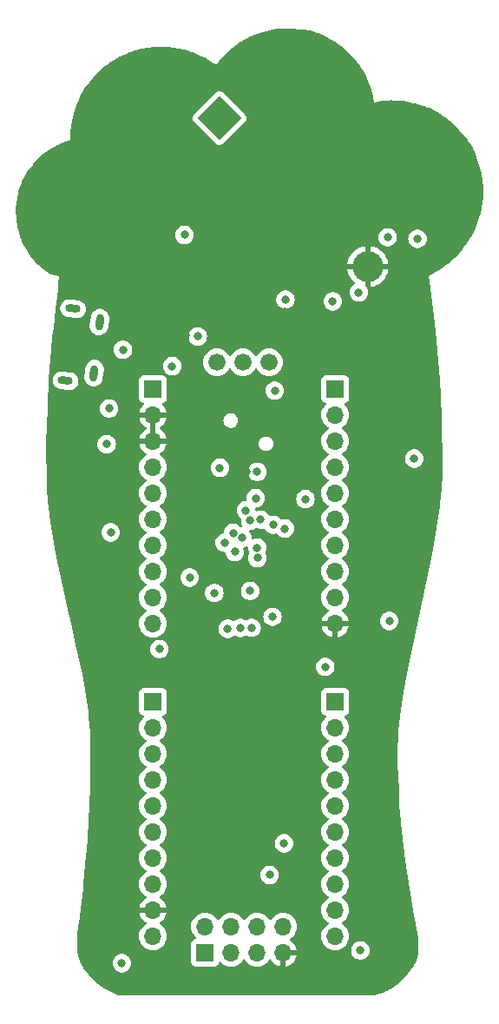
<source format=gbr>
%TF.GenerationSoftware,KiCad,Pcbnew,7.0.8*%
%TF.CreationDate,2024-06-06T10:31:45+02:00*%
%TF.ProjectId,BeerBoard,42656572-426f-4617-9264-2e6b69636164,rev?*%
%TF.SameCoordinates,Original*%
%TF.FileFunction,Copper,L2,Inr*%
%TF.FilePolarity,Positive*%
%FSLAX46Y46*%
G04 Gerber Fmt 4.6, Leading zero omitted, Abs format (unit mm)*
G04 Created by KiCad (PCBNEW 7.0.8) date 2024-06-06 10:31:45*
%MOMM*%
%LPD*%
G01*
G04 APERTURE LIST*
G04 Aperture macros list*
%AMHorizOval*
0 Thick line with rounded ends*
0 $1 width*
0 $2 $3 position (X,Y) of the first rounded end (center of the circle)*
0 $4 $5 position (X,Y) of the second rounded end (center of the circle)*
0 Add line between two ends*
20,1,$1,$2,$3,$4,$5,0*
0 Add two circle primitives to create the rounded ends*
1,1,$1,$2,$3*
1,1,$1,$4,$5*%
%AMRotRect*
0 Rectangle, with rotation*
0 The origin of the aperture is its center*
0 $1 length*
0 $2 width*
0 $3 Rotation angle, in degrees counterclockwise*
0 Add horizontal line*
21,1,$1,$2,0,0,$3*%
G04 Aperture macros list end*
%TA.AperFunction,ComponentPad*%
%ADD10RotRect,3.000000X3.000000X315.000000*%
%TD*%
%TA.AperFunction,ComponentPad*%
%ADD11C,3.000000*%
%TD*%
%TA.AperFunction,ComponentPad*%
%ADD12HorizOval,0.750000X-0.372946X0.039198X0.372946X-0.039198X0*%
%TD*%
%TA.AperFunction,ComponentPad*%
%ADD13HorizOval,0.800000X-0.041811X-0.397809X0.041811X0.397809X0*%
%TD*%
%TA.AperFunction,ComponentPad*%
%ADD14R,1.700000X1.700000*%
%TD*%
%TA.AperFunction,ComponentPad*%
%ADD15O,1.700000X1.700000*%
%TD*%
%TA.AperFunction,ComponentPad*%
%ADD16C,1.676400*%
%TD*%
%TA.AperFunction,ViaPad*%
%ADD17C,0.800000*%
%TD*%
G04 APERTURE END LIST*
D10*
%TO.N,+BATT*%
%TO.C,BT1*%
X132200000Y-76400000D03*
D11*
%TO.N,GND*%
X146688618Y-90888618D03*
%TD*%
D12*
%TO.N,unconnected-(J3-Shield-Pad6)*%
%TO.C,J3*%
X117921933Y-94998388D03*
D13*
X120500000Y-96300000D03*
X119977358Y-101272610D03*
D12*
X117185007Y-102009768D03*
%TD*%
D14*
%TO.N,PA15*%
%TO.C,J5*%
X143500000Y-133300000D03*
D15*
%TO.N,PB3*%
X143500000Y-135840000D03*
%TO.N,PB4*%
X143500000Y-138380000D03*
%TO.N,PB5*%
X143500000Y-140920000D03*
%TO.N,PB6*%
X143500000Y-143460000D03*
%TO.N,PB7*%
X143500000Y-146000000D03*
%TO.N,I2C_SDA*%
X143500000Y-148540000D03*
%TO.N,I2C_SCL*%
X143500000Y-151080000D03*
%TO.N,PA12*%
X143500000Y-153620000D03*
%TO.N,PA11*%
X143500000Y-156160000D03*
%TD*%
D16*
%TO.N,+3.3V*%
%TO.C,SW3*%
X131960000Y-100200000D03*
%TO.N,VDD*%
X134500000Y-100200000D03*
%TO.N,+BATT*%
X137040000Y-100200000D03*
%TD*%
D14*
%TO.N,VDD*%
%TO.C,J1*%
X125720000Y-102820000D03*
D15*
%TO.N,GND*%
X125720000Y-105360000D03*
X125720000Y-107900000D03*
%TO.N,PA0*%
X125720000Y-110440000D03*
%TO.N,PA1*%
X125720000Y-112980000D03*
%TO.N,PA2*%
X125720000Y-115520000D03*
%TO.N,NRST*%
X125720000Y-118060000D03*
%TO.N,PA3*%
X125720000Y-120600000D03*
%TO.N,PA4*%
X125720000Y-123140000D03*
%TO.N,PA5*%
X125720000Y-125680000D03*
%TD*%
D14*
%TO.N,PC13*%
%TO.C,J4*%
X143500000Y-102820000D03*
D15*
%TO.N,PC14*%
X143500000Y-105360000D03*
%TO.N,PC15*%
X143500000Y-107900000D03*
%TO.N,PB9*%
X143500000Y-110440000D03*
%TO.N,PB8*%
X143500000Y-112980000D03*
%TO.N,BOOT0*%
X143500000Y-115520000D03*
%TO.N,VDD*%
X143500000Y-118060000D03*
%TO.N,SWCLK*%
X143500000Y-120600000D03*
%TO.N,SWDIO*%
X143500000Y-123140000D03*
%TO.N,GND*%
X143500000Y-125680000D03*
%TD*%
D14*
%TO.N,VDD*%
%TO.C,J6*%
X130800000Y-157770000D03*
D15*
%TO.N,PB13*%
X130800000Y-155230000D03*
%TO.N,PB15*%
X133340000Y-157770000D03*
%TO.N,PB14*%
X133340000Y-155230000D03*
%TO.N,PA9*%
X135880000Y-157770000D03*
%TO.N,PA8*%
X135880000Y-155230000D03*
%TO.N,GND*%
X138420000Y-157770000D03*
%TO.N,PA10*%
X138420000Y-155230000D03*
%TD*%
D14*
%TO.N,PA6*%
%TO.C,J2*%
X125720000Y-133300000D03*
D15*
%TO.N,PA7*%
X125720000Y-135840000D03*
%TO.N,PB0*%
X125720000Y-138380000D03*
%TO.N,PB1*%
X125720000Y-140920000D03*
%TO.N,PB2*%
X125720000Y-143460000D03*
%TO.N,PB10*%
X125720000Y-146000000D03*
%TO.N,PB11*%
X125720000Y-148540000D03*
%TO.N,PB12*%
X125720000Y-151080000D03*
%TO.N,GND*%
X125720000Y-153620000D03*
%TO.N,VDD*%
X125720000Y-156160000D03*
%TD*%
D17*
%TO.N,PA11*%
X135899024Y-118294609D03*
%TO.N,PB1*%
X133700000Y-118700000D03*
%TO.N,GND*%
X116200000Y-104800000D03*
X150000000Y-159300000D03*
X117600000Y-104600000D03*
X154700000Y-89500000D03*
X123000000Y-147400000D03*
X135100000Y-161300000D03*
X113500000Y-83300000D03*
X147300000Y-159100000D03*
X134800000Y-110900000D03*
X133800000Y-92600000D03*
X144600000Y-161300000D03*
X150200000Y-128500000D03*
X148900000Y-117800000D03*
X153400000Y-76600000D03*
X146500000Y-76800000D03*
X152700000Y-116900000D03*
X116000000Y-109000000D03*
X121100000Y-72500000D03*
X123000000Y-116800000D03*
X138200000Y-75800000D03*
X117600000Y-106800000D03*
X153400000Y-109600000D03*
X117900000Y-122600000D03*
X120300000Y-136100000D03*
X139400000Y-108500000D03*
X119900000Y-159300000D03*
X150800000Y-75600000D03*
X127100000Y-93200000D03*
X149000000Y-141500000D03*
X139200000Y-88400000D03*
X143700000Y-69900000D03*
X149200000Y-155200000D03*
X138200000Y-161300000D03*
X144800000Y-82200000D03*
X119200000Y-74900000D03*
X119900000Y-148900000D03*
X143000000Y-161300000D03*
X116400000Y-80000000D03*
X128600000Y-70400000D03*
X144200000Y-88600000D03*
X120000000Y-146900000D03*
X122100000Y-94200000D03*
X117100000Y-93500000D03*
X148900000Y-139800000D03*
X117900000Y-79300000D03*
X152900000Y-114000000D03*
X124000000Y-161300000D03*
X119300000Y-91600000D03*
X135200000Y-106000000D03*
X119100000Y-127600000D03*
X125600000Y-161300000D03*
X132000000Y-135700000D03*
X141600000Y-99000000D03*
X144700000Y-70900000D03*
X147000000Y-147300000D03*
X120300000Y-143000000D03*
X146100000Y-161300000D03*
X119500000Y-129300000D03*
X114100000Y-82100000D03*
X134800000Y-69700000D03*
X132500000Y-71700000D03*
X149800000Y-149900000D03*
X145400000Y-71900000D03*
X146900000Y-142200000D03*
X143100000Y-127600000D03*
X129000000Y-151000000D03*
X148900000Y-138300000D03*
X148400000Y-110400000D03*
X121200000Y-131700000D03*
X131800000Y-161300000D03*
X120000000Y-73500000D03*
X128700000Y-161300000D03*
X149400000Y-146600000D03*
X118700000Y-78000000D03*
X153100000Y-103100000D03*
X113100000Y-84700000D03*
X149600000Y-148300000D03*
X118700000Y-125900000D03*
X152900000Y-99700000D03*
X153600000Y-90300000D03*
X118950000Y-116332000D03*
X138300000Y-86100000D03*
X116100000Y-106300000D03*
X150900000Y-125500000D03*
X117400000Y-120700000D03*
X131900000Y-116300000D03*
X118800000Y-76400000D03*
X131500000Y-131900000D03*
X131400000Y-84200000D03*
X146100000Y-78200000D03*
X122300000Y-71500000D03*
X140500000Y-101800000D03*
X120300000Y-137900000D03*
X149100000Y-135000000D03*
X149000000Y-136700000D03*
X120300000Y-141200000D03*
X121000000Y-160400000D03*
X132400000Y-90400000D03*
X152000000Y-120700000D03*
X140400000Y-97600000D03*
X149900000Y-130000000D03*
X156900000Y-81100000D03*
X138100000Y-77300000D03*
X152500000Y-96600000D03*
X139800000Y-161300000D03*
X129000000Y-86000000D03*
X134800000Y-133000000D03*
X133100000Y-133900000D03*
X123000000Y-93400000D03*
X147100000Y-124500000D03*
X147600000Y-161100000D03*
X150000000Y-83600000D03*
X115900000Y-113100000D03*
X146400000Y-74400000D03*
X148000000Y-119400000D03*
X127100000Y-161300000D03*
X137400000Y-71200000D03*
X131500000Y-130800000D03*
X150600000Y-154900000D03*
X133600000Y-70700000D03*
X133500000Y-161300000D03*
X123700000Y-70700000D03*
X157200000Y-82700000D03*
X149100000Y-143100000D03*
X120800000Y-157200000D03*
X119600000Y-152000000D03*
X120300000Y-139500000D03*
X145400000Y-87000000D03*
X157100000Y-84300000D03*
X147900000Y-75500000D03*
X119700000Y-150600000D03*
X125300000Y-70200000D03*
X141000000Y-90300000D03*
X118200000Y-124300000D03*
X119200000Y-155100000D03*
X124000000Y-108500000D03*
X150700000Y-158000000D03*
X128900000Y-99500000D03*
X156400000Y-87100000D03*
X132600000Y-134800000D03*
X128800000Y-73500000D03*
X150400000Y-153200000D03*
X127500000Y-96200000D03*
X140900000Y-155100000D03*
X122400000Y-161200000D03*
X131900000Y-125100000D03*
X154600000Y-77500000D03*
X150500000Y-127100000D03*
X120200000Y-144900000D03*
X123200000Y-152300000D03*
X122800000Y-121800000D03*
X120100000Y-134300000D03*
X151900000Y-117800000D03*
X149400000Y-75500000D03*
X128900000Y-101300000D03*
X142100000Y-75400000D03*
X149600000Y-131600000D03*
X123000000Y-137200000D03*
X149200000Y-144900000D03*
X150800000Y-156500000D03*
X141700000Y-83000000D03*
X148500000Y-113500000D03*
X116200000Y-115400000D03*
X121700000Y-92700000D03*
X115900000Y-110500000D03*
X146000000Y-73000000D03*
X134000000Y-87400000D03*
X132000000Y-133900000D03*
X144400000Y-127600000D03*
X115600000Y-90600000D03*
X153200000Y-104700000D03*
X152200000Y-75900000D03*
X117200000Y-92300000D03*
X113300000Y-87300000D03*
X150100000Y-151500000D03*
X119100000Y-156600000D03*
X128500000Y-106600000D03*
X131500000Y-133000000D03*
X152100000Y-93500000D03*
X149400000Y-157300000D03*
X131500000Y-129700000D03*
X132600000Y-133000000D03*
X140900000Y-157700000D03*
X141000000Y-68600000D03*
X116800000Y-91100000D03*
X152500000Y-90900000D03*
X138600000Y-95300000D03*
X151300000Y-123800000D03*
X151600000Y-122300000D03*
X156900000Y-85800000D03*
X133700000Y-133000000D03*
X152300000Y-94900000D03*
X128900000Y-97600000D03*
X122900000Y-142200000D03*
X148900000Y-160300000D03*
X119300000Y-90400000D03*
X113000000Y-86000000D03*
X116300000Y-103400000D03*
X121600000Y-100300000D03*
X147100000Y-121900000D03*
X133900000Y-95400000D03*
X119300000Y-158200000D03*
X135900000Y-133000000D03*
X127700000Y-94500000D03*
X116600000Y-114000000D03*
X139300000Y-68400000D03*
X135900000Y-94300000D03*
X136100000Y-69000000D03*
X131200000Y-71600000D03*
X128900000Y-103700000D03*
X149300000Y-133300000D03*
X113700000Y-88500000D03*
X119700000Y-131000000D03*
X136600000Y-161300000D03*
X152700000Y-98200000D03*
X130000000Y-70900000D03*
X146800000Y-137200000D03*
X123000000Y-132100000D03*
X119500000Y-153500000D03*
X116500000Y-117200000D03*
X137700000Y-68500000D03*
X118200000Y-110600000D03*
X120100000Y-124300000D03*
X150200000Y-80600000D03*
X141300000Y-161300000D03*
X119900000Y-132700000D03*
X155500000Y-78500000D03*
X115100000Y-81000000D03*
X145900000Y-152300000D03*
X127000000Y-70100000D03*
X156400000Y-79800000D03*
X152300000Y-119200000D03*
X131900000Y-105000000D03*
X153000000Y-101400000D03*
X151900000Y-92100000D03*
X114600000Y-89600000D03*
X155700000Y-88400000D03*
X121800000Y-119200000D03*
X116000000Y-107700000D03*
X142500000Y-69100000D03*
X130300000Y-161300000D03*
X120500000Y-92700000D03*
X137500000Y-84600000D03*
X153800000Y-82200000D03*
X148200000Y-129200000D03*
X122600000Y-131100000D03*
X136700000Y-73100000D03*
X141800000Y-97700000D03*
X146000000Y-155100000D03*
X148300000Y-104800000D03*
X122700000Y-75400000D03*
X118700000Y-108300000D03*
X127700000Y-92200000D03*
X117600000Y-87700000D03*
X121100000Y-154900000D03*
%TO.N,PA9*%
X135908280Y-119294068D03*
%TO.N,PB15*%
X137380792Y-125030792D03*
%TO.N,PB12*%
X135350000Y-126100000D03*
%TO.N,VDD*%
X137100000Y-150200000D03*
X135200000Y-122500000D03*
X138500000Y-147100000D03*
X151200000Y-109600000D03*
X121200000Y-108200000D03*
%TO.N,PA15*%
X140600000Y-113550000D03*
%TO.N,PB3*%
X138585916Y-116419484D03*
%TO.N,PB4*%
X137450000Y-116050000D03*
%TO.N,PB5*%
X136225434Y-115549500D03*
%TO.N,PB6*%
X135200000Y-115650000D03*
%TO.N,PB7*%
X134799500Y-114650000D03*
%TO.N,PA3*%
X130100000Y-97700000D03*
X127600000Y-100600000D03*
X128800000Y-87800000D03*
X121600000Y-116800000D03*
%TO.N,PA5*%
X132700000Y-117800000D03*
%TO.N,PA7*%
X129300000Y-121200000D03*
%TO.N,PB10*%
X131700000Y-122700000D03*
%TO.N,/OSC_IN*%
X134439548Y-117329593D03*
X134254977Y-126104977D03*
%TO.N,/OSC_OUT*%
X133000000Y-126200000D03*
X133554977Y-116854977D03*
%TO.N,PC13*%
X132250000Y-110500000D03*
%TO.N,PC14*%
X135900000Y-110900000D03*
%TO.N,PC15*%
X135750000Y-113463329D03*
%TO.N,Net-(D1-A)*%
X138645000Y-94105000D03*
%TO.N,Net-(D2-A)*%
X143260000Y-94290000D03*
%TO.N,Net-(D3-A)*%
X145800000Y-93400000D03*
%TO.N,Net-(D4-A)*%
X148620000Y-88030000D03*
%TO.N,Net-(D5-A)*%
X151525000Y-88175000D03*
%TO.N,Net-(D6-A)*%
X137610000Y-102980000D03*
%TO.N,Net-(D7-A)*%
X122800000Y-99000000D03*
%TO.N,Net-(D8-A)*%
X121440000Y-104720000D03*
%TO.N,Net-(D9-A)*%
X126350000Y-128170000D03*
%TO.N,Net-(D10-A)*%
X122690000Y-158790000D03*
%TO.N,Net-(D11-A)*%
X148780000Y-125430000D03*
%TO.N,Net-(D12-A)*%
X142530000Y-129910000D03*
%TO.N,Net-(D13-A)*%
X145950000Y-157550000D03*
%TD*%
%TA.AperFunction,Conductor*%
%TO.N,GND*%
G36*
X125970000Y-107464498D02*
G01*
X125862315Y-107415320D01*
X125755763Y-107400000D01*
X125684237Y-107400000D01*
X125577685Y-107415320D01*
X125470000Y-107464498D01*
X125470000Y-105795501D01*
X125577685Y-105844680D01*
X125684237Y-105860000D01*
X125755763Y-105860000D01*
X125862315Y-105844680D01*
X125970000Y-105795501D01*
X125970000Y-107464498D01*
G37*
%TD.AperFunction*%
%TA.AperFunction,Conductor*%
G36*
X139191637Y-67697857D02*
G01*
X140260206Y-67759465D01*
X140263491Y-67759744D01*
X140305636Y-67764462D01*
X140609928Y-67802025D01*
X140729268Y-67820896D01*
X141029682Y-67878932D01*
X141072174Y-67887642D01*
X141074981Y-67888287D01*
X141112302Y-67897808D01*
X141368595Y-67966595D01*
X141392492Y-67973009D01*
X141418220Y-67980954D01*
X141500114Y-68006248D01*
X141774270Y-68102279D01*
X141811413Y-68115810D01*
X141811608Y-68115886D01*
X141811625Y-68115893D01*
X141811625Y-68115894D01*
X141871856Y-68140629D01*
X142101677Y-68237082D01*
X142164413Y-68263412D01*
X142296287Y-68322372D01*
X142582735Y-68458455D01*
X142641430Y-68486895D01*
X142641430Y-68486894D01*
X142641450Y-68486904D01*
X142689535Y-68512802D01*
X143138155Y-68759743D01*
X143140598Y-68761161D01*
X143310593Y-68865137D01*
X143639702Y-69079064D01*
X143803715Y-69192197D01*
X143805973Y-69193832D01*
X144212782Y-69502821D01*
X144213509Y-69503373D01*
X144255725Y-69536052D01*
X144258342Y-69538196D01*
X144296913Y-69571600D01*
X144298144Y-69572666D01*
X144681736Y-69911095D01*
X144683828Y-69913028D01*
X144826802Y-70051350D01*
X145100957Y-70331624D01*
X145191794Y-70429758D01*
X145236064Y-70477585D01*
X145237950Y-70479719D01*
X145423282Y-70699370D01*
X145567902Y-70870769D01*
X145601449Y-70911278D01*
X145603554Y-70913968D01*
X145634519Y-70955890D01*
X145685761Y-71026631D01*
X145930962Y-71365142D01*
X145932600Y-71367518D01*
X146040334Y-71531833D01*
X146243581Y-71861548D01*
X146341961Y-72031598D01*
X146343348Y-72034129D01*
X146575698Y-72482675D01*
X146599301Y-72529298D01*
X146600822Y-72532530D01*
X146620276Y-72577164D01*
X146814537Y-73035210D01*
X146815665Y-73038064D01*
X146881511Y-73217548D01*
X147002021Y-73578879D01*
X147057101Y-73761979D01*
X147057912Y-73764939D01*
X147177380Y-74247429D01*
X147189181Y-74297200D01*
X147304925Y-74859177D01*
X147304935Y-74859985D01*
X147309723Y-74882670D01*
X147309723Y-74882671D01*
X147309955Y-74883015D01*
X147310257Y-74883072D01*
X147310257Y-74883071D01*
X147310362Y-74883092D01*
X147310363Y-74883091D01*
X147322434Y-74885505D01*
X147340511Y-74876818D01*
X147626057Y-74817810D01*
X147680633Y-74808061D01*
X148050404Y-74745445D01*
X148053078Y-74745054D01*
X148211267Y-74725549D01*
X148501018Y-74697749D01*
X148660078Y-74686819D01*
X148662763Y-74686695D01*
X149038020Y-74677857D01*
X149091557Y-74677079D01*
X149094556Y-74677109D01*
X149103176Y-74677402D01*
X149162914Y-74679434D01*
X149556899Y-74695668D01*
X149735198Y-74709429D01*
X150041327Y-74739689D01*
X150141687Y-74751795D01*
X150218897Y-74761109D01*
X150430274Y-74794327D01*
X150608483Y-74822334D01*
X150677335Y-74833662D01*
X150747228Y-74848239D01*
X151142101Y-74933489D01*
X151319608Y-74978381D01*
X151623377Y-75062041D01*
X151798889Y-75114375D01*
X152181529Y-75243243D01*
X152249207Y-75266567D01*
X152249207Y-75266566D01*
X152249214Y-75266569D01*
X152265202Y-75272877D01*
X152310214Y-75290637D01*
X152566698Y-75394105D01*
X152678705Y-75439291D01*
X152839296Y-75511314D01*
X153118182Y-75644142D01*
X153207938Y-75689440D01*
X153275329Y-75723452D01*
X153622451Y-75915587D01*
X153635726Y-75923067D01*
X153678824Y-75947354D01*
X153681497Y-75948953D01*
X153704625Y-75963600D01*
X153709731Y-75966834D01*
X154080299Y-76208990D01*
X154107043Y-76226466D01*
X154231989Y-76315964D01*
X154605914Y-76608779D01*
X154631788Y-76629642D01*
X154634020Y-76631532D01*
X154671135Y-76664527D01*
X155058729Y-77015943D01*
X155189787Y-77141983D01*
X155556363Y-77515880D01*
X155590806Y-77551705D01*
X155591335Y-77552255D01*
X155591417Y-77552344D01*
X155625508Y-77590698D01*
X155971752Y-77987990D01*
X156087895Y-78129407D01*
X156409795Y-78545614D01*
X156410120Y-78546033D01*
X156413561Y-78550573D01*
X156440437Y-78586034D01*
X156442126Y-78588373D01*
X156462196Y-78617583D01*
X156731161Y-79020576D01*
X156813518Y-79155512D01*
X157048901Y-79578842D01*
X157065794Y-79610214D01*
X157067152Y-79612890D01*
X157086675Y-79653768D01*
X157179625Y-79853854D01*
X157219614Y-79947686D01*
X157299431Y-80152974D01*
X157315499Y-80195644D01*
X157316592Y-80198805D01*
X157556865Y-80958835D01*
X157557947Y-80962684D01*
X157759087Y-81778584D01*
X157760007Y-81782999D01*
X157890037Y-82545200D01*
X157890603Y-82549364D01*
X157899783Y-82639767D01*
X157937053Y-83027603D01*
X157937268Y-83030601D01*
X157946634Y-83228329D01*
X157955821Y-83522978D01*
X157954417Y-83737830D01*
X157944940Y-84020866D01*
X157931967Y-84235369D01*
X157903097Y-84528693D01*
X157880522Y-84725384D01*
X157880107Y-84728360D01*
X157817175Y-85111675D01*
X157801668Y-85203032D01*
X157801045Y-85206200D01*
X157779677Y-85301664D01*
X157691706Y-85685621D01*
X157691018Y-85688339D01*
X157636300Y-85885707D01*
X157551939Y-86173092D01*
X157482127Y-86383257D01*
X157384495Y-86654227D01*
X157304199Y-86860663D01*
X157185880Y-87135795D01*
X157102154Y-87322676D01*
X157100950Y-87325208D01*
X156924357Y-87675960D01*
X156879192Y-87764554D01*
X156877716Y-87767279D01*
X156828479Y-87852987D01*
X156628710Y-88196756D01*
X156627263Y-88199122D01*
X156515513Y-88373024D01*
X156348310Y-88624876D01*
X156218258Y-88806706D01*
X156043315Y-89038877D01*
X155904393Y-89214011D01*
X155708386Y-89444180D01*
X155572056Y-89599516D01*
X155570180Y-89601560D01*
X155294204Y-89888985D01*
X155225952Y-89959365D01*
X155223725Y-89961549D01*
X155152898Y-90027590D01*
X154861834Y-90296223D01*
X154859703Y-90298102D01*
X154703344Y-90429675D01*
X154470380Y-90619710D01*
X154294039Y-90753382D01*
X154059359Y-90922047D01*
X153876439Y-91046576D01*
X153622087Y-91206780D01*
X153447518Y-91313043D01*
X153445058Y-91314465D01*
X153095958Y-91505620D01*
X153020767Y-91546297D01*
X153019400Y-91546890D01*
X153011256Y-91551428D01*
X153011255Y-91551429D01*
X153011185Y-91551468D01*
X153010740Y-91551695D01*
X152980660Y-91567039D01*
X152968470Y-91575297D01*
X152853019Y-91639706D01*
X152847236Y-91641018D01*
X152809006Y-91664263D01*
X152803310Y-91667471D01*
X152800804Y-91669272D01*
X152787242Y-91677534D01*
X152787241Y-91677534D01*
X152746104Y-91707638D01*
X152721196Y-91729316D01*
X152717380Y-91731068D01*
X152677605Y-91772091D01*
X152656961Y-91800785D01*
X152653121Y-91808213D01*
X152644331Y-91825218D01*
X152644114Y-91825637D01*
X152642194Y-91827853D01*
X152635025Y-91848785D01*
X152626969Y-91872112D01*
X152627066Y-91872390D01*
X152626323Y-91893348D01*
X152626135Y-91894900D01*
X152626135Y-91894913D01*
X152628977Y-91926156D01*
X152630726Y-91931791D01*
X152630779Y-91932023D01*
X152633616Y-91941105D01*
X152642808Y-91974054D01*
X152680805Y-92118369D01*
X152695956Y-92188243D01*
X152721104Y-92335070D01*
X152724423Y-92356314D01*
X152726398Y-92368954D01*
X152726439Y-92369212D01*
X152972845Y-94354282D01*
X153209219Y-96383852D01*
X153385807Y-98111294D01*
X153563192Y-100123516D01*
X153693972Y-101871343D01*
X153797145Y-103626361D01*
X153890035Y-105661314D01*
X153964868Y-110503540D01*
X153962259Y-110619327D01*
X153935534Y-111614859D01*
X153916270Y-112012385D01*
X153869446Y-112774377D01*
X153839897Y-113171235D01*
X153744439Y-114163494D01*
X153733126Y-114275997D01*
X153732688Y-114279403D01*
X153078302Y-118451204D01*
X153077690Y-118454516D01*
X151702111Y-124911176D01*
X150819895Y-128899186D01*
X150819728Y-128899772D01*
X150819101Y-128902770D01*
X150819101Y-128902772D01*
X150819083Y-128902858D01*
X150819062Y-128902956D01*
X150819062Y-128902958D01*
X150818579Y-128905208D01*
X150818486Y-128905819D01*
X150305104Y-131453808D01*
X150304833Y-131454899D01*
X150304541Y-131456606D01*
X150303201Y-131463433D01*
X150302962Y-131466255D01*
X150149770Y-132402129D01*
X149978438Y-133448817D01*
X149978091Y-133450307D01*
X149977749Y-133453019D01*
X149976748Y-133459571D01*
X149976625Y-133462479D01*
X149745896Y-135402577D01*
X149744450Y-135405958D01*
X149739987Y-135452257D01*
X149739974Y-135452370D01*
X149739973Y-135452391D01*
X149725276Y-135604596D01*
X149694049Y-135927983D01*
X149628436Y-136881529D01*
X149589135Y-137836522D01*
X149576175Y-138792236D01*
X149582811Y-139266146D01*
X149582744Y-139267550D01*
X149582867Y-139270091D01*
X149583422Y-139309756D01*
X149585202Y-139321545D01*
X149704931Y-141958493D01*
X149783794Y-143695408D01*
X149792418Y-143885329D01*
X149792400Y-143887144D01*
X149792420Y-143887334D01*
X149792660Y-143890456D01*
X149792700Y-143891253D01*
X149793039Y-143893175D01*
X149925306Y-145128597D01*
X150321199Y-148826392D01*
X150321288Y-148828247D01*
X150321344Y-148828587D01*
X150321779Y-148831726D01*
X150321866Y-148832499D01*
X150322324Y-148834409D01*
X150503996Y-149905965D01*
X151138896Y-153650804D01*
X151138905Y-153650870D01*
X151596442Y-156332877D01*
X151596998Y-156336944D01*
X151601082Y-156376538D01*
X151638772Y-156790406D01*
X151638998Y-156794105D01*
X151643931Y-156952991D01*
X151642393Y-157271481D01*
X151635926Y-157430260D01*
X151635664Y-157433959D01*
X151593881Y-157848312D01*
X151589568Y-157886510D01*
X151588837Y-157891298D01*
X151580304Y-157935540D01*
X151533498Y-158165167D01*
X151532419Y-158169615D01*
X151531093Y-158174316D01*
X151502261Y-158276511D01*
X151448950Y-158444878D01*
X151447880Y-158447970D01*
X151406601Y-158557830D01*
X151405370Y-158560862D01*
X151334626Y-158722654D01*
X151286919Y-158822984D01*
X151284800Y-158827046D01*
X151169066Y-159030242D01*
X151145990Y-159069778D01*
X151143699Y-159073408D01*
X151113747Y-159117420D01*
X150879496Y-159455039D01*
X150877853Y-159457297D01*
X150774716Y-159592515D01*
X150575289Y-159839816D01*
X150464963Y-159969303D01*
X150463104Y-159971387D01*
X150183000Y-160271634D01*
X150144561Y-160312099D01*
X150103608Y-160351530D01*
X149879524Y-160563532D01*
X149779774Y-160653042D01*
X149544442Y-160853270D01*
X149501306Y-160889322D01*
X149501168Y-160889434D01*
X149467842Y-160915021D01*
X149234924Y-161089470D01*
X149140723Y-161154899D01*
X148895706Y-161312391D01*
X148861723Y-161333667D01*
X148859067Y-161335239D01*
X148826615Y-161353373D01*
X148588108Y-161482631D01*
X148492636Y-161529672D01*
X148244747Y-161640063D01*
X148210862Y-161654630D01*
X148207739Y-161655874D01*
X148176177Y-161667460D01*
X148096646Y-161695383D01*
X147924892Y-161755685D01*
X147827476Y-161785307D01*
X147629361Y-161836468D01*
X147569245Y-161851992D01*
X147562153Y-161853717D01*
X147537247Y-161859774D01*
X147533491Y-161860565D01*
X147506046Y-161865464D01*
X147341375Y-161892016D01*
X147338279Y-161892435D01*
X147270020Y-161899937D01*
X147266906Y-161900200D01*
X147100463Y-161910044D01*
X147070712Y-161911303D01*
X144127208Y-161932989D01*
X140255861Y-161944585D01*
X134684167Y-161938196D01*
X122355487Y-161910846D01*
X122300704Y-161897952D01*
X122288725Y-161892016D01*
X121437670Y-161470277D01*
X120964159Y-161215963D01*
X120961474Y-161214433D01*
X120913193Y-161185298D01*
X120804014Y-161118122D01*
X120728608Y-161068988D01*
X120713387Y-161058498D01*
X120623095Y-160996275D01*
X120575651Y-160962972D01*
X120527696Y-160926818D01*
X120424167Y-160847406D01*
X120352084Y-160789193D01*
X120252829Y-160704851D01*
X120207220Y-160665433D01*
X120207219Y-160665433D01*
X120207147Y-160665370D01*
X119789795Y-160270771D01*
X119787504Y-160268487D01*
X119746405Y-160225321D01*
X119516628Y-159980005D01*
X119507395Y-159969303D01*
X119416012Y-159863375D01*
X119396675Y-159839816D01*
X119249441Y-159660436D01*
X119154687Y-159539042D01*
X118958831Y-159265787D01*
X118924787Y-159217460D01*
X118922566Y-159214077D01*
X118904531Y-159184546D01*
X118752416Y-158927656D01*
X118750387Y-158923946D01*
X118724830Y-158873186D01*
X118696653Y-158817223D01*
X118684316Y-158790000D01*
X121784540Y-158790000D01*
X121804326Y-158978256D01*
X121804327Y-158978259D01*
X121862818Y-159158277D01*
X121862821Y-159158284D01*
X121957467Y-159322216D01*
X122028871Y-159401518D01*
X122084129Y-159462888D01*
X122237265Y-159574148D01*
X122237270Y-159574151D01*
X122410192Y-159651142D01*
X122410197Y-159651144D01*
X122595354Y-159690500D01*
X122595355Y-159690500D01*
X122784644Y-159690500D01*
X122784646Y-159690500D01*
X122969803Y-159651144D01*
X123142730Y-159574151D01*
X123295871Y-159462888D01*
X123422533Y-159322216D01*
X123517179Y-159158284D01*
X123575674Y-158978256D01*
X123595460Y-158790000D01*
X123575674Y-158601744D01*
X123517179Y-158421716D01*
X123422533Y-158257784D01*
X123295871Y-158117112D01*
X123247838Y-158082214D01*
X123142734Y-158005851D01*
X123142729Y-158005848D01*
X122969807Y-157928857D01*
X122969802Y-157928855D01*
X122824001Y-157897865D01*
X122784646Y-157889500D01*
X122595354Y-157889500D01*
X122562897Y-157896398D01*
X122410197Y-157928855D01*
X122410192Y-157928857D01*
X122237270Y-158005848D01*
X122237265Y-158005851D01*
X122084129Y-158117111D01*
X121957466Y-158257785D01*
X121862821Y-158421715D01*
X121862818Y-158421722D01*
X121817609Y-158560862D01*
X121804326Y-158601744D01*
X121784540Y-158790000D01*
X118684316Y-158790000D01*
X118601381Y-158607001D01*
X118580807Y-158556171D01*
X118556539Y-158496213D01*
X118555090Y-158492248D01*
X118543027Y-158455406D01*
X118462414Y-158209208D01*
X118451943Y-158175685D01*
X118450716Y-158171158D01*
X118441734Y-158132192D01*
X118388705Y-157889125D01*
X118372484Y-157814775D01*
X118371813Y-157811194D01*
X118360343Y-157738259D01*
X118351193Y-157680072D01*
X118320932Y-157430518D01*
X118309615Y-157298287D01*
X118309414Y-157294707D01*
X118300775Y-156969015D01*
X118300188Y-156929292D01*
X118300228Y-156925972D01*
X118302257Y-156874556D01*
X118309238Y-156731890D01*
X118336208Y-156180654D01*
X118337807Y-156160000D01*
X124364341Y-156160000D01*
X124384936Y-156395403D01*
X124384938Y-156395413D01*
X124446094Y-156623655D01*
X124446096Y-156623659D01*
X124446097Y-156623663D01*
X124496383Y-156731501D01*
X124545965Y-156837830D01*
X124545967Y-156837834D01*
X124637716Y-156968864D01*
X124681505Y-157031401D01*
X124848599Y-157198495D01*
X124945384Y-157266265D01*
X125042165Y-157334032D01*
X125042167Y-157334033D01*
X125042170Y-157334035D01*
X125256337Y-157433903D01*
X125484592Y-157495063D01*
X125672918Y-157511539D01*
X125719999Y-157515659D01*
X125720000Y-157515659D01*
X125720001Y-157515659D01*
X125759234Y-157512226D01*
X125955408Y-157495063D01*
X126183663Y-157433903D01*
X126397830Y-157334035D01*
X126591401Y-157198495D01*
X126758495Y-157031401D01*
X126894035Y-156837830D01*
X126993903Y-156623663D01*
X127055063Y-156395408D01*
X127075659Y-156160000D01*
X127055063Y-155924592D01*
X126993903Y-155696337D01*
X126894035Y-155482171D01*
X126882298Y-155465408D01*
X126758494Y-155288597D01*
X126699897Y-155230000D01*
X129444341Y-155230000D01*
X129464936Y-155465403D01*
X129464938Y-155465413D01*
X129526094Y-155693655D01*
X129526096Y-155693659D01*
X129526097Y-155693663D01*
X129530000Y-155702032D01*
X129625965Y-155907830D01*
X129625967Y-155907834D01*
X129658822Y-155954755D01*
X129761501Y-156101396D01*
X129761506Y-156101402D01*
X129883430Y-156223326D01*
X129916915Y-156284649D01*
X129911931Y-156354341D01*
X129870059Y-156410274D01*
X129839083Y-156427189D01*
X129707669Y-156476203D01*
X129707664Y-156476206D01*
X129592455Y-156562452D01*
X129592452Y-156562455D01*
X129506206Y-156677664D01*
X129506202Y-156677671D01*
X129455908Y-156812517D01*
X129449501Y-156872116D01*
X129449500Y-156872135D01*
X129449500Y-158667870D01*
X129449501Y-158667876D01*
X129455908Y-158727483D01*
X129506202Y-158862328D01*
X129506206Y-158862335D01*
X129592452Y-158977544D01*
X129592455Y-158977547D01*
X129707664Y-159063793D01*
X129707671Y-159063797D01*
X129842517Y-159114091D01*
X129842516Y-159114091D01*
X129849444Y-159114835D01*
X129902127Y-159120500D01*
X131697872Y-159120499D01*
X131757483Y-159114091D01*
X131892331Y-159063796D01*
X132007546Y-158977546D01*
X132093796Y-158862331D01*
X132142810Y-158730916D01*
X132184681Y-158674984D01*
X132250145Y-158650566D01*
X132318418Y-158665417D01*
X132346673Y-158686569D01*
X132468599Y-158808495D01*
X132565384Y-158876265D01*
X132662165Y-158944032D01*
X132662167Y-158944033D01*
X132662170Y-158944035D01*
X132876337Y-159043903D01*
X133104592Y-159105063D01*
X133281034Y-159120500D01*
X133339999Y-159125659D01*
X133340000Y-159125659D01*
X133340001Y-159125659D01*
X133398966Y-159120500D01*
X133575408Y-159105063D01*
X133803663Y-159043903D01*
X134017830Y-158944035D01*
X134211401Y-158808495D01*
X134378495Y-158641401D01*
X134508425Y-158455842D01*
X134563002Y-158412217D01*
X134632500Y-158405023D01*
X134694855Y-158436546D01*
X134711575Y-158455842D01*
X134841281Y-158641082D01*
X134841505Y-158641401D01*
X135008599Y-158808495D01*
X135105384Y-158876265D01*
X135202165Y-158944032D01*
X135202167Y-158944033D01*
X135202170Y-158944035D01*
X135416337Y-159043903D01*
X135644592Y-159105063D01*
X135821034Y-159120500D01*
X135879999Y-159125659D01*
X135880000Y-159125659D01*
X135880001Y-159125659D01*
X135938966Y-159120500D01*
X136115408Y-159105063D01*
X136343663Y-159043903D01*
X136557830Y-158944035D01*
X136751401Y-158808495D01*
X136918495Y-158641401D01*
X137048730Y-158455405D01*
X137103307Y-158411781D01*
X137172805Y-158404587D01*
X137235160Y-158436110D01*
X137251879Y-158455405D01*
X137381890Y-158641078D01*
X137548917Y-158808105D01*
X137742421Y-158943600D01*
X137956507Y-159043429D01*
X137956516Y-159043433D01*
X138170000Y-159100634D01*
X138170000Y-158205501D01*
X138277685Y-158254680D01*
X138384237Y-158270000D01*
X138455763Y-158270000D01*
X138562315Y-158254680D01*
X138670000Y-158205501D01*
X138670000Y-159100633D01*
X138883483Y-159043433D01*
X138883492Y-159043429D01*
X139097578Y-158943600D01*
X139291082Y-158808105D01*
X139458105Y-158641082D01*
X139593600Y-158447578D01*
X139693429Y-158233492D01*
X139693432Y-158233486D01*
X139750636Y-158020000D01*
X138853686Y-158020000D01*
X138879493Y-157979844D01*
X138920000Y-157841889D01*
X138920000Y-157698111D01*
X138879493Y-157560156D01*
X138872966Y-157550000D01*
X145044540Y-157550000D01*
X145064326Y-157738256D01*
X145064327Y-157738259D01*
X145122818Y-157918277D01*
X145122821Y-157918284D01*
X145217467Y-158082216D01*
X145318975Y-158194952D01*
X145344129Y-158222888D01*
X145497265Y-158334148D01*
X145497270Y-158334151D01*
X145670192Y-158411142D01*
X145670197Y-158411144D01*
X145855354Y-158450500D01*
X145855355Y-158450500D01*
X146044644Y-158450500D01*
X146044646Y-158450500D01*
X146229803Y-158411144D01*
X146402730Y-158334151D01*
X146555871Y-158222888D01*
X146682533Y-158082216D01*
X146777179Y-157918284D01*
X146835674Y-157738256D01*
X146855460Y-157550000D01*
X146835674Y-157361744D01*
X146777179Y-157181716D01*
X146682533Y-157017784D01*
X146555871Y-156877112D01*
X146549021Y-156872135D01*
X146402734Y-156765851D01*
X146402729Y-156765848D01*
X146229807Y-156688857D01*
X146229802Y-156688855D01*
X146084001Y-156657865D01*
X146044646Y-156649500D01*
X145855354Y-156649500D01*
X145822897Y-156656398D01*
X145670197Y-156688855D01*
X145670192Y-156688857D01*
X145497270Y-156765848D01*
X145497265Y-156765851D01*
X145344129Y-156877111D01*
X145217466Y-157017785D01*
X145122821Y-157181715D01*
X145122818Y-157181722D01*
X145073329Y-157334035D01*
X145064326Y-157361744D01*
X145044540Y-157550000D01*
X138872966Y-157550000D01*
X138853686Y-157520000D01*
X139750636Y-157520000D01*
X139750635Y-157519999D01*
X139693432Y-157306513D01*
X139693429Y-157306507D01*
X139593600Y-157092422D01*
X139593599Y-157092420D01*
X139458113Y-156898926D01*
X139458108Y-156898920D01*
X139291078Y-156731890D01*
X139105405Y-156601879D01*
X139061780Y-156547302D01*
X139054588Y-156477804D01*
X139086110Y-156415449D01*
X139105406Y-156398730D01*
X139110143Y-156395413D01*
X139291401Y-156268495D01*
X139399896Y-156160000D01*
X142144341Y-156160000D01*
X142164936Y-156395403D01*
X142164938Y-156395413D01*
X142226094Y-156623655D01*
X142226096Y-156623659D01*
X142226097Y-156623663D01*
X142276383Y-156731501D01*
X142325965Y-156837830D01*
X142325967Y-156837834D01*
X142417716Y-156968864D01*
X142461505Y-157031401D01*
X142628599Y-157198495D01*
X142725384Y-157266265D01*
X142822165Y-157334032D01*
X142822167Y-157334033D01*
X142822170Y-157334035D01*
X143036337Y-157433903D01*
X143264592Y-157495063D01*
X143452918Y-157511539D01*
X143499999Y-157515659D01*
X143500000Y-157515659D01*
X143500001Y-157515659D01*
X143539234Y-157512226D01*
X143735408Y-157495063D01*
X143963663Y-157433903D01*
X144177830Y-157334035D01*
X144371401Y-157198495D01*
X144538495Y-157031401D01*
X144674035Y-156837830D01*
X144773903Y-156623663D01*
X144835063Y-156395408D01*
X144855659Y-156160000D01*
X144835063Y-155924592D01*
X144773903Y-155696337D01*
X144674035Y-155482171D01*
X144662298Y-155465408D01*
X144538494Y-155288597D01*
X144371402Y-155121506D01*
X144371396Y-155121501D01*
X144185842Y-154991575D01*
X144142217Y-154936998D01*
X144135023Y-154867500D01*
X144166546Y-154805145D01*
X144185842Y-154788425D01*
X144229340Y-154757967D01*
X144371401Y-154658495D01*
X144538495Y-154491401D01*
X144674035Y-154297830D01*
X144773903Y-154083663D01*
X144835063Y-153855408D01*
X144855659Y-153620000D01*
X144835063Y-153384592D01*
X144773903Y-153156337D01*
X144674035Y-152942171D01*
X144538495Y-152748599D01*
X144538494Y-152748597D01*
X144371402Y-152581506D01*
X144371396Y-152581501D01*
X144185842Y-152451575D01*
X144142217Y-152396998D01*
X144135023Y-152327500D01*
X144166546Y-152265145D01*
X144185842Y-152248425D01*
X144208026Y-152232891D01*
X144371401Y-152118495D01*
X144538495Y-151951401D01*
X144674035Y-151757830D01*
X144773903Y-151543663D01*
X144835063Y-151315408D01*
X144855659Y-151080000D01*
X144835063Y-150844592D01*
X144773903Y-150616337D01*
X144674035Y-150402171D01*
X144538495Y-150208599D01*
X144538494Y-150208597D01*
X144371402Y-150041506D01*
X144371396Y-150041501D01*
X144185842Y-149911575D01*
X144142217Y-149856998D01*
X144135023Y-149787500D01*
X144166546Y-149725145D01*
X144185842Y-149708425D01*
X144243883Y-149667784D01*
X144371401Y-149578495D01*
X144538495Y-149411401D01*
X144674035Y-149217830D01*
X144773903Y-149003663D01*
X144835063Y-148775408D01*
X144855659Y-148540000D01*
X144835063Y-148304592D01*
X144773903Y-148076337D01*
X144674035Y-147862171D01*
X144538495Y-147668599D01*
X144538494Y-147668597D01*
X144371402Y-147501506D01*
X144371396Y-147501501D01*
X144185842Y-147371575D01*
X144142217Y-147316998D01*
X144135023Y-147247500D01*
X144166546Y-147185145D01*
X144185842Y-147168425D01*
X144283563Y-147100000D01*
X144371401Y-147038495D01*
X144538495Y-146871401D01*
X144674035Y-146677830D01*
X144773903Y-146463663D01*
X144835063Y-146235408D01*
X144855659Y-146000000D01*
X144835063Y-145764592D01*
X144773903Y-145536337D01*
X144674035Y-145322171D01*
X144538495Y-145128599D01*
X144538494Y-145128597D01*
X144371402Y-144961506D01*
X144371396Y-144961501D01*
X144185842Y-144831575D01*
X144142217Y-144776998D01*
X144135023Y-144707500D01*
X144166546Y-144645145D01*
X144185842Y-144628425D01*
X144208026Y-144612891D01*
X144371401Y-144498495D01*
X144538495Y-144331401D01*
X144674035Y-144137830D01*
X144773903Y-143923663D01*
X144835063Y-143695408D01*
X144855659Y-143460000D01*
X144835063Y-143224592D01*
X144773903Y-142996337D01*
X144674035Y-142782171D01*
X144538495Y-142588599D01*
X144538494Y-142588597D01*
X144371402Y-142421506D01*
X144371396Y-142421501D01*
X144185842Y-142291575D01*
X144142217Y-142236998D01*
X144135023Y-142167500D01*
X144166546Y-142105145D01*
X144185842Y-142088425D01*
X144208026Y-142072891D01*
X144371401Y-141958495D01*
X144538495Y-141791401D01*
X144674035Y-141597830D01*
X144773903Y-141383663D01*
X144835063Y-141155408D01*
X144855659Y-140920000D01*
X144835063Y-140684592D01*
X144773903Y-140456337D01*
X144674035Y-140242171D01*
X144538495Y-140048599D01*
X144538494Y-140048597D01*
X144371402Y-139881506D01*
X144371396Y-139881501D01*
X144185842Y-139751575D01*
X144142217Y-139696998D01*
X144135023Y-139627500D01*
X144166546Y-139565145D01*
X144185842Y-139548425D01*
X144208026Y-139532891D01*
X144371401Y-139418495D01*
X144538495Y-139251401D01*
X144674035Y-139057830D01*
X144773903Y-138843663D01*
X144835063Y-138615408D01*
X144855659Y-138380000D01*
X144835063Y-138144592D01*
X144773903Y-137916337D01*
X144674035Y-137702171D01*
X144574704Y-137560310D01*
X144538494Y-137508597D01*
X144371402Y-137341506D01*
X144371396Y-137341501D01*
X144185842Y-137211575D01*
X144142217Y-137156998D01*
X144135023Y-137087500D01*
X144166546Y-137025145D01*
X144185842Y-137008425D01*
X144208026Y-136992891D01*
X144371401Y-136878495D01*
X144538495Y-136711401D01*
X144674035Y-136517830D01*
X144773903Y-136303663D01*
X144835063Y-136075408D01*
X144855659Y-135840000D01*
X144835063Y-135604592D01*
X144773903Y-135376337D01*
X144674035Y-135162171D01*
X144538495Y-134968599D01*
X144416567Y-134846671D01*
X144383084Y-134785351D01*
X144388068Y-134715659D01*
X144429939Y-134659725D01*
X144460915Y-134642810D01*
X144592331Y-134593796D01*
X144707546Y-134507546D01*
X144793796Y-134392331D01*
X144844091Y-134257483D01*
X144850500Y-134197873D01*
X144850499Y-132402128D01*
X144844091Y-132342517D01*
X144793796Y-132207669D01*
X144793795Y-132207668D01*
X144793793Y-132207664D01*
X144707547Y-132092455D01*
X144707544Y-132092452D01*
X144592335Y-132006206D01*
X144592328Y-132006202D01*
X144457482Y-131955908D01*
X144457483Y-131955908D01*
X144397883Y-131949501D01*
X144397881Y-131949500D01*
X144397873Y-131949500D01*
X144397864Y-131949500D01*
X142602129Y-131949500D01*
X142602123Y-131949501D01*
X142542516Y-131955908D01*
X142407671Y-132006202D01*
X142407664Y-132006206D01*
X142292455Y-132092452D01*
X142292452Y-132092455D01*
X142206206Y-132207664D01*
X142206202Y-132207671D01*
X142155908Y-132342517D01*
X142149501Y-132402116D01*
X142149501Y-132402123D01*
X142149500Y-132402135D01*
X142149500Y-134197870D01*
X142149501Y-134197876D01*
X142155908Y-134257483D01*
X142206202Y-134392328D01*
X142206206Y-134392335D01*
X142292452Y-134507544D01*
X142292455Y-134507547D01*
X142407664Y-134593793D01*
X142407671Y-134593797D01*
X142539081Y-134642810D01*
X142595015Y-134684681D01*
X142619432Y-134750145D01*
X142604580Y-134818418D01*
X142583430Y-134846673D01*
X142461503Y-134968600D01*
X142325965Y-135162169D01*
X142325964Y-135162171D01*
X142226098Y-135376335D01*
X142226094Y-135376344D01*
X142164938Y-135604586D01*
X142164936Y-135604596D01*
X142144341Y-135839999D01*
X142144341Y-135840000D01*
X142164936Y-136075403D01*
X142164938Y-136075413D01*
X142226094Y-136303655D01*
X142226096Y-136303659D01*
X142226097Y-136303663D01*
X142325965Y-136517830D01*
X142325967Y-136517834D01*
X142461501Y-136711395D01*
X142461506Y-136711402D01*
X142628597Y-136878493D01*
X142628603Y-136878498D01*
X142814158Y-137008425D01*
X142857783Y-137063002D01*
X142864977Y-137132500D01*
X142833454Y-137194855D01*
X142814158Y-137211575D01*
X142628597Y-137341505D01*
X142461505Y-137508597D01*
X142325965Y-137702169D01*
X142325964Y-137702171D01*
X142226098Y-137916335D01*
X142226094Y-137916344D01*
X142164938Y-138144586D01*
X142164936Y-138144596D01*
X142144341Y-138379999D01*
X142144341Y-138380000D01*
X142164936Y-138615403D01*
X142164938Y-138615413D01*
X142226094Y-138843655D01*
X142226096Y-138843659D01*
X142226097Y-138843663D01*
X142325965Y-139057830D01*
X142325967Y-139057834D01*
X142461501Y-139251395D01*
X142461506Y-139251402D01*
X142628597Y-139418493D01*
X142628603Y-139418498D01*
X142814158Y-139548425D01*
X142857783Y-139603002D01*
X142864977Y-139672500D01*
X142833454Y-139734855D01*
X142814158Y-139751575D01*
X142628597Y-139881505D01*
X142461505Y-140048597D01*
X142325965Y-140242169D01*
X142325964Y-140242171D01*
X142226098Y-140456335D01*
X142226094Y-140456344D01*
X142164938Y-140684586D01*
X142164936Y-140684596D01*
X142144341Y-140919999D01*
X142144341Y-140920000D01*
X142164936Y-141155403D01*
X142164938Y-141155413D01*
X142226094Y-141383655D01*
X142226096Y-141383659D01*
X142226097Y-141383663D01*
X142325965Y-141597830D01*
X142325967Y-141597834D01*
X142461501Y-141791395D01*
X142461506Y-141791402D01*
X142628597Y-141958493D01*
X142628603Y-141958498D01*
X142814158Y-142088425D01*
X142857783Y-142143002D01*
X142864977Y-142212500D01*
X142833454Y-142274855D01*
X142814158Y-142291575D01*
X142628597Y-142421505D01*
X142461505Y-142588597D01*
X142325965Y-142782169D01*
X142325964Y-142782171D01*
X142226098Y-142996335D01*
X142226094Y-142996344D01*
X142164938Y-143224586D01*
X142164936Y-143224596D01*
X142144341Y-143459999D01*
X142144341Y-143460000D01*
X142164936Y-143695403D01*
X142164938Y-143695413D01*
X142226094Y-143923655D01*
X142226096Y-143923659D01*
X142226097Y-143923663D01*
X142325965Y-144137830D01*
X142325967Y-144137834D01*
X142461501Y-144331395D01*
X142461506Y-144331402D01*
X142628597Y-144498493D01*
X142628603Y-144498498D01*
X142814158Y-144628425D01*
X142857783Y-144683002D01*
X142864977Y-144752500D01*
X142833454Y-144814855D01*
X142814158Y-144831575D01*
X142628597Y-144961505D01*
X142461505Y-145128597D01*
X142325965Y-145322169D01*
X142325964Y-145322171D01*
X142226098Y-145536335D01*
X142226094Y-145536344D01*
X142164938Y-145764586D01*
X142164936Y-145764596D01*
X142144341Y-145999999D01*
X142144341Y-146000000D01*
X142164936Y-146235403D01*
X142164938Y-146235413D01*
X142226094Y-146463655D01*
X142226096Y-146463659D01*
X142226097Y-146463663D01*
X142274650Y-146567784D01*
X142325965Y-146677830D01*
X142325967Y-146677834D01*
X142461501Y-146871395D01*
X142461506Y-146871402D01*
X142628597Y-147038493D01*
X142628603Y-147038498D01*
X142814158Y-147168425D01*
X142857783Y-147223002D01*
X142864977Y-147292500D01*
X142833454Y-147354855D01*
X142814158Y-147371575D01*
X142628597Y-147501505D01*
X142461505Y-147668597D01*
X142325965Y-147862169D01*
X142325964Y-147862171D01*
X142226098Y-148076335D01*
X142226094Y-148076344D01*
X142164938Y-148304586D01*
X142164936Y-148304596D01*
X142144341Y-148539999D01*
X142144341Y-148540000D01*
X142164936Y-148775403D01*
X142164938Y-148775413D01*
X142226094Y-149003655D01*
X142226096Y-149003659D01*
X142226097Y-149003663D01*
X142325965Y-149217830D01*
X142325967Y-149217834D01*
X142461501Y-149411395D01*
X142461506Y-149411402D01*
X142628597Y-149578493D01*
X142628603Y-149578498D01*
X142814158Y-149708425D01*
X142857783Y-149763002D01*
X142864977Y-149832500D01*
X142833454Y-149894855D01*
X142814158Y-149911575D01*
X142628597Y-150041505D01*
X142461505Y-150208597D01*
X142325965Y-150402169D01*
X142325964Y-150402171D01*
X142226098Y-150616335D01*
X142226094Y-150616344D01*
X142164938Y-150844586D01*
X142164936Y-150844596D01*
X142144341Y-151079999D01*
X142144341Y-151080000D01*
X142164936Y-151315403D01*
X142164938Y-151315413D01*
X142226094Y-151543655D01*
X142226096Y-151543659D01*
X142226097Y-151543663D01*
X142325965Y-151757830D01*
X142325967Y-151757834D01*
X142461501Y-151951395D01*
X142461506Y-151951402D01*
X142628597Y-152118493D01*
X142628603Y-152118498D01*
X142814158Y-152248425D01*
X142857783Y-152303002D01*
X142864977Y-152372500D01*
X142833454Y-152434855D01*
X142814158Y-152451575D01*
X142628597Y-152581505D01*
X142461505Y-152748597D01*
X142325965Y-152942169D01*
X142325964Y-152942171D01*
X142226098Y-153156335D01*
X142226094Y-153156344D01*
X142164938Y-153384586D01*
X142164936Y-153384596D01*
X142144341Y-153619999D01*
X142144341Y-153620000D01*
X142164936Y-153855403D01*
X142164938Y-153855413D01*
X142226094Y-154083655D01*
X142226096Y-154083659D01*
X142226097Y-154083663D01*
X142276383Y-154191501D01*
X142325965Y-154297830D01*
X142325967Y-154297834D01*
X142461501Y-154491395D01*
X142461506Y-154491402D01*
X142628597Y-154658493D01*
X142628603Y-154658498D01*
X142814158Y-154788425D01*
X142857783Y-154843002D01*
X142864977Y-154912500D01*
X142833454Y-154974855D01*
X142814158Y-154991575D01*
X142628597Y-155121505D01*
X142461505Y-155288597D01*
X142325965Y-155482169D01*
X142325964Y-155482171D01*
X142232401Y-155682816D01*
X142227344Y-155693664D01*
X142226098Y-155696335D01*
X142226094Y-155696344D01*
X142164938Y-155924586D01*
X142164936Y-155924596D01*
X142144341Y-156159999D01*
X142144341Y-156160000D01*
X139399896Y-156160000D01*
X139458495Y-156101401D01*
X139594035Y-155907830D01*
X139693903Y-155693663D01*
X139755063Y-155465408D01*
X139775659Y-155230000D01*
X139774024Y-155211318D01*
X139755063Y-154994596D01*
X139755063Y-154994592D01*
X139693903Y-154766337D01*
X139594035Y-154552171D01*
X139588425Y-154544158D01*
X139458494Y-154358597D01*
X139291402Y-154191506D01*
X139291395Y-154191501D01*
X139097834Y-154055967D01*
X139097830Y-154055965D01*
X139097828Y-154055964D01*
X138883663Y-153956097D01*
X138883659Y-153956096D01*
X138883655Y-153956094D01*
X138655413Y-153894938D01*
X138655403Y-153894936D01*
X138420001Y-153874341D01*
X138419999Y-153874341D01*
X138184596Y-153894936D01*
X138184586Y-153894938D01*
X137956344Y-153956094D01*
X137956335Y-153956098D01*
X137742171Y-154055964D01*
X137742169Y-154055965D01*
X137548597Y-154191505D01*
X137381505Y-154358597D01*
X137251575Y-154544158D01*
X137196998Y-154587783D01*
X137127500Y-154594977D01*
X137065145Y-154563454D01*
X137048425Y-154544158D01*
X136918494Y-154358597D01*
X136751402Y-154191506D01*
X136751395Y-154191501D01*
X136557834Y-154055967D01*
X136557830Y-154055965D01*
X136557828Y-154055964D01*
X136343663Y-153956097D01*
X136343659Y-153956096D01*
X136343655Y-153956094D01*
X136115413Y-153894938D01*
X136115403Y-153894936D01*
X135880001Y-153874341D01*
X135879999Y-153874341D01*
X135644596Y-153894936D01*
X135644586Y-153894938D01*
X135416344Y-153956094D01*
X135416335Y-153956098D01*
X135202171Y-154055964D01*
X135202169Y-154055965D01*
X135008597Y-154191505D01*
X134841505Y-154358597D01*
X134711575Y-154544158D01*
X134656998Y-154587783D01*
X134587500Y-154594977D01*
X134525145Y-154563454D01*
X134508425Y-154544158D01*
X134378494Y-154358597D01*
X134211402Y-154191506D01*
X134211395Y-154191501D01*
X134017834Y-154055967D01*
X134017830Y-154055965D01*
X134017828Y-154055964D01*
X133803663Y-153956097D01*
X133803659Y-153956096D01*
X133803655Y-153956094D01*
X133575413Y-153894938D01*
X133575403Y-153894936D01*
X133340001Y-153874341D01*
X133339999Y-153874341D01*
X133104596Y-153894936D01*
X133104586Y-153894938D01*
X132876344Y-153956094D01*
X132876335Y-153956098D01*
X132662171Y-154055964D01*
X132662169Y-154055965D01*
X132468597Y-154191505D01*
X132301505Y-154358597D01*
X132171575Y-154544158D01*
X132116998Y-154587783D01*
X132047500Y-154594977D01*
X131985145Y-154563454D01*
X131968425Y-154544158D01*
X131838494Y-154358597D01*
X131671402Y-154191506D01*
X131671395Y-154191501D01*
X131477834Y-154055967D01*
X131477830Y-154055965D01*
X131477828Y-154055964D01*
X131263663Y-153956097D01*
X131263659Y-153956096D01*
X131263655Y-153956094D01*
X131035413Y-153894938D01*
X131035403Y-153894936D01*
X130800001Y-153874341D01*
X130799999Y-153874341D01*
X130564596Y-153894936D01*
X130564586Y-153894938D01*
X130336344Y-153956094D01*
X130336335Y-153956098D01*
X130122171Y-154055964D01*
X130122169Y-154055965D01*
X129928597Y-154191505D01*
X129761505Y-154358597D01*
X129625965Y-154552169D01*
X129625964Y-154552171D01*
X129526098Y-154766335D01*
X129526094Y-154766344D01*
X129464938Y-154994586D01*
X129464936Y-154994596D01*
X129444341Y-155229999D01*
X129444341Y-155230000D01*
X126699897Y-155230000D01*
X126591402Y-155121506D01*
X126591401Y-155121505D01*
X126405405Y-154991269D01*
X126361781Y-154936692D01*
X126354588Y-154867193D01*
X126386110Y-154804839D01*
X126405405Y-154788119D01*
X126591082Y-154658105D01*
X126758105Y-154491082D01*
X126893600Y-154297578D01*
X126993429Y-154083492D01*
X126993432Y-154083486D01*
X127050636Y-153870000D01*
X126153686Y-153870000D01*
X126179493Y-153829844D01*
X126220000Y-153691889D01*
X126220000Y-153548111D01*
X126179493Y-153410156D01*
X126153686Y-153370000D01*
X127050636Y-153370000D01*
X127050635Y-153369999D01*
X126993432Y-153156513D01*
X126993429Y-153156507D01*
X126893600Y-152942422D01*
X126893599Y-152942420D01*
X126758113Y-152748926D01*
X126758108Y-152748920D01*
X126591078Y-152581890D01*
X126405405Y-152451879D01*
X126361780Y-152397302D01*
X126354588Y-152327804D01*
X126386110Y-152265449D01*
X126405406Y-152248730D01*
X126405842Y-152248425D01*
X126591401Y-152118495D01*
X126758495Y-151951401D01*
X126894035Y-151757830D01*
X126993903Y-151543663D01*
X127055063Y-151315408D01*
X127075659Y-151080000D01*
X127055063Y-150844592D01*
X126993903Y-150616337D01*
X126894035Y-150402171D01*
X126758495Y-150208599D01*
X126758494Y-150208597D01*
X126749897Y-150200000D01*
X136194540Y-150200000D01*
X136214326Y-150388256D01*
X136214327Y-150388259D01*
X136272818Y-150568277D01*
X136272821Y-150568284D01*
X136367467Y-150732216D01*
X136468646Y-150844586D01*
X136494129Y-150872888D01*
X136647265Y-150984148D01*
X136647270Y-150984151D01*
X136820192Y-151061142D01*
X136820197Y-151061144D01*
X137005354Y-151100500D01*
X137005355Y-151100500D01*
X137194644Y-151100500D01*
X137194646Y-151100500D01*
X137379803Y-151061144D01*
X137552730Y-150984151D01*
X137705871Y-150872888D01*
X137832533Y-150732216D01*
X137927179Y-150568284D01*
X137985674Y-150388256D01*
X138005460Y-150200000D01*
X137985674Y-150011744D01*
X137927179Y-149831716D01*
X137832533Y-149667784D01*
X137705871Y-149527112D01*
X137705870Y-149527111D01*
X137552734Y-149415851D01*
X137552729Y-149415848D01*
X137379807Y-149338857D01*
X137379802Y-149338855D01*
X137234001Y-149307865D01*
X137194646Y-149299500D01*
X137005354Y-149299500D01*
X136972897Y-149306398D01*
X136820197Y-149338855D01*
X136820192Y-149338857D01*
X136647270Y-149415848D01*
X136647265Y-149415851D01*
X136494129Y-149527111D01*
X136367466Y-149667785D01*
X136272821Y-149831715D01*
X136272818Y-149831722D01*
X136214327Y-150011740D01*
X136214326Y-150011744D01*
X136194540Y-150200000D01*
X126749897Y-150200000D01*
X126591402Y-150041506D01*
X126591396Y-150041501D01*
X126405842Y-149911575D01*
X126362217Y-149856998D01*
X126355023Y-149787500D01*
X126386546Y-149725145D01*
X126405842Y-149708425D01*
X126463883Y-149667784D01*
X126591401Y-149578495D01*
X126758495Y-149411401D01*
X126894035Y-149217830D01*
X126993903Y-149003663D01*
X127055063Y-148775408D01*
X127075659Y-148540000D01*
X127055063Y-148304592D01*
X126993903Y-148076337D01*
X126894035Y-147862171D01*
X126758495Y-147668599D01*
X126758494Y-147668597D01*
X126591402Y-147501506D01*
X126591396Y-147501501D01*
X126405842Y-147371575D01*
X126362217Y-147316998D01*
X126355023Y-147247500D01*
X126386546Y-147185145D01*
X126405842Y-147168425D01*
X126503563Y-147100000D01*
X137594540Y-147100000D01*
X137614326Y-147288256D01*
X137614327Y-147288259D01*
X137672818Y-147468277D01*
X137672821Y-147468284D01*
X137767467Y-147632216D01*
X137894129Y-147772888D01*
X138047265Y-147884148D01*
X138047270Y-147884151D01*
X138220192Y-147961142D01*
X138220197Y-147961144D01*
X138405354Y-148000500D01*
X138405355Y-148000500D01*
X138594644Y-148000500D01*
X138594646Y-148000500D01*
X138779803Y-147961144D01*
X138952730Y-147884151D01*
X139105871Y-147772888D01*
X139232533Y-147632216D01*
X139327179Y-147468284D01*
X139385674Y-147288256D01*
X139405460Y-147100000D01*
X139385674Y-146911744D01*
X139327179Y-146731716D01*
X139232533Y-146567784D01*
X139105871Y-146427112D01*
X139105870Y-146427111D01*
X138952734Y-146315851D01*
X138952729Y-146315848D01*
X138779807Y-146238857D01*
X138779802Y-146238855D01*
X138634001Y-146207865D01*
X138594646Y-146199500D01*
X138405354Y-146199500D01*
X138372897Y-146206398D01*
X138220197Y-146238855D01*
X138220192Y-146238857D01*
X138047270Y-146315848D01*
X138047265Y-146315851D01*
X137894129Y-146427111D01*
X137767466Y-146567785D01*
X137672821Y-146731715D01*
X137672818Y-146731722D01*
X137627436Y-146871395D01*
X137614326Y-146911744D01*
X137594540Y-147100000D01*
X126503563Y-147100000D01*
X126591401Y-147038495D01*
X126758495Y-146871401D01*
X126894035Y-146677830D01*
X126993903Y-146463663D01*
X127055063Y-146235408D01*
X127075659Y-146000000D01*
X127055063Y-145764592D01*
X126993903Y-145536337D01*
X126894035Y-145322171D01*
X126758495Y-145128599D01*
X126758494Y-145128597D01*
X126591402Y-144961506D01*
X126591396Y-144961501D01*
X126405842Y-144831575D01*
X126362217Y-144776998D01*
X126355023Y-144707500D01*
X126386546Y-144645145D01*
X126405842Y-144628425D01*
X126428026Y-144612891D01*
X126591401Y-144498495D01*
X126758495Y-144331401D01*
X126894035Y-144137830D01*
X126993903Y-143923663D01*
X127055063Y-143695408D01*
X127075659Y-143460000D01*
X127055063Y-143224592D01*
X126993903Y-142996337D01*
X126894035Y-142782171D01*
X126758495Y-142588599D01*
X126758494Y-142588597D01*
X126591402Y-142421506D01*
X126591396Y-142421501D01*
X126405842Y-142291575D01*
X126362217Y-142236998D01*
X126355023Y-142167500D01*
X126386546Y-142105145D01*
X126405842Y-142088425D01*
X126428026Y-142072891D01*
X126591401Y-141958495D01*
X126758495Y-141791401D01*
X126894035Y-141597830D01*
X126993903Y-141383663D01*
X127055063Y-141155408D01*
X127075659Y-140920000D01*
X127055063Y-140684592D01*
X126993903Y-140456337D01*
X126894035Y-140242171D01*
X126758495Y-140048599D01*
X126758494Y-140048597D01*
X126591402Y-139881506D01*
X126591396Y-139881501D01*
X126405842Y-139751575D01*
X126362217Y-139696998D01*
X126355023Y-139627500D01*
X126386546Y-139565145D01*
X126405842Y-139548425D01*
X126428026Y-139532891D01*
X126591401Y-139418495D01*
X126758495Y-139251401D01*
X126894035Y-139057830D01*
X126993903Y-138843663D01*
X127055063Y-138615408D01*
X127075659Y-138380000D01*
X127055063Y-138144592D01*
X126993903Y-137916337D01*
X126894035Y-137702171D01*
X126794704Y-137560310D01*
X126758494Y-137508597D01*
X126591402Y-137341506D01*
X126591396Y-137341501D01*
X126405842Y-137211575D01*
X126362217Y-137156998D01*
X126355023Y-137087500D01*
X126386546Y-137025145D01*
X126405842Y-137008425D01*
X126428026Y-136992891D01*
X126591401Y-136878495D01*
X126758495Y-136711401D01*
X126894035Y-136517830D01*
X126993903Y-136303663D01*
X127055063Y-136075408D01*
X127075659Y-135840000D01*
X127055063Y-135604592D01*
X126993903Y-135376337D01*
X126894035Y-135162171D01*
X126758495Y-134968599D01*
X126636567Y-134846671D01*
X126603084Y-134785351D01*
X126608068Y-134715659D01*
X126649939Y-134659725D01*
X126680915Y-134642810D01*
X126812331Y-134593796D01*
X126927546Y-134507546D01*
X127013796Y-134392331D01*
X127064091Y-134257483D01*
X127070500Y-134197873D01*
X127070499Y-132402128D01*
X127064091Y-132342517D01*
X127013796Y-132207669D01*
X127013795Y-132207668D01*
X127013793Y-132207664D01*
X126927547Y-132092455D01*
X126927544Y-132092452D01*
X126812335Y-132006206D01*
X126812328Y-132006202D01*
X126677482Y-131955908D01*
X126677483Y-131955908D01*
X126617883Y-131949501D01*
X126617881Y-131949500D01*
X126617873Y-131949500D01*
X126617864Y-131949500D01*
X124822129Y-131949500D01*
X124822123Y-131949501D01*
X124762516Y-131955908D01*
X124627671Y-132006202D01*
X124627664Y-132006206D01*
X124512455Y-132092452D01*
X124512452Y-132092455D01*
X124426206Y-132207664D01*
X124426202Y-132207671D01*
X124375908Y-132342517D01*
X124369501Y-132402116D01*
X124369501Y-132402123D01*
X124369500Y-132402135D01*
X124369500Y-134197870D01*
X124369501Y-134197876D01*
X124375908Y-134257483D01*
X124426202Y-134392328D01*
X124426206Y-134392335D01*
X124512452Y-134507544D01*
X124512455Y-134507547D01*
X124627664Y-134593793D01*
X124627671Y-134593797D01*
X124759081Y-134642810D01*
X124815015Y-134684681D01*
X124839432Y-134750145D01*
X124824580Y-134818418D01*
X124803430Y-134846673D01*
X124681503Y-134968600D01*
X124545965Y-135162169D01*
X124545964Y-135162171D01*
X124446098Y-135376335D01*
X124446094Y-135376344D01*
X124384938Y-135604586D01*
X124384936Y-135604596D01*
X124364341Y-135839999D01*
X124364341Y-135840000D01*
X124384936Y-136075403D01*
X124384938Y-136075413D01*
X124446094Y-136303655D01*
X124446096Y-136303659D01*
X124446097Y-136303663D01*
X124545965Y-136517830D01*
X124545967Y-136517834D01*
X124681501Y-136711395D01*
X124681506Y-136711402D01*
X124848597Y-136878493D01*
X124848603Y-136878498D01*
X125034158Y-137008425D01*
X125077783Y-137063002D01*
X125084977Y-137132500D01*
X125053454Y-137194855D01*
X125034158Y-137211575D01*
X124848597Y-137341505D01*
X124681505Y-137508597D01*
X124545965Y-137702169D01*
X124545964Y-137702171D01*
X124446098Y-137916335D01*
X124446094Y-137916344D01*
X124384938Y-138144586D01*
X124384936Y-138144596D01*
X124364341Y-138379999D01*
X124364341Y-138380000D01*
X124384936Y-138615403D01*
X124384938Y-138615413D01*
X124446094Y-138843655D01*
X124446096Y-138843659D01*
X124446097Y-138843663D01*
X124545965Y-139057830D01*
X124545967Y-139057834D01*
X124681501Y-139251395D01*
X124681506Y-139251402D01*
X124848597Y-139418493D01*
X124848603Y-139418498D01*
X125034158Y-139548425D01*
X125077783Y-139603002D01*
X125084977Y-139672500D01*
X125053454Y-139734855D01*
X125034158Y-139751575D01*
X124848597Y-139881505D01*
X124681505Y-140048597D01*
X124545965Y-140242169D01*
X124545964Y-140242171D01*
X124446098Y-140456335D01*
X124446094Y-140456344D01*
X124384938Y-140684586D01*
X124384936Y-140684596D01*
X124364341Y-140919999D01*
X124364341Y-140920000D01*
X124384936Y-141155403D01*
X124384938Y-141155413D01*
X124446094Y-141383655D01*
X124446096Y-141383659D01*
X124446097Y-141383663D01*
X124545965Y-141597830D01*
X124545967Y-141597834D01*
X124681501Y-141791395D01*
X124681506Y-141791402D01*
X124848597Y-141958493D01*
X124848603Y-141958498D01*
X125034158Y-142088425D01*
X125077783Y-142143002D01*
X125084977Y-142212500D01*
X125053454Y-142274855D01*
X125034158Y-142291575D01*
X124848597Y-142421505D01*
X124681505Y-142588597D01*
X124545965Y-142782169D01*
X124545964Y-142782171D01*
X124446098Y-142996335D01*
X124446094Y-142996344D01*
X124384938Y-143224586D01*
X124384936Y-143224596D01*
X124364341Y-143459999D01*
X124364341Y-143460000D01*
X124384936Y-143695403D01*
X124384938Y-143695413D01*
X124446094Y-143923655D01*
X124446096Y-143923659D01*
X124446097Y-143923663D01*
X124545965Y-144137830D01*
X124545967Y-144137834D01*
X124681501Y-144331395D01*
X124681506Y-144331402D01*
X124848597Y-144498493D01*
X124848603Y-144498498D01*
X125034158Y-144628425D01*
X125077783Y-144683002D01*
X125084977Y-144752500D01*
X125053454Y-144814855D01*
X125034158Y-144831575D01*
X124848597Y-144961505D01*
X124681505Y-145128597D01*
X124545965Y-145322169D01*
X124545964Y-145322171D01*
X124446098Y-145536335D01*
X124446094Y-145536344D01*
X124384938Y-145764586D01*
X124384936Y-145764596D01*
X124364341Y-145999999D01*
X124364341Y-146000000D01*
X124384936Y-146235403D01*
X124384938Y-146235413D01*
X124446094Y-146463655D01*
X124446096Y-146463659D01*
X124446097Y-146463663D01*
X124494650Y-146567784D01*
X124545965Y-146677830D01*
X124545967Y-146677834D01*
X124681501Y-146871395D01*
X124681506Y-146871402D01*
X124848597Y-147038493D01*
X124848603Y-147038498D01*
X125034158Y-147168425D01*
X125077783Y-147223002D01*
X125084977Y-147292500D01*
X125053454Y-147354855D01*
X125034158Y-147371575D01*
X124848597Y-147501505D01*
X124681505Y-147668597D01*
X124545965Y-147862169D01*
X124545964Y-147862171D01*
X124446098Y-148076335D01*
X124446094Y-148076344D01*
X124384938Y-148304586D01*
X124384936Y-148304596D01*
X124364341Y-148539999D01*
X124364341Y-148540000D01*
X124384936Y-148775403D01*
X124384938Y-148775413D01*
X124446094Y-149003655D01*
X124446096Y-149003659D01*
X124446097Y-149003663D01*
X124545965Y-149217830D01*
X124545967Y-149217834D01*
X124681501Y-149411395D01*
X124681506Y-149411402D01*
X124848597Y-149578493D01*
X124848603Y-149578498D01*
X125034158Y-149708425D01*
X125077783Y-149763002D01*
X125084977Y-149832500D01*
X125053454Y-149894855D01*
X125034158Y-149911575D01*
X124848597Y-150041505D01*
X124681505Y-150208597D01*
X124545965Y-150402169D01*
X124545964Y-150402171D01*
X124446098Y-150616335D01*
X124446094Y-150616344D01*
X124384938Y-150844586D01*
X124384936Y-150844596D01*
X124364341Y-151079999D01*
X124364341Y-151080000D01*
X124384936Y-151315403D01*
X124384938Y-151315413D01*
X124446094Y-151543655D01*
X124446096Y-151543659D01*
X124446097Y-151543663D01*
X124545965Y-151757830D01*
X124545967Y-151757834D01*
X124681501Y-151951395D01*
X124681506Y-151951402D01*
X124848597Y-152118493D01*
X124848603Y-152118498D01*
X125034594Y-152248730D01*
X125078219Y-152303307D01*
X125085413Y-152372805D01*
X125053890Y-152435160D01*
X125034595Y-152451880D01*
X124848922Y-152581890D01*
X124848920Y-152581891D01*
X124681891Y-152748920D01*
X124681886Y-152748926D01*
X124546400Y-152942420D01*
X124546399Y-152942422D01*
X124446570Y-153156507D01*
X124446567Y-153156513D01*
X124389364Y-153369999D01*
X124389364Y-153370000D01*
X125286314Y-153370000D01*
X125260507Y-153410156D01*
X125220000Y-153548111D01*
X125220000Y-153691889D01*
X125260507Y-153829844D01*
X125286314Y-153870000D01*
X124389364Y-153870000D01*
X124446567Y-154083486D01*
X124446570Y-154083492D01*
X124546399Y-154297578D01*
X124681894Y-154491082D01*
X124848917Y-154658105D01*
X125034595Y-154788119D01*
X125078219Y-154842696D01*
X125085412Y-154912195D01*
X125053890Y-154974549D01*
X125034595Y-154991269D01*
X124848594Y-155121508D01*
X124681505Y-155288597D01*
X124545965Y-155482169D01*
X124545964Y-155482171D01*
X124452401Y-155682816D01*
X124447344Y-155693664D01*
X124446098Y-155696335D01*
X124446094Y-155696344D01*
X124384938Y-155924586D01*
X124384936Y-155924596D01*
X124364341Y-156159999D01*
X124364341Y-156160000D01*
X118337807Y-156160000D01*
X118353694Y-155954745D01*
X118356891Y-155924586D01*
X118426855Y-155264494D01*
X118432997Y-155211350D01*
X118432996Y-155211349D01*
X118433027Y-155211084D01*
X118438902Y-155166931D01*
X118439059Y-155162779D01*
X118475988Y-154867193D01*
X118890450Y-151549787D01*
X118891068Y-151547284D01*
X118892289Y-151535080D01*
X118893240Y-151527603D01*
X118893291Y-151525139D01*
X118940083Y-151061144D01*
X119218455Y-148300789D01*
X119219147Y-148297476D01*
X119219683Y-148289189D01*
X119219972Y-148285998D01*
X119220819Y-148278726D01*
X119220703Y-148274853D01*
X119248832Y-147884151D01*
X119448050Y-145117109D01*
X119448538Y-145114468D01*
X119449046Y-145103289D01*
X119449821Y-145092667D01*
X119449660Y-145089983D01*
X119455596Y-144961501D01*
X119609303Y-141634807D01*
X119609840Y-141630972D01*
X119609840Y-141624842D01*
X119609930Y-141621510D01*
X119610218Y-141616142D01*
X119609927Y-141612410D01*
X119642460Y-137610440D01*
X119643710Y-137606307D01*
X119642872Y-137559808D01*
X119642953Y-137552819D01*
X119642689Y-137550090D01*
X119635283Y-137154570D01*
X119598898Y-136344765D01*
X119541337Y-135536189D01*
X119462640Y-134729395D01*
X119413984Y-134337143D01*
X119413822Y-134333391D01*
X119413013Y-134328709D01*
X119412561Y-134325636D01*
X119408972Y-134296151D01*
X119404948Y-134279916D01*
X118804043Y-130639353D01*
X118803705Y-130635309D01*
X118802798Y-130631201D01*
X118802116Y-130627618D01*
X118801372Y-130622974D01*
X118800127Y-130618939D01*
X118646163Y-129910000D01*
X141624540Y-129910000D01*
X141644326Y-130098256D01*
X141644327Y-130098259D01*
X141702818Y-130278277D01*
X141702821Y-130278284D01*
X141797467Y-130442216D01*
X141924129Y-130582888D01*
X142077265Y-130694148D01*
X142077270Y-130694151D01*
X142250192Y-130771142D01*
X142250197Y-130771144D01*
X142435354Y-130810500D01*
X142435355Y-130810500D01*
X142624644Y-130810500D01*
X142624646Y-130810500D01*
X142809803Y-130771144D01*
X142982730Y-130694151D01*
X143135871Y-130582888D01*
X143262533Y-130442216D01*
X143357179Y-130278284D01*
X143415674Y-130098256D01*
X143435460Y-129910000D01*
X143415674Y-129721744D01*
X143357179Y-129541716D01*
X143262533Y-129377784D01*
X143135871Y-129237112D01*
X143135870Y-129237111D01*
X142982734Y-129125851D01*
X142982729Y-129125848D01*
X142809807Y-129048857D01*
X142809802Y-129048855D01*
X142664001Y-129017865D01*
X142624646Y-129009500D01*
X142435354Y-129009500D01*
X142402897Y-129016398D01*
X142250197Y-129048855D01*
X142250192Y-129048857D01*
X142077270Y-129125848D01*
X142077265Y-129125851D01*
X141924129Y-129237111D01*
X141797466Y-129377785D01*
X141702821Y-129541715D01*
X141702818Y-129541722D01*
X141644327Y-129721740D01*
X141644326Y-129721744D01*
X141624540Y-129910000D01*
X118646163Y-129910000D01*
X118268278Y-128170000D01*
X125444540Y-128170000D01*
X125464326Y-128358256D01*
X125464327Y-128358259D01*
X125522818Y-128538277D01*
X125522821Y-128538284D01*
X125617467Y-128702216D01*
X125744129Y-128842888D01*
X125897265Y-128954148D01*
X125897270Y-128954151D01*
X126070192Y-129031142D01*
X126070197Y-129031144D01*
X126255354Y-129070500D01*
X126255355Y-129070500D01*
X126444644Y-129070500D01*
X126444646Y-129070500D01*
X126629803Y-129031144D01*
X126802730Y-128954151D01*
X126955871Y-128842888D01*
X127082533Y-128702216D01*
X127177179Y-128538284D01*
X127235674Y-128358256D01*
X127255460Y-128170000D01*
X127235674Y-127981744D01*
X127177179Y-127801716D01*
X127082533Y-127637784D01*
X126955871Y-127497112D01*
X126955870Y-127497111D01*
X126802734Y-127385851D01*
X126802729Y-127385848D01*
X126629807Y-127308857D01*
X126629802Y-127308855D01*
X126484001Y-127277865D01*
X126444646Y-127269500D01*
X126255354Y-127269500D01*
X126222897Y-127276398D01*
X126070197Y-127308855D01*
X126070192Y-127308857D01*
X125897270Y-127385848D01*
X125897265Y-127385851D01*
X125744129Y-127497111D01*
X125617466Y-127637785D01*
X125522821Y-127801715D01*
X125522818Y-127801722D01*
X125464327Y-127981740D01*
X125464326Y-127981744D01*
X125444540Y-128170000D01*
X118268278Y-128170000D01*
X117727512Y-125680000D01*
X124364341Y-125680000D01*
X124384936Y-125915403D01*
X124384938Y-125915413D01*
X124446094Y-126143655D01*
X124446096Y-126143659D01*
X124446097Y-126143663D01*
X124514868Y-126291142D01*
X124545965Y-126357830D01*
X124545967Y-126357834D01*
X124623301Y-126468277D01*
X124681505Y-126551401D01*
X124848599Y-126718495D01*
X124868192Y-126732214D01*
X125042165Y-126854032D01*
X125042167Y-126854033D01*
X125042170Y-126854035D01*
X125256337Y-126953903D01*
X125256343Y-126953904D01*
X125256344Y-126953905D01*
X125283361Y-126961144D01*
X125484592Y-127015063D01*
X125672918Y-127031539D01*
X125719999Y-127035659D01*
X125720000Y-127035659D01*
X125720001Y-127035659D01*
X125759234Y-127032226D01*
X125955408Y-127015063D01*
X126183663Y-126953903D01*
X126397830Y-126854035D01*
X126591401Y-126718495D01*
X126758495Y-126551401D01*
X126894035Y-126357830D01*
X126967633Y-126200000D01*
X132094540Y-126200000D01*
X132114326Y-126388256D01*
X132114327Y-126388259D01*
X132172818Y-126568277D01*
X132172821Y-126568284D01*
X132267467Y-126732216D01*
X132344506Y-126817776D01*
X132394129Y-126872888D01*
X132547265Y-126984148D01*
X132547270Y-126984151D01*
X132720192Y-127061142D01*
X132720197Y-127061144D01*
X132905354Y-127100500D01*
X132905355Y-127100500D01*
X133094644Y-127100500D01*
X133094646Y-127100500D01*
X133279803Y-127061144D01*
X133452730Y-126984151D01*
X133605871Y-126872888D01*
X133605879Y-126872878D01*
X133608957Y-126870109D01*
X133671947Y-126839875D01*
X133741282Y-126848497D01*
X133764818Y-126861934D01*
X133802247Y-126889128D01*
X133975169Y-126966119D01*
X133975174Y-126966121D01*
X134160331Y-127005477D01*
X134160332Y-127005477D01*
X134349621Y-127005477D01*
X134349623Y-127005477D01*
X134534780Y-126966121D01*
X134707707Y-126889128D01*
X134733027Y-126870732D01*
X134798833Y-126847251D01*
X134866887Y-126863076D01*
X134878798Y-126870731D01*
X134897269Y-126884151D01*
X135070192Y-126961142D01*
X135070197Y-126961144D01*
X135255354Y-127000500D01*
X135255355Y-127000500D01*
X135444644Y-127000500D01*
X135444646Y-127000500D01*
X135629803Y-126961144D01*
X135802730Y-126884151D01*
X135955871Y-126772888D01*
X136082533Y-126632216D01*
X136177179Y-126468284D01*
X136235674Y-126288256D01*
X136255460Y-126100000D01*
X136235674Y-125911744D01*
X136177179Y-125731716D01*
X136082533Y-125567784D01*
X135955871Y-125427112D01*
X135940369Y-125415849D01*
X135802734Y-125315851D01*
X135802729Y-125315848D01*
X135629807Y-125238857D01*
X135629802Y-125238855D01*
X135468061Y-125204477D01*
X135444646Y-125199500D01*
X135255354Y-125199500D01*
X135231939Y-125204477D01*
X135070197Y-125238855D01*
X135070192Y-125238857D01*
X134897270Y-125315848D01*
X134897268Y-125315850D01*
X134871946Y-125334247D01*
X134806140Y-125357725D01*
X134738086Y-125341898D01*
X134726179Y-125334246D01*
X134707710Y-125320828D01*
X134707706Y-125320825D01*
X134534784Y-125243834D01*
X134534779Y-125243832D01*
X134388978Y-125212842D01*
X134349623Y-125204477D01*
X134160331Y-125204477D01*
X134127874Y-125211375D01*
X133975174Y-125243832D01*
X133975169Y-125243834D01*
X133802247Y-125320825D01*
X133802242Y-125320828D01*
X133649108Y-125432087D01*
X133646008Y-125434878D01*
X133583014Y-125465103D01*
X133513679Y-125456473D01*
X133490158Y-125443041D01*
X133452733Y-125415851D01*
X133452729Y-125415848D01*
X133279807Y-125338857D01*
X133279802Y-125338855D01*
X133134001Y-125307865D01*
X133094646Y-125299500D01*
X132905354Y-125299500D01*
X132872897Y-125306398D01*
X132720197Y-125338855D01*
X132720192Y-125338857D01*
X132547270Y-125415848D01*
X132547265Y-125415851D01*
X132394129Y-125527111D01*
X132267466Y-125667785D01*
X132172821Y-125831715D01*
X132172818Y-125831722D01*
X132114633Y-126010798D01*
X132114326Y-126011744D01*
X132094540Y-126200000D01*
X126967633Y-126200000D01*
X126993903Y-126143663D01*
X127055063Y-125915408D01*
X127075659Y-125680000D01*
X127055063Y-125444592D01*
X127001271Y-125243834D01*
X126993905Y-125216344D01*
X126993904Y-125216343D01*
X126993903Y-125216337D01*
X126907381Y-125030792D01*
X136475332Y-125030792D01*
X136495118Y-125219048D01*
X136495119Y-125219051D01*
X136553610Y-125399069D01*
X136553613Y-125399076D01*
X136648259Y-125563008D01*
X136774921Y-125703680D01*
X136928057Y-125814940D01*
X136928062Y-125814943D01*
X137100984Y-125891934D01*
X137100989Y-125891936D01*
X137286146Y-125931292D01*
X137286147Y-125931292D01*
X137475436Y-125931292D01*
X137475438Y-125931292D01*
X137660595Y-125891936D01*
X137833522Y-125814943D01*
X137986663Y-125703680D01*
X138113325Y-125563008D01*
X138207971Y-125399076D01*
X138266466Y-125219048D01*
X138286252Y-125030792D01*
X138266466Y-124842536D01*
X138207971Y-124662508D01*
X138113325Y-124498576D01*
X137986663Y-124357904D01*
X137986662Y-124357903D01*
X137833526Y-124246643D01*
X137833521Y-124246640D01*
X137660599Y-124169649D01*
X137660594Y-124169647D01*
X137514793Y-124138657D01*
X137475438Y-124130292D01*
X137286146Y-124130292D01*
X137253689Y-124137190D01*
X137100989Y-124169647D01*
X137100984Y-124169649D01*
X136928062Y-124246640D01*
X136928057Y-124246643D01*
X136774921Y-124357903D01*
X136648258Y-124498577D01*
X136553613Y-124662507D01*
X136553610Y-124662514D01*
X136495119Y-124842532D01*
X136495118Y-124842536D01*
X136475332Y-125030792D01*
X126907381Y-125030792D01*
X126894035Y-125002171D01*
X126820944Y-124897785D01*
X126758494Y-124808597D01*
X126591402Y-124641506D01*
X126591396Y-124641501D01*
X126405842Y-124511575D01*
X126362217Y-124456998D01*
X126355023Y-124387500D01*
X126386546Y-124325145D01*
X126405842Y-124308425D01*
X126428026Y-124292891D01*
X126591401Y-124178495D01*
X126758495Y-124011401D01*
X126894035Y-123817830D01*
X126993903Y-123603663D01*
X127055063Y-123375408D01*
X127075659Y-123140000D01*
X127055063Y-122904592D01*
X127000243Y-122700000D01*
X130794540Y-122700000D01*
X130814326Y-122888256D01*
X130814327Y-122888259D01*
X130872818Y-123068277D01*
X130872821Y-123068284D01*
X130967467Y-123232216D01*
X131014227Y-123284148D01*
X131094129Y-123372888D01*
X131247265Y-123484148D01*
X131247270Y-123484151D01*
X131420192Y-123561142D01*
X131420197Y-123561144D01*
X131605354Y-123600500D01*
X131605355Y-123600500D01*
X131794644Y-123600500D01*
X131794646Y-123600500D01*
X131979803Y-123561144D01*
X132152730Y-123484151D01*
X132305871Y-123372888D01*
X132432533Y-123232216D01*
X132527179Y-123068284D01*
X132585674Y-122888256D01*
X132605460Y-122700000D01*
X132585674Y-122511744D01*
X132581858Y-122500000D01*
X134294540Y-122500000D01*
X134314326Y-122688256D01*
X134314327Y-122688259D01*
X134372818Y-122868277D01*
X134372821Y-122868284D01*
X134467467Y-123032216D01*
X134594129Y-123172888D01*
X134747265Y-123284148D01*
X134747270Y-123284151D01*
X134920192Y-123361142D01*
X134920197Y-123361144D01*
X135105354Y-123400500D01*
X135105355Y-123400500D01*
X135294644Y-123400500D01*
X135294646Y-123400500D01*
X135479803Y-123361144D01*
X135652730Y-123284151D01*
X135805871Y-123172888D01*
X135835484Y-123140000D01*
X142144341Y-123140000D01*
X142164936Y-123375403D01*
X142164938Y-123375413D01*
X142226094Y-123603655D01*
X142226096Y-123603659D01*
X142226097Y-123603663D01*
X142325965Y-123817830D01*
X142325967Y-123817834D01*
X142434281Y-123972521D01*
X142461505Y-124011401D01*
X142628599Y-124178495D01*
X142725921Y-124246641D01*
X142814594Y-124308730D01*
X142858219Y-124363307D01*
X142865413Y-124432805D01*
X142833890Y-124495160D01*
X142814595Y-124511880D01*
X142628922Y-124641890D01*
X142628920Y-124641891D01*
X142461891Y-124808920D01*
X142461886Y-124808926D01*
X142326400Y-125002420D01*
X142326399Y-125002422D01*
X142226570Y-125216507D01*
X142226567Y-125216513D01*
X142169364Y-125429999D01*
X142169364Y-125430000D01*
X143066314Y-125430000D01*
X143040507Y-125470156D01*
X143000000Y-125608111D01*
X143000000Y-125751889D01*
X143040507Y-125889844D01*
X143066314Y-125930000D01*
X142169364Y-125930000D01*
X142226567Y-126143486D01*
X142226570Y-126143492D01*
X142326399Y-126357578D01*
X142461894Y-126551082D01*
X142628917Y-126718105D01*
X142822421Y-126853600D01*
X143036507Y-126953429D01*
X143036516Y-126953433D01*
X143250000Y-127010634D01*
X143250000Y-126115501D01*
X143357685Y-126164680D01*
X143464237Y-126180000D01*
X143535763Y-126180000D01*
X143642315Y-126164680D01*
X143750000Y-126115501D01*
X143750000Y-127010633D01*
X143963483Y-126953433D01*
X143963492Y-126953429D01*
X144177578Y-126853600D01*
X144371082Y-126718105D01*
X144538105Y-126551082D01*
X144673600Y-126357578D01*
X144773429Y-126143492D01*
X144773432Y-126143486D01*
X144830636Y-125930000D01*
X143933686Y-125930000D01*
X143959493Y-125889844D01*
X144000000Y-125751889D01*
X144000000Y-125608111D01*
X143959493Y-125470156D01*
X143933686Y-125430000D01*
X144830636Y-125430000D01*
X147874540Y-125430000D01*
X147894326Y-125618256D01*
X147894327Y-125618259D01*
X147952818Y-125798277D01*
X147952821Y-125798284D01*
X148047467Y-125962216D01*
X148171529Y-126100000D01*
X148174129Y-126102888D01*
X148327265Y-126214148D01*
X148327270Y-126214151D01*
X148500192Y-126291142D01*
X148500197Y-126291144D01*
X148685354Y-126330500D01*
X148685355Y-126330500D01*
X148874644Y-126330500D01*
X148874646Y-126330500D01*
X149059803Y-126291144D01*
X149232730Y-126214151D01*
X149385871Y-126102888D01*
X149512533Y-125962216D01*
X149607179Y-125798284D01*
X149665674Y-125618256D01*
X149685460Y-125430000D01*
X149665674Y-125241744D01*
X149607179Y-125061716D01*
X149512533Y-124897784D01*
X149385871Y-124757112D01*
X149385870Y-124757111D01*
X149232734Y-124645851D01*
X149232729Y-124645848D01*
X149059807Y-124568857D01*
X149059802Y-124568855D01*
X148914001Y-124537865D01*
X148874646Y-124529500D01*
X148685354Y-124529500D01*
X148652897Y-124536398D01*
X148500197Y-124568855D01*
X148500192Y-124568857D01*
X148327270Y-124645848D01*
X148327265Y-124645851D01*
X148174129Y-124757111D01*
X148047466Y-124897785D01*
X147952821Y-125061715D01*
X147952818Y-125061722D01*
X147895264Y-125238856D01*
X147894326Y-125241744D01*
X147874540Y-125430000D01*
X144830636Y-125430000D01*
X144830635Y-125429999D01*
X144773432Y-125216513D01*
X144773429Y-125216507D01*
X144673600Y-125002422D01*
X144673599Y-125002420D01*
X144538113Y-124808926D01*
X144538108Y-124808920D01*
X144371078Y-124641890D01*
X144185405Y-124511879D01*
X144141780Y-124457302D01*
X144134588Y-124387804D01*
X144166110Y-124325449D01*
X144185406Y-124308730D01*
X144185842Y-124308425D01*
X144371401Y-124178495D01*
X144538495Y-124011401D01*
X144674035Y-123817830D01*
X144773903Y-123603663D01*
X144835063Y-123375408D01*
X144855659Y-123140000D01*
X144835063Y-122904592D01*
X144780243Y-122700000D01*
X144773905Y-122676344D01*
X144773904Y-122676343D01*
X144773903Y-122676337D01*
X144674035Y-122462171D01*
X144582690Y-122331715D01*
X144538494Y-122268597D01*
X144371402Y-122101506D01*
X144371396Y-122101501D01*
X144185842Y-121971575D01*
X144142217Y-121916998D01*
X144135023Y-121847500D01*
X144166546Y-121785145D01*
X144185842Y-121768425D01*
X144237554Y-121732216D01*
X144371401Y-121638495D01*
X144538495Y-121471401D01*
X144674035Y-121277830D01*
X144773903Y-121063663D01*
X144835063Y-120835408D01*
X144855659Y-120600000D01*
X144835063Y-120364592D01*
X144788626Y-120191285D01*
X144773905Y-120136344D01*
X144773904Y-120136343D01*
X144773903Y-120136337D01*
X144674035Y-119922171D01*
X144606895Y-119826284D01*
X144538494Y-119728597D01*
X144371402Y-119561506D01*
X144371396Y-119561501D01*
X144185842Y-119431575D01*
X144142217Y-119376998D01*
X144135023Y-119307500D01*
X144166546Y-119245145D01*
X144185842Y-119228425D01*
X144360951Y-119105812D01*
X144371401Y-119098495D01*
X144538495Y-118931401D01*
X144674035Y-118737830D01*
X144773903Y-118523663D01*
X144835063Y-118295408D01*
X144855659Y-118060000D01*
X144835063Y-117824592D01*
X144773903Y-117596337D01*
X144674035Y-117382171D01*
X144639057Y-117332216D01*
X144538494Y-117188597D01*
X144371402Y-117021506D01*
X144371396Y-117021501D01*
X144185842Y-116891575D01*
X144142217Y-116836998D01*
X144135023Y-116767500D01*
X144166546Y-116705145D01*
X144185842Y-116688425D01*
X144231143Y-116656705D01*
X144371401Y-116558495D01*
X144538495Y-116391401D01*
X144674035Y-116197830D01*
X144773903Y-115983663D01*
X144835063Y-115755408D01*
X144855659Y-115520000D01*
X144835063Y-115284592D01*
X144773903Y-115056337D01*
X144674035Y-114842171D01*
X144620246Y-114765351D01*
X144538494Y-114648597D01*
X144371402Y-114481506D01*
X144371396Y-114481501D01*
X144185842Y-114351575D01*
X144142217Y-114296998D01*
X144135023Y-114227500D01*
X144166546Y-114165145D01*
X144185842Y-114148425D01*
X144280401Y-114082214D01*
X144371401Y-114018495D01*
X144538495Y-113851401D01*
X144674035Y-113657830D01*
X144773903Y-113443663D01*
X144835063Y-113215408D01*
X144855659Y-112980000D01*
X144852798Y-112947305D01*
X144836923Y-112765851D01*
X144835063Y-112744592D01*
X144773903Y-112516337D01*
X144674035Y-112302171D01*
X144538495Y-112108599D01*
X144538494Y-112108597D01*
X144371402Y-111941506D01*
X144371396Y-111941501D01*
X144185842Y-111811575D01*
X144142217Y-111756998D01*
X144135023Y-111687500D01*
X144166546Y-111625145D01*
X144185842Y-111608425D01*
X144236594Y-111572888D01*
X144371401Y-111478495D01*
X144538495Y-111311401D01*
X144674035Y-111117830D01*
X144773903Y-110903663D01*
X144835063Y-110675408D01*
X144855659Y-110440000D01*
X144835063Y-110204592D01*
X144788626Y-110031285D01*
X144773905Y-109976344D01*
X144773904Y-109976343D01*
X144773903Y-109976337D01*
X144674035Y-109762171D01*
X144641601Y-109715849D01*
X144560483Y-109600000D01*
X150294540Y-109600000D01*
X150314326Y-109788256D01*
X150314327Y-109788259D01*
X150372818Y-109968277D01*
X150372821Y-109968284D01*
X150467467Y-110132216D01*
X150552911Y-110227111D01*
X150594129Y-110272888D01*
X150747265Y-110384148D01*
X150747270Y-110384151D01*
X150920192Y-110461142D01*
X150920197Y-110461144D01*
X151105354Y-110500500D01*
X151105355Y-110500500D01*
X151294644Y-110500500D01*
X151294646Y-110500500D01*
X151479803Y-110461144D01*
X151652730Y-110384151D01*
X151805871Y-110272888D01*
X151932533Y-110132216D01*
X152027179Y-109968284D01*
X152085674Y-109788256D01*
X152105460Y-109600000D01*
X152085674Y-109411744D01*
X152027179Y-109231716D01*
X151932533Y-109067784D01*
X151805871Y-108927112D01*
X151805870Y-108927111D01*
X151652734Y-108815851D01*
X151652729Y-108815848D01*
X151479807Y-108738857D01*
X151479802Y-108738855D01*
X151334001Y-108707865D01*
X151294646Y-108699500D01*
X151105354Y-108699500D01*
X151072897Y-108706398D01*
X150920197Y-108738855D01*
X150920192Y-108738857D01*
X150747270Y-108815848D01*
X150747265Y-108815851D01*
X150594129Y-108927111D01*
X150467466Y-109067785D01*
X150372821Y-109231715D01*
X150372818Y-109231722D01*
X150317652Y-109401508D01*
X150314326Y-109411744D01*
X150294540Y-109600000D01*
X144560483Y-109600000D01*
X144538494Y-109568597D01*
X144371402Y-109401506D01*
X144371396Y-109401501D01*
X144185842Y-109271575D01*
X144142217Y-109216998D01*
X144135023Y-109147500D01*
X144166546Y-109085145D01*
X144185842Y-109068425D01*
X144208026Y-109052891D01*
X144371401Y-108938495D01*
X144538495Y-108771401D01*
X144674035Y-108577830D01*
X144773903Y-108363663D01*
X144835063Y-108135408D01*
X144855659Y-107900000D01*
X144835063Y-107664592D01*
X144773903Y-107436337D01*
X144674035Y-107222171D01*
X144538495Y-107028599D01*
X144538494Y-107028597D01*
X144371402Y-106861506D01*
X144371396Y-106861501D01*
X144185842Y-106731575D01*
X144142217Y-106676998D01*
X144135023Y-106607500D01*
X144166546Y-106545145D01*
X144185842Y-106528425D01*
X144253949Y-106480736D01*
X144371401Y-106398495D01*
X144538495Y-106231401D01*
X144674035Y-106037830D01*
X144773903Y-105823663D01*
X144835063Y-105595408D01*
X144855659Y-105360000D01*
X144835063Y-105124592D01*
X144784275Y-104935048D01*
X144773905Y-104896344D01*
X144773904Y-104896343D01*
X144773903Y-104896337D01*
X144674035Y-104682171D01*
X144568705Y-104531744D01*
X144538496Y-104488600D01*
X144491239Y-104441343D01*
X144416567Y-104366671D01*
X144383084Y-104305351D01*
X144388068Y-104235659D01*
X144429939Y-104179725D01*
X144460915Y-104162810D01*
X144592331Y-104113796D01*
X144707546Y-104027546D01*
X144793796Y-103912331D01*
X144844091Y-103777483D01*
X144850500Y-103717873D01*
X144850499Y-101922128D01*
X144844091Y-101862517D01*
X144832423Y-101831234D01*
X144793797Y-101727671D01*
X144793793Y-101727664D01*
X144707547Y-101612455D01*
X144707544Y-101612452D01*
X144592335Y-101526206D01*
X144592328Y-101526202D01*
X144457482Y-101475908D01*
X144457483Y-101475908D01*
X144397883Y-101469501D01*
X144397881Y-101469500D01*
X144397873Y-101469500D01*
X144397864Y-101469500D01*
X142602129Y-101469500D01*
X142602123Y-101469501D01*
X142542516Y-101475908D01*
X142407671Y-101526202D01*
X142407664Y-101526206D01*
X142292455Y-101612452D01*
X142292452Y-101612455D01*
X142206206Y-101727664D01*
X142206202Y-101727671D01*
X142155908Y-101862517D01*
X142149501Y-101922116D01*
X142149501Y-101922123D01*
X142149500Y-101922135D01*
X142149500Y-103717870D01*
X142149501Y-103717876D01*
X142155908Y-103777483D01*
X142206202Y-103912328D01*
X142206206Y-103912335D01*
X142292452Y-104027544D01*
X142292455Y-104027547D01*
X142407664Y-104113793D01*
X142407671Y-104113797D01*
X142539081Y-104162810D01*
X142595015Y-104204681D01*
X142619432Y-104270145D01*
X142604580Y-104338418D01*
X142583430Y-104366673D01*
X142461503Y-104488600D01*
X142325965Y-104682169D01*
X142325964Y-104682171D01*
X142226098Y-104896335D01*
X142226094Y-104896344D01*
X142164938Y-105124586D01*
X142164936Y-105124596D01*
X142144341Y-105359999D01*
X142144341Y-105360000D01*
X142164936Y-105595403D01*
X142164938Y-105595413D01*
X142226094Y-105823655D01*
X142226096Y-105823659D01*
X142226097Y-105823663D01*
X142261694Y-105900000D01*
X142325965Y-106037830D01*
X142325967Y-106037834D01*
X142461501Y-106231395D01*
X142461506Y-106231402D01*
X142628597Y-106398493D01*
X142628603Y-106398498D01*
X142814158Y-106528425D01*
X142857783Y-106583002D01*
X142864977Y-106652500D01*
X142833454Y-106714855D01*
X142814158Y-106731575D01*
X142628597Y-106861505D01*
X142461505Y-107028597D01*
X142325965Y-107222169D01*
X142325964Y-107222171D01*
X142226098Y-107436335D01*
X142226094Y-107436344D01*
X142164938Y-107664586D01*
X142164936Y-107664596D01*
X142144341Y-107899999D01*
X142144341Y-107900000D01*
X142164936Y-108135403D01*
X142164938Y-108135413D01*
X142226094Y-108363655D01*
X142226096Y-108363659D01*
X142226097Y-108363663D01*
X142279381Y-108477930D01*
X142325965Y-108577830D01*
X142325967Y-108577834D01*
X142461501Y-108771395D01*
X142461506Y-108771402D01*
X142628597Y-108938493D01*
X142628603Y-108938498D01*
X142814158Y-109068425D01*
X142857783Y-109123002D01*
X142864977Y-109192500D01*
X142833454Y-109254855D01*
X142814158Y-109271575D01*
X142628597Y-109401505D01*
X142461505Y-109568597D01*
X142325965Y-109762169D01*
X142325964Y-109762171D01*
X142226098Y-109976335D01*
X142226094Y-109976344D01*
X142164938Y-110204586D01*
X142164936Y-110204596D01*
X142144341Y-110439999D01*
X142144341Y-110440000D01*
X142164936Y-110675403D01*
X142164938Y-110675413D01*
X142226094Y-110903655D01*
X142226096Y-110903659D01*
X142226097Y-110903663D01*
X142312174Y-111088256D01*
X142325965Y-111117830D01*
X142325967Y-111117834D01*
X142461501Y-111311395D01*
X142461506Y-111311402D01*
X142628597Y-111478493D01*
X142628603Y-111478498D01*
X142814158Y-111608425D01*
X142857783Y-111663002D01*
X142864977Y-111732500D01*
X142833454Y-111794855D01*
X142814158Y-111811575D01*
X142628597Y-111941505D01*
X142461505Y-112108597D01*
X142325965Y-112302169D01*
X142325964Y-112302171D01*
X142226098Y-112516335D01*
X142226094Y-112516344D01*
X142164938Y-112744586D01*
X142164936Y-112744596D01*
X142144341Y-112979999D01*
X142144341Y-112980000D01*
X142164936Y-113215403D01*
X142164938Y-113215413D01*
X142226094Y-113443655D01*
X142226096Y-113443659D01*
X142226097Y-113443663D01*
X142275683Y-113550000D01*
X142325965Y-113657830D01*
X142325967Y-113657834D01*
X142461501Y-113851395D01*
X142461506Y-113851402D01*
X142628597Y-114018493D01*
X142628603Y-114018498D01*
X142814158Y-114148425D01*
X142857783Y-114203002D01*
X142864977Y-114272500D01*
X142833454Y-114334855D01*
X142814158Y-114351575D01*
X142628597Y-114481505D01*
X142461505Y-114648597D01*
X142325965Y-114842169D01*
X142325964Y-114842171D01*
X142226098Y-115056335D01*
X142226094Y-115056344D01*
X142164938Y-115284586D01*
X142164936Y-115284596D01*
X142144341Y-115519999D01*
X142144341Y-115520000D01*
X142164936Y-115755403D01*
X142164938Y-115755413D01*
X142226094Y-115983655D01*
X142226096Y-115983659D01*
X142226097Y-115983663D01*
X142266742Y-116070826D01*
X142325965Y-116197830D01*
X142325967Y-116197834D01*
X142461501Y-116391395D01*
X142461506Y-116391402D01*
X142628597Y-116558493D01*
X142628603Y-116558498D01*
X142814158Y-116688425D01*
X142857783Y-116743002D01*
X142864977Y-116812500D01*
X142833454Y-116874855D01*
X142814158Y-116891575D01*
X142628597Y-117021505D01*
X142461505Y-117188597D01*
X142325965Y-117382169D01*
X142325964Y-117382171D01*
X142226098Y-117596335D01*
X142226094Y-117596344D01*
X142164938Y-117824586D01*
X142164936Y-117824596D01*
X142144341Y-118059999D01*
X142144341Y-118060000D01*
X142164936Y-118295403D01*
X142164938Y-118295413D01*
X142226094Y-118523655D01*
X142226096Y-118523659D01*
X142226097Y-118523663D01*
X142254302Y-118584148D01*
X142325965Y-118737830D01*
X142325967Y-118737834D01*
X142461501Y-118931395D01*
X142461506Y-118931402D01*
X142628597Y-119098493D01*
X142628603Y-119098498D01*
X142814158Y-119228425D01*
X142857783Y-119283002D01*
X142864977Y-119352500D01*
X142833454Y-119414855D01*
X142814158Y-119431575D01*
X142628597Y-119561505D01*
X142461505Y-119728597D01*
X142325965Y-119922169D01*
X142325964Y-119922171D01*
X142226098Y-120136335D01*
X142226094Y-120136344D01*
X142164938Y-120364586D01*
X142164936Y-120364596D01*
X142144341Y-120599999D01*
X142144341Y-120600000D01*
X142164936Y-120835403D01*
X142164938Y-120835413D01*
X142226094Y-121063655D01*
X142226096Y-121063659D01*
X142226097Y-121063663D01*
X142289672Y-121200000D01*
X142325965Y-121277830D01*
X142325967Y-121277834D01*
X142461501Y-121471395D01*
X142461506Y-121471402D01*
X142628597Y-121638493D01*
X142628603Y-121638498D01*
X142814158Y-121768425D01*
X142857783Y-121823002D01*
X142864977Y-121892500D01*
X142833454Y-121954855D01*
X142814158Y-121971575D01*
X142628597Y-122101505D01*
X142461505Y-122268597D01*
X142325965Y-122462169D01*
X142325964Y-122462171D01*
X142226098Y-122676335D01*
X142226094Y-122676344D01*
X142164938Y-122904586D01*
X142164936Y-122904596D01*
X142144341Y-123139999D01*
X142144341Y-123140000D01*
X135835484Y-123140000D01*
X135932533Y-123032216D01*
X136027179Y-122868284D01*
X136085674Y-122688256D01*
X136105460Y-122500000D01*
X136085674Y-122311744D01*
X136027179Y-122131716D01*
X135932533Y-121967784D01*
X135805871Y-121827112D01*
X135800214Y-121823002D01*
X135652734Y-121715851D01*
X135652729Y-121715848D01*
X135479807Y-121638857D01*
X135479802Y-121638855D01*
X135334001Y-121607865D01*
X135294646Y-121599500D01*
X135105354Y-121599500D01*
X135072897Y-121606398D01*
X134920197Y-121638855D01*
X134920192Y-121638857D01*
X134747270Y-121715848D01*
X134747265Y-121715851D01*
X134594129Y-121827111D01*
X134467466Y-121967785D01*
X134372821Y-122131715D01*
X134372818Y-122131722D01*
X134314327Y-122311740D01*
X134314326Y-122311744D01*
X134294540Y-122500000D01*
X132581858Y-122500000D01*
X132527179Y-122331716D01*
X132432533Y-122167784D01*
X132305871Y-122027112D01*
X132305870Y-122027111D01*
X132152734Y-121915851D01*
X132152729Y-121915848D01*
X131979807Y-121838857D01*
X131979802Y-121838855D01*
X131834001Y-121807865D01*
X131794646Y-121799500D01*
X131605354Y-121799500D01*
X131572897Y-121806398D01*
X131420197Y-121838855D01*
X131420192Y-121838857D01*
X131247270Y-121915848D01*
X131247265Y-121915851D01*
X131094129Y-122027111D01*
X130967466Y-122167785D01*
X130872821Y-122331715D01*
X130872818Y-122331722D01*
X130830433Y-122462171D01*
X130814326Y-122511744D01*
X130794540Y-122700000D01*
X127000243Y-122700000D01*
X126993905Y-122676344D01*
X126993904Y-122676343D01*
X126993903Y-122676337D01*
X126894035Y-122462171D01*
X126802690Y-122331715D01*
X126758494Y-122268597D01*
X126591402Y-122101506D01*
X126591396Y-122101501D01*
X126405842Y-121971575D01*
X126362217Y-121916998D01*
X126355023Y-121847500D01*
X126386546Y-121785145D01*
X126405842Y-121768425D01*
X126457554Y-121732216D01*
X126591401Y-121638495D01*
X126758495Y-121471401D01*
X126894035Y-121277830D01*
X126930328Y-121200000D01*
X128394540Y-121200000D01*
X128414326Y-121388256D01*
X128414327Y-121388259D01*
X128472818Y-121568277D01*
X128472821Y-121568284D01*
X128567467Y-121732216D01*
X128691529Y-121870000D01*
X128694129Y-121872888D01*
X128847265Y-121984148D01*
X128847270Y-121984151D01*
X129020192Y-122061142D01*
X129020197Y-122061144D01*
X129205354Y-122100500D01*
X129205355Y-122100500D01*
X129394644Y-122100500D01*
X129394646Y-122100500D01*
X129579803Y-122061144D01*
X129752730Y-121984151D01*
X129905871Y-121872888D01*
X130032533Y-121732216D01*
X130127179Y-121568284D01*
X130185674Y-121388256D01*
X130205460Y-121200000D01*
X130185674Y-121011744D01*
X130127179Y-120831716D01*
X130032533Y-120667784D01*
X129905871Y-120527112D01*
X129905870Y-120527111D01*
X129752734Y-120415851D01*
X129752729Y-120415848D01*
X129579807Y-120338857D01*
X129579802Y-120338855D01*
X129434001Y-120307865D01*
X129394646Y-120299500D01*
X129205354Y-120299500D01*
X129172897Y-120306398D01*
X129020197Y-120338855D01*
X129020192Y-120338857D01*
X128847270Y-120415848D01*
X128847265Y-120415851D01*
X128694129Y-120527111D01*
X128567466Y-120667785D01*
X128472821Y-120831715D01*
X128472818Y-120831722D01*
X128414327Y-121011740D01*
X128414326Y-121011744D01*
X128394540Y-121200000D01*
X126930328Y-121200000D01*
X126993903Y-121063663D01*
X127055063Y-120835408D01*
X127075659Y-120600000D01*
X127055063Y-120364592D01*
X127008626Y-120191285D01*
X126993905Y-120136344D01*
X126993904Y-120136343D01*
X126993903Y-120136337D01*
X126894035Y-119922171D01*
X126826895Y-119826284D01*
X126758494Y-119728597D01*
X126591402Y-119561506D01*
X126591396Y-119561501D01*
X126405842Y-119431575D01*
X126362217Y-119376998D01*
X126355023Y-119307500D01*
X126386546Y-119245145D01*
X126405842Y-119228425D01*
X126580951Y-119105812D01*
X126591401Y-119098495D01*
X126758495Y-118931401D01*
X126894035Y-118737830D01*
X126993903Y-118523663D01*
X127055063Y-118295408D01*
X127075659Y-118060000D01*
X127055063Y-117824592D01*
X127048474Y-117800000D01*
X131794540Y-117800000D01*
X131814326Y-117988256D01*
X131814327Y-117988259D01*
X131872818Y-118168277D01*
X131872821Y-118168284D01*
X131967467Y-118332216D01*
X132076261Y-118453044D01*
X132094129Y-118472888D01*
X132247265Y-118584148D01*
X132247270Y-118584151D01*
X132420192Y-118661142D01*
X132420197Y-118661144D01*
X132605354Y-118700500D01*
X132682942Y-118700500D01*
X132749981Y-118720185D01*
X132795736Y-118772989D01*
X132806263Y-118811539D01*
X132814325Y-118888254D01*
X132872818Y-119068277D01*
X132872821Y-119068284D01*
X132967467Y-119232216D01*
X133075772Y-119352500D01*
X133094129Y-119372888D01*
X133247265Y-119484148D01*
X133247270Y-119484151D01*
X133420192Y-119561142D01*
X133420197Y-119561144D01*
X133605354Y-119600500D01*
X133605355Y-119600500D01*
X133794644Y-119600500D01*
X133794646Y-119600500D01*
X133979803Y-119561144D01*
X134152730Y-119484151D01*
X134305871Y-119372888D01*
X134432533Y-119232216D01*
X134527179Y-119068284D01*
X134585674Y-118888256D01*
X134605460Y-118700000D01*
X134585674Y-118511744D01*
X134539301Y-118369026D01*
X134537307Y-118299187D01*
X134573387Y-118239354D01*
X134631452Y-118209420D01*
X134719351Y-118190737D01*
X134822272Y-118144912D01*
X134891521Y-118135628D01*
X134954798Y-118165256D01*
X134992012Y-118224390D01*
X134996029Y-118271151D01*
X134993564Y-118294609D01*
X135013350Y-118482865D01*
X135013351Y-118482868D01*
X135071845Y-118662894D01*
X135116566Y-118740354D01*
X135133039Y-118808255D01*
X135116567Y-118864352D01*
X135081101Y-118925781D01*
X135081100Y-118925785D01*
X135024984Y-119098493D01*
X135022606Y-119105812D01*
X135002820Y-119294068D01*
X135022606Y-119482324D01*
X135022607Y-119482327D01*
X135081098Y-119662345D01*
X135081101Y-119662352D01*
X135175747Y-119826284D01*
X135302409Y-119966956D01*
X135455545Y-120078216D01*
X135455550Y-120078219D01*
X135628472Y-120155210D01*
X135628477Y-120155212D01*
X135813634Y-120194568D01*
X135813635Y-120194568D01*
X136002924Y-120194568D01*
X136002926Y-120194568D01*
X136188083Y-120155212D01*
X136361010Y-120078219D01*
X136514151Y-119966956D01*
X136640813Y-119826284D01*
X136735459Y-119662352D01*
X136793954Y-119482324D01*
X136813740Y-119294068D01*
X136793954Y-119105812D01*
X136735459Y-118925784D01*
X136690735Y-118848320D01*
X136674263Y-118780422D01*
X136690734Y-118724325D01*
X136726203Y-118662893D01*
X136784698Y-118482865D01*
X136804484Y-118294609D01*
X136784698Y-118106353D01*
X136726203Y-117926325D01*
X136631557Y-117762393D01*
X136504895Y-117621721D01*
X136491163Y-117611744D01*
X136351758Y-117510460D01*
X136351753Y-117510457D01*
X136178831Y-117433466D01*
X136178826Y-117433464D01*
X136033025Y-117402474D01*
X135993670Y-117394109D01*
X135804378Y-117394109D01*
X135771921Y-117401007D01*
X135619221Y-117433464D01*
X135516298Y-117479289D01*
X135447048Y-117488573D01*
X135383772Y-117458945D01*
X135346559Y-117399809D01*
X135342542Y-117353051D01*
X135345008Y-117329593D01*
X135325222Y-117141337D01*
X135266727Y-116961309D01*
X135194956Y-116836998D01*
X135172083Y-116797380D01*
X135172082Y-116797379D01*
X135172081Y-116797377D01*
X135136148Y-116757470D01*
X135105920Y-116694481D01*
X135114545Y-116625146D01*
X135159286Y-116571480D01*
X135225939Y-116550522D01*
X135228300Y-116550500D01*
X135294644Y-116550500D01*
X135294646Y-116550500D01*
X135479803Y-116511144D01*
X135652730Y-116434151D01*
X135726165Y-116380796D01*
X135791968Y-116357317D01*
X135849483Y-116367835D01*
X135945631Y-116410644D01*
X136130788Y-116450000D01*
X136130789Y-116450000D01*
X136320078Y-116450000D01*
X136320080Y-116450000D01*
X136463648Y-116419484D01*
X136511594Y-116409293D01*
X136511854Y-116410518D01*
X136574858Y-116408709D01*
X136634696Y-116444781D01*
X136650739Y-116466640D01*
X136717465Y-116582214D01*
X136844129Y-116722888D01*
X136997265Y-116834148D01*
X136997270Y-116834151D01*
X137170192Y-116911142D01*
X137170197Y-116911144D01*
X137355354Y-116950500D01*
X137355355Y-116950500D01*
X137544644Y-116950500D01*
X137544646Y-116950500D01*
X137729803Y-116911144D01*
X137729806Y-116911142D01*
X137732853Y-116910495D01*
X137802520Y-116915811D01*
X137850784Y-116948813D01*
X137853382Y-116951698D01*
X137853383Y-116951700D01*
X137916236Y-117021505D01*
X137980045Y-117092372D01*
X138133181Y-117203632D01*
X138133186Y-117203635D01*
X138306108Y-117280626D01*
X138306113Y-117280628D01*
X138491270Y-117319984D01*
X138491271Y-117319984D01*
X138680560Y-117319984D01*
X138680562Y-117319984D01*
X138865719Y-117280628D01*
X139038646Y-117203635D01*
X139191787Y-117092372D01*
X139318449Y-116951700D01*
X139413095Y-116787768D01*
X139471590Y-116607740D01*
X139491376Y-116419484D01*
X139471590Y-116231228D01*
X139413095Y-116051200D01*
X139318449Y-115887268D01*
X139191787Y-115746596D01*
X139191786Y-115746595D01*
X139038650Y-115635335D01*
X139038645Y-115635332D01*
X138865723Y-115558341D01*
X138865718Y-115558339D01*
X138719917Y-115527349D01*
X138680562Y-115518984D01*
X138491270Y-115518984D01*
X138491269Y-115518984D01*
X138303061Y-115558988D01*
X138233394Y-115553672D01*
X138185131Y-115520670D01*
X138182534Y-115517785D01*
X138182533Y-115517784D01*
X138055871Y-115377112D01*
X138049010Y-115372127D01*
X137902734Y-115265851D01*
X137902729Y-115265848D01*
X137729807Y-115188857D01*
X137729802Y-115188855D01*
X137584001Y-115157865D01*
X137544646Y-115149500D01*
X137355354Y-115149500D01*
X137201436Y-115182216D01*
X137163841Y-115190207D01*
X137163581Y-115188987D01*
X137100545Y-115190782D01*
X137040716Y-115154695D01*
X137024694Y-115132859D01*
X136957967Y-115017284D01*
X136831305Y-114876612D01*
X136783901Y-114842171D01*
X136678168Y-114765351D01*
X136678163Y-114765348D01*
X136505241Y-114688357D01*
X136505236Y-114688355D01*
X136359435Y-114657365D01*
X136320080Y-114649000D01*
X136130788Y-114649000D01*
X136098331Y-114655898D01*
X135945631Y-114688355D01*
X135875485Y-114719587D01*
X135806235Y-114728871D01*
X135742959Y-114699243D01*
X135705746Y-114640108D01*
X135701731Y-114619279D01*
X135689277Y-114500787D01*
X135701847Y-114432060D01*
X135749579Y-114381037D01*
X135812598Y-114363829D01*
X135844644Y-114363829D01*
X135844646Y-114363829D01*
X136029803Y-114324473D01*
X136202730Y-114247480D01*
X136355871Y-114136217D01*
X136482533Y-113995545D01*
X136577179Y-113831613D01*
X136635674Y-113651585D01*
X136646351Y-113550000D01*
X139694540Y-113550000D01*
X139714326Y-113738256D01*
X139714327Y-113738259D01*
X139772818Y-113918277D01*
X139772821Y-113918284D01*
X139867467Y-114082216D01*
X139942137Y-114165145D01*
X139994129Y-114222888D01*
X140147265Y-114334148D01*
X140147270Y-114334151D01*
X140320192Y-114411142D01*
X140320197Y-114411144D01*
X140505354Y-114450500D01*
X140505355Y-114450500D01*
X140694644Y-114450500D01*
X140694646Y-114450500D01*
X140879803Y-114411144D01*
X141052730Y-114334151D01*
X141205871Y-114222888D01*
X141332533Y-114082216D01*
X141427179Y-113918284D01*
X141485674Y-113738256D01*
X141505460Y-113550000D01*
X141485674Y-113361744D01*
X141427179Y-113181716D01*
X141332533Y-113017784D01*
X141205871Y-112877112D01*
X141190266Y-112865774D01*
X141052734Y-112765851D01*
X141052729Y-112765848D01*
X140879807Y-112688857D01*
X140879802Y-112688855D01*
X140734001Y-112657865D01*
X140694646Y-112649500D01*
X140505354Y-112649500D01*
X140472897Y-112656398D01*
X140320197Y-112688855D01*
X140320192Y-112688857D01*
X140147270Y-112765848D01*
X140147265Y-112765851D01*
X139994129Y-112877111D01*
X139867466Y-113017785D01*
X139772821Y-113181715D01*
X139772818Y-113181722D01*
X139722427Y-113336811D01*
X139714326Y-113361744D01*
X139694540Y-113550000D01*
X136646351Y-113550000D01*
X136655460Y-113463329D01*
X136635674Y-113275073D01*
X136577179Y-113095045D01*
X136482533Y-112931113D01*
X136355871Y-112790441D01*
X136292771Y-112744596D01*
X136202734Y-112679180D01*
X136202729Y-112679177D01*
X136029807Y-112602186D01*
X136029802Y-112602184D01*
X135884001Y-112571194D01*
X135844646Y-112562829D01*
X135655354Y-112562829D01*
X135622897Y-112569727D01*
X135470197Y-112602184D01*
X135470192Y-112602186D01*
X135297270Y-112679177D01*
X135297265Y-112679180D01*
X135144129Y-112790440D01*
X135017466Y-112931114D01*
X134922821Y-113095044D01*
X134922818Y-113095051D01*
X134864327Y-113275069D01*
X134864326Y-113275073D01*
X134844540Y-113463329D01*
X134860222Y-113612541D01*
X134847654Y-113681268D01*
X134799922Y-113732292D01*
X134736902Y-113749500D01*
X134704854Y-113749500D01*
X134672397Y-113756398D01*
X134519697Y-113788855D01*
X134519692Y-113788857D01*
X134346770Y-113865848D01*
X134346765Y-113865851D01*
X134193629Y-113977111D01*
X134066966Y-114117785D01*
X133972321Y-114281715D01*
X133972318Y-114281722D01*
X133930267Y-114411144D01*
X133913826Y-114461744D01*
X133894040Y-114650000D01*
X133913826Y-114838256D01*
X133913827Y-114838259D01*
X133972318Y-115018277D01*
X133972321Y-115018284D01*
X134066967Y-115182216D01*
X134079989Y-115196678D01*
X134193629Y-115322888D01*
X134193633Y-115322892D01*
X134261401Y-115372127D01*
X134304068Y-115427457D01*
X134311838Y-115485406D01*
X134296081Y-115635335D01*
X134294540Y-115650000D01*
X134314326Y-115838256D01*
X134314327Y-115838259D01*
X134372818Y-116018277D01*
X134372821Y-116018284D01*
X134403157Y-116070828D01*
X134425351Y-116109268D01*
X134441824Y-116177168D01*
X134418971Y-116243195D01*
X134364050Y-116286386D01*
X134294497Y-116293027D01*
X134232394Y-116261011D01*
X134225815Y-116254241D01*
X134160848Y-116182089D01*
X134160847Y-116182088D01*
X134007711Y-116070828D01*
X134007706Y-116070825D01*
X133834784Y-115993834D01*
X133834779Y-115993832D01*
X133688978Y-115962842D01*
X133649623Y-115954477D01*
X133460331Y-115954477D01*
X133427874Y-115961375D01*
X133275174Y-115993832D01*
X133275169Y-115993834D01*
X133102247Y-116070825D01*
X133102242Y-116070828D01*
X132949106Y-116182088D01*
X132822443Y-116322762D01*
X132727798Y-116486692D01*
X132727795Y-116486699D01*
X132672557Y-116656705D01*
X132669303Y-116666721D01*
X132665265Y-116705145D01*
X132655156Y-116801318D01*
X132628571Y-116865933D01*
X132571273Y-116905917D01*
X132557616Y-116909646D01*
X132420197Y-116938855D01*
X132420192Y-116938857D01*
X132247270Y-117015848D01*
X132247265Y-117015851D01*
X132094129Y-117127111D01*
X131967466Y-117267785D01*
X131872821Y-117431715D01*
X131872818Y-117431722D01*
X131814327Y-117611740D01*
X131814326Y-117611744D01*
X131794540Y-117800000D01*
X127048474Y-117800000D01*
X126993903Y-117596337D01*
X126894035Y-117382171D01*
X126859057Y-117332216D01*
X126758494Y-117188597D01*
X126591402Y-117021506D01*
X126591396Y-117021501D01*
X126405842Y-116891575D01*
X126362217Y-116836998D01*
X126355023Y-116767500D01*
X126386546Y-116705145D01*
X126405842Y-116688425D01*
X126451143Y-116656705D01*
X126591401Y-116558495D01*
X126758495Y-116391401D01*
X126894035Y-116197830D01*
X126993903Y-115983663D01*
X127055063Y-115755408D01*
X127075659Y-115520000D01*
X127055063Y-115284592D01*
X126993903Y-115056337D01*
X126894035Y-114842171D01*
X126840246Y-114765351D01*
X126758494Y-114648597D01*
X126591402Y-114481506D01*
X126591396Y-114481501D01*
X126405842Y-114351575D01*
X126362217Y-114296998D01*
X126355023Y-114227500D01*
X126386546Y-114165145D01*
X126405842Y-114148425D01*
X126500401Y-114082214D01*
X126591401Y-114018495D01*
X126758495Y-113851401D01*
X126894035Y-113657830D01*
X126993903Y-113443663D01*
X127055063Y-113215408D01*
X127075659Y-112980000D01*
X127072798Y-112947305D01*
X127056923Y-112765851D01*
X127055063Y-112744592D01*
X126993903Y-112516337D01*
X126894035Y-112302171D01*
X126758495Y-112108599D01*
X126758494Y-112108597D01*
X126591402Y-111941506D01*
X126591396Y-111941501D01*
X126405842Y-111811575D01*
X126362217Y-111756998D01*
X126355023Y-111687500D01*
X126386546Y-111625145D01*
X126405842Y-111608425D01*
X126456594Y-111572888D01*
X126591401Y-111478495D01*
X126758495Y-111311401D01*
X126894035Y-111117830D01*
X126993903Y-110903663D01*
X127055063Y-110675408D01*
X127070410Y-110500000D01*
X131344540Y-110500000D01*
X131364326Y-110688256D01*
X131364327Y-110688259D01*
X131422818Y-110868277D01*
X131422821Y-110868284D01*
X131517467Y-111032216D01*
X131594558Y-111117834D01*
X131644129Y-111172888D01*
X131797265Y-111284148D01*
X131797270Y-111284151D01*
X131970192Y-111361142D01*
X131970197Y-111361144D01*
X132155354Y-111400500D01*
X132155355Y-111400500D01*
X132344644Y-111400500D01*
X132344646Y-111400500D01*
X132529803Y-111361144D01*
X132702730Y-111284151D01*
X132855871Y-111172888D01*
X132982533Y-111032216D01*
X133058868Y-110900000D01*
X134994540Y-110900000D01*
X135014326Y-111088256D01*
X135014327Y-111088259D01*
X135072818Y-111268277D01*
X135072821Y-111268284D01*
X135167467Y-111432216D01*
X135209137Y-111478495D01*
X135294129Y-111572888D01*
X135447265Y-111684148D01*
X135447270Y-111684151D01*
X135620192Y-111761142D01*
X135620197Y-111761144D01*
X135805354Y-111800500D01*
X135805355Y-111800500D01*
X135994644Y-111800500D01*
X135994646Y-111800500D01*
X136179803Y-111761144D01*
X136352730Y-111684151D01*
X136505871Y-111572888D01*
X136632533Y-111432216D01*
X136727179Y-111268284D01*
X136785674Y-111088256D01*
X136805460Y-110900000D01*
X136785674Y-110711744D01*
X136727179Y-110531716D01*
X136632533Y-110367784D01*
X136505871Y-110227112D01*
X136505870Y-110227111D01*
X136352734Y-110115851D01*
X136352729Y-110115848D01*
X136179807Y-110038857D01*
X136179802Y-110038855D01*
X136034001Y-110007865D01*
X135994646Y-109999500D01*
X135805354Y-109999500D01*
X135772897Y-110006398D01*
X135620197Y-110038855D01*
X135620192Y-110038857D01*
X135447270Y-110115848D01*
X135447265Y-110115851D01*
X135294129Y-110227111D01*
X135167466Y-110367785D01*
X135072821Y-110531715D01*
X135072818Y-110531722D01*
X135014327Y-110711740D01*
X135014326Y-110711744D01*
X134994540Y-110900000D01*
X133058868Y-110900000D01*
X133077179Y-110868284D01*
X133135674Y-110688256D01*
X133155460Y-110500000D01*
X133135674Y-110311744D01*
X133081112Y-110143823D01*
X133077181Y-110131722D01*
X133077180Y-110131721D01*
X133077179Y-110131716D01*
X132982533Y-109967784D01*
X132855871Y-109827112D01*
X132855870Y-109827111D01*
X132702734Y-109715851D01*
X132702729Y-109715848D01*
X132529807Y-109638857D01*
X132529802Y-109638855D01*
X132384001Y-109607865D01*
X132344646Y-109599500D01*
X132155354Y-109599500D01*
X132122897Y-109606398D01*
X131970197Y-109638855D01*
X131970192Y-109638857D01*
X131797270Y-109715848D01*
X131797265Y-109715851D01*
X131644129Y-109827111D01*
X131517466Y-109967785D01*
X131422821Y-110131715D01*
X131422818Y-110131722D01*
X131376951Y-110272888D01*
X131364326Y-110311744D01*
X131344540Y-110500000D01*
X127070410Y-110500000D01*
X127075659Y-110440000D01*
X127055063Y-110204592D01*
X127008626Y-110031285D01*
X126993905Y-109976344D01*
X126993904Y-109976343D01*
X126993903Y-109976337D01*
X126894035Y-109762171D01*
X126861601Y-109715849D01*
X126758494Y-109568597D01*
X126591402Y-109401506D01*
X126591401Y-109401505D01*
X126405405Y-109271269D01*
X126361781Y-109216692D01*
X126354588Y-109147193D01*
X126386110Y-109084839D01*
X126405405Y-109068119D01*
X126591082Y-108938105D01*
X126758105Y-108771082D01*
X126893600Y-108577578D01*
X126993429Y-108363492D01*
X126993432Y-108363486D01*
X127050636Y-108150000D01*
X136044355Y-108150000D01*
X136064859Y-108318869D01*
X136064860Y-108318874D01*
X136125182Y-108477931D01*
X136187475Y-108568177D01*
X136221817Y-108617929D01*
X136313892Y-108699500D01*
X136349150Y-108730736D01*
X136499773Y-108809789D01*
X136499775Y-108809790D01*
X136664944Y-108850500D01*
X136835056Y-108850500D01*
X137000225Y-108809790D01*
X137079692Y-108768081D01*
X137150849Y-108730736D01*
X137150850Y-108730734D01*
X137150852Y-108730734D01*
X137278183Y-108617929D01*
X137374818Y-108477930D01*
X137435140Y-108318872D01*
X137455645Y-108150000D01*
X137435140Y-107981128D01*
X137374818Y-107822070D01*
X137278183Y-107682071D01*
X137150852Y-107569266D01*
X137150849Y-107569263D01*
X137000226Y-107490210D01*
X136835056Y-107449500D01*
X136664944Y-107449500D01*
X136499773Y-107490210D01*
X136349150Y-107569263D01*
X136221816Y-107682072D01*
X136125182Y-107822068D01*
X136064860Y-107981125D01*
X136064859Y-107981130D01*
X136044355Y-108150000D01*
X127050636Y-108150000D01*
X126153686Y-108150000D01*
X126179493Y-108109844D01*
X126220000Y-107971889D01*
X126220000Y-107828111D01*
X126179493Y-107690156D01*
X126153686Y-107650000D01*
X127050636Y-107650000D01*
X127050635Y-107649999D01*
X126993432Y-107436513D01*
X126993429Y-107436507D01*
X126893600Y-107222422D01*
X126893599Y-107222420D01*
X126758113Y-107028926D01*
X126758108Y-107028920D01*
X126591082Y-106861894D01*
X126404968Y-106731575D01*
X126361344Y-106676998D01*
X126354151Y-106607499D01*
X126385673Y-106545145D01*
X126404968Y-106528425D01*
X126591082Y-106398105D01*
X126758105Y-106231082D01*
X126893600Y-106037578D01*
X126957753Y-105900000D01*
X132594355Y-105900000D01*
X132614859Y-106068869D01*
X132614860Y-106068874D01*
X132675182Y-106227931D01*
X132737475Y-106318177D01*
X132771817Y-106367929D01*
X132877505Y-106461560D01*
X132899150Y-106480736D01*
X133049773Y-106559789D01*
X133049775Y-106559790D01*
X133214944Y-106600500D01*
X133385056Y-106600500D01*
X133550225Y-106559790D01*
X133629692Y-106518081D01*
X133700849Y-106480736D01*
X133700850Y-106480734D01*
X133700852Y-106480734D01*
X133828183Y-106367929D01*
X133924818Y-106227930D01*
X133985140Y-106068872D01*
X134005645Y-105900000D01*
X133985140Y-105731128D01*
X133924818Y-105572070D01*
X133923281Y-105569844D01*
X133890476Y-105522318D01*
X133828183Y-105432071D01*
X133700852Y-105319266D01*
X133700849Y-105319263D01*
X133550226Y-105240210D01*
X133385056Y-105199500D01*
X133214944Y-105199500D01*
X133049773Y-105240210D01*
X132899150Y-105319263D01*
X132782638Y-105422484D01*
X132772023Y-105431889D01*
X132771816Y-105432072D01*
X132675182Y-105572068D01*
X132614860Y-105731125D01*
X132614859Y-105731130D01*
X132594355Y-105900000D01*
X126957753Y-105900000D01*
X126993429Y-105823492D01*
X126993432Y-105823486D01*
X127050636Y-105610000D01*
X126153686Y-105610000D01*
X126179493Y-105569844D01*
X126220000Y-105431889D01*
X126220000Y-105288111D01*
X126179493Y-105150156D01*
X126153686Y-105110000D01*
X127050636Y-105110000D01*
X127050635Y-105109999D01*
X126993432Y-104896513D01*
X126993429Y-104896507D01*
X126893600Y-104682422D01*
X126893599Y-104682420D01*
X126758113Y-104488926D01*
X126758108Y-104488920D01*
X126636053Y-104366865D01*
X126602568Y-104305542D01*
X126607552Y-104235850D01*
X126649424Y-104179917D01*
X126680400Y-104163002D01*
X126812331Y-104113796D01*
X126927546Y-104027546D01*
X127013796Y-103912331D01*
X127064091Y-103777483D01*
X127070500Y-103717873D01*
X127070500Y-102980000D01*
X136704540Y-102980000D01*
X136724326Y-103168256D01*
X136724327Y-103168259D01*
X136782818Y-103348277D01*
X136782821Y-103348284D01*
X136877467Y-103512216D01*
X136980135Y-103626240D01*
X137004129Y-103652888D01*
X137157265Y-103764148D01*
X137157270Y-103764151D01*
X137330192Y-103841142D01*
X137330197Y-103841144D01*
X137515354Y-103880500D01*
X137515355Y-103880500D01*
X137704644Y-103880500D01*
X137704646Y-103880500D01*
X137889803Y-103841144D01*
X138062730Y-103764151D01*
X138215871Y-103652888D01*
X138342533Y-103512216D01*
X138437179Y-103348284D01*
X138495674Y-103168256D01*
X138515460Y-102980000D01*
X138495674Y-102791744D01*
X138437179Y-102611716D01*
X138342533Y-102447784D01*
X138215871Y-102307112D01*
X138173451Y-102276292D01*
X138062734Y-102195851D01*
X138062729Y-102195848D01*
X137889807Y-102118857D01*
X137889802Y-102118855D01*
X137744001Y-102087865D01*
X137704646Y-102079500D01*
X137515354Y-102079500D01*
X137482897Y-102086398D01*
X137330197Y-102118855D01*
X137330192Y-102118857D01*
X137157270Y-102195848D01*
X137157265Y-102195851D01*
X137004129Y-102307111D01*
X136877466Y-102447785D01*
X136782821Y-102611715D01*
X136782818Y-102611722D01*
X136731012Y-102771167D01*
X136724326Y-102791744D01*
X136704540Y-102980000D01*
X127070500Y-102980000D01*
X127070499Y-101922128D01*
X127064091Y-101862517D01*
X127052423Y-101831234D01*
X127013797Y-101727671D01*
X127013793Y-101727664D01*
X126927547Y-101612455D01*
X126927544Y-101612452D01*
X126812335Y-101526206D01*
X126812328Y-101526202D01*
X126677482Y-101475908D01*
X126677483Y-101475908D01*
X126617883Y-101469501D01*
X126617881Y-101469500D01*
X126617873Y-101469500D01*
X126617864Y-101469500D01*
X124822129Y-101469500D01*
X124822123Y-101469501D01*
X124762516Y-101475908D01*
X124627671Y-101526202D01*
X124627664Y-101526206D01*
X124512455Y-101612452D01*
X124512452Y-101612455D01*
X124426206Y-101727664D01*
X124426202Y-101727671D01*
X124375908Y-101862517D01*
X124369501Y-101922116D01*
X124369501Y-101922123D01*
X124369500Y-101922135D01*
X124369500Y-103717870D01*
X124369501Y-103717876D01*
X124375908Y-103777483D01*
X124426202Y-103912328D01*
X124426206Y-103912335D01*
X124512452Y-104027544D01*
X124512455Y-104027547D01*
X124627664Y-104113793D01*
X124627671Y-104113797D01*
X124627674Y-104113798D01*
X124759598Y-104163002D01*
X124815531Y-104204873D01*
X124839949Y-104270337D01*
X124825098Y-104338610D01*
X124803947Y-104366865D01*
X124681886Y-104488926D01*
X124546400Y-104682420D01*
X124546399Y-104682422D01*
X124446570Y-104896507D01*
X124446567Y-104896513D01*
X124389364Y-105109999D01*
X124389364Y-105110000D01*
X125286314Y-105110000D01*
X125260507Y-105150156D01*
X125220000Y-105288111D01*
X125220000Y-105431889D01*
X125260507Y-105569844D01*
X125286314Y-105610000D01*
X124389364Y-105610000D01*
X124446567Y-105823486D01*
X124446570Y-105823492D01*
X124546399Y-106037578D01*
X124681894Y-106231082D01*
X124848917Y-106398105D01*
X125035031Y-106528425D01*
X125078656Y-106583003D01*
X125085848Y-106652501D01*
X125054326Y-106714856D01*
X125035031Y-106731575D01*
X124848922Y-106861890D01*
X124848920Y-106861891D01*
X124681891Y-107028920D01*
X124681886Y-107028926D01*
X124546400Y-107222420D01*
X124546399Y-107222422D01*
X124446570Y-107436507D01*
X124446567Y-107436513D01*
X124389364Y-107649999D01*
X124389364Y-107650000D01*
X125286314Y-107650000D01*
X125260507Y-107690156D01*
X125220000Y-107828111D01*
X125220000Y-107971889D01*
X125260507Y-108109844D01*
X125286314Y-108150000D01*
X124389364Y-108150000D01*
X124446567Y-108363486D01*
X124446570Y-108363492D01*
X124546399Y-108577578D01*
X124681894Y-108771082D01*
X124848917Y-108938105D01*
X125034595Y-109068119D01*
X125078219Y-109122696D01*
X125085412Y-109192195D01*
X125053890Y-109254549D01*
X125034595Y-109271269D01*
X124848594Y-109401508D01*
X124681505Y-109568597D01*
X124545965Y-109762169D01*
X124545964Y-109762171D01*
X124446098Y-109976335D01*
X124446094Y-109976344D01*
X124384938Y-110204586D01*
X124384936Y-110204596D01*
X124364341Y-110439999D01*
X124364341Y-110440000D01*
X124384936Y-110675403D01*
X124384938Y-110675413D01*
X124446094Y-110903655D01*
X124446096Y-110903659D01*
X124446097Y-110903663D01*
X124532174Y-111088256D01*
X124545965Y-111117830D01*
X124545967Y-111117834D01*
X124681501Y-111311395D01*
X124681506Y-111311402D01*
X124848597Y-111478493D01*
X124848603Y-111478498D01*
X125034158Y-111608425D01*
X125077783Y-111663002D01*
X125084977Y-111732500D01*
X125053454Y-111794855D01*
X125034158Y-111811575D01*
X124848597Y-111941505D01*
X124681505Y-112108597D01*
X124545965Y-112302169D01*
X124545964Y-112302171D01*
X124446098Y-112516335D01*
X124446094Y-112516344D01*
X124384938Y-112744586D01*
X124384936Y-112744596D01*
X124364341Y-112979999D01*
X124364341Y-112980000D01*
X124384936Y-113215403D01*
X124384938Y-113215413D01*
X124446094Y-113443655D01*
X124446096Y-113443659D01*
X124446097Y-113443663D01*
X124495683Y-113550000D01*
X124545965Y-113657830D01*
X124545967Y-113657834D01*
X124681501Y-113851395D01*
X124681506Y-113851402D01*
X124848597Y-114018493D01*
X124848603Y-114018498D01*
X125034158Y-114148425D01*
X125077783Y-114203002D01*
X125084977Y-114272500D01*
X125053454Y-114334855D01*
X125034158Y-114351575D01*
X124848597Y-114481505D01*
X124681505Y-114648597D01*
X124545965Y-114842169D01*
X124545964Y-114842171D01*
X124446098Y-115056335D01*
X124446094Y-115056344D01*
X124384938Y-115284586D01*
X124384936Y-115284596D01*
X124364341Y-115519999D01*
X124364341Y-115520000D01*
X124384936Y-115755403D01*
X124384938Y-115755413D01*
X124446094Y-115983655D01*
X124446096Y-115983659D01*
X124446097Y-115983663D01*
X124486742Y-116070826D01*
X124545965Y-116197830D01*
X124545967Y-116197834D01*
X124681501Y-116391395D01*
X124681506Y-116391402D01*
X124848597Y-116558493D01*
X124848603Y-116558498D01*
X125034158Y-116688425D01*
X125077783Y-116743002D01*
X125084977Y-116812500D01*
X125053454Y-116874855D01*
X125034158Y-116891575D01*
X124848597Y-117021505D01*
X124681505Y-117188597D01*
X124545965Y-117382169D01*
X124545964Y-117382171D01*
X124446098Y-117596335D01*
X124446094Y-117596344D01*
X124384938Y-117824586D01*
X124384936Y-117824596D01*
X124364341Y-118059999D01*
X124364341Y-118060000D01*
X124384936Y-118295403D01*
X124384938Y-118295413D01*
X124446094Y-118523655D01*
X124446096Y-118523659D01*
X124446097Y-118523663D01*
X124474302Y-118584148D01*
X124545965Y-118737830D01*
X124545967Y-118737834D01*
X124681501Y-118931395D01*
X124681506Y-118931402D01*
X124848597Y-119098493D01*
X124848603Y-119098498D01*
X125034158Y-119228425D01*
X125077783Y-119283002D01*
X125084977Y-119352500D01*
X125053454Y-119414855D01*
X125034158Y-119431575D01*
X124848597Y-119561505D01*
X124681505Y-119728597D01*
X124545965Y-119922169D01*
X124545964Y-119922171D01*
X124446098Y-120136335D01*
X124446094Y-120136344D01*
X124384938Y-120364586D01*
X124384936Y-120364596D01*
X124364341Y-120599999D01*
X124364341Y-120600000D01*
X124384936Y-120835403D01*
X124384938Y-120835413D01*
X124446094Y-121063655D01*
X124446096Y-121063659D01*
X124446097Y-121063663D01*
X124509672Y-121200000D01*
X124545965Y-121277830D01*
X124545967Y-121277834D01*
X124681501Y-121471395D01*
X124681506Y-121471402D01*
X124848597Y-121638493D01*
X124848603Y-121638498D01*
X125034158Y-121768425D01*
X125077783Y-121823002D01*
X125084977Y-121892500D01*
X125053454Y-121954855D01*
X125034158Y-121971575D01*
X124848597Y-122101505D01*
X124681505Y-122268597D01*
X124545965Y-122462169D01*
X124545964Y-122462171D01*
X124446098Y-122676335D01*
X124446094Y-122676344D01*
X124384938Y-122904586D01*
X124384936Y-122904596D01*
X124364341Y-123139999D01*
X124364341Y-123140000D01*
X124384936Y-123375403D01*
X124384938Y-123375413D01*
X124446094Y-123603655D01*
X124446096Y-123603659D01*
X124446097Y-123603663D01*
X124545965Y-123817830D01*
X124545967Y-123817834D01*
X124681501Y-124011395D01*
X124681506Y-124011402D01*
X124848597Y-124178493D01*
X124848603Y-124178498D01*
X125034158Y-124308425D01*
X125077783Y-124363002D01*
X125084977Y-124432500D01*
X125053454Y-124494855D01*
X125034158Y-124511575D01*
X124848597Y-124641505D01*
X124681505Y-124808597D01*
X124545965Y-125002169D01*
X124545964Y-125002171D01*
X124446098Y-125216335D01*
X124446094Y-125216344D01*
X124384938Y-125444586D01*
X124384936Y-125444596D01*
X124364341Y-125679999D01*
X124364341Y-125680000D01*
X117727512Y-125680000D01*
X117560542Y-124911176D01*
X117501803Y-124640709D01*
X117501778Y-124640644D01*
X116238276Y-118837712D01*
X116237741Y-118834947D01*
X115893042Y-116800000D01*
X120694540Y-116800000D01*
X120714326Y-116988256D01*
X120714327Y-116988259D01*
X120772818Y-117168277D01*
X120772821Y-117168284D01*
X120867467Y-117332216D01*
X120958632Y-117433465D01*
X120994129Y-117472888D01*
X121147265Y-117584148D01*
X121147270Y-117584151D01*
X121320192Y-117661142D01*
X121320197Y-117661144D01*
X121505354Y-117700500D01*
X121505355Y-117700500D01*
X121694644Y-117700500D01*
X121694646Y-117700500D01*
X121879803Y-117661144D01*
X122052730Y-117584151D01*
X122205871Y-117472888D01*
X122332533Y-117332216D01*
X122427179Y-117168284D01*
X122485674Y-116988256D01*
X122505460Y-116800000D01*
X122485674Y-116611744D01*
X122427179Y-116431716D01*
X122332533Y-116267784D01*
X122205871Y-116127112D01*
X122181311Y-116109268D01*
X122052734Y-116015851D01*
X122052729Y-116015848D01*
X121879807Y-115938857D01*
X121879802Y-115938855D01*
X121734001Y-115907865D01*
X121694646Y-115899500D01*
X121505354Y-115899500D01*
X121472897Y-115906398D01*
X121320197Y-115938855D01*
X121320192Y-115938857D01*
X121147270Y-116015848D01*
X121147265Y-116015851D01*
X120994129Y-116127111D01*
X120867466Y-116267785D01*
X120772821Y-116431715D01*
X120772818Y-116431722D01*
X120723921Y-116582214D01*
X120714326Y-116611744D01*
X120694540Y-116800000D01*
X115893042Y-116800000D01*
X115621448Y-115196627D01*
X115621022Y-115193666D01*
X115620609Y-115190207D01*
X115606436Y-115071383D01*
X115600319Y-115018284D01*
X115513990Y-114268964D01*
X115480907Y-113920415D01*
X115429265Y-113296573D01*
X115404579Y-112947236D01*
X115363821Y-112140442D01*
X115358038Y-112016057D01*
X115324131Y-108200000D01*
X120294540Y-108200000D01*
X120314326Y-108388256D01*
X120314327Y-108388259D01*
X120372818Y-108568277D01*
X120372821Y-108568284D01*
X120467467Y-108732216D01*
X120542770Y-108815848D01*
X120594129Y-108872888D01*
X120747265Y-108984148D01*
X120747270Y-108984151D01*
X120920192Y-109061142D01*
X120920197Y-109061144D01*
X121105354Y-109100500D01*
X121105355Y-109100500D01*
X121294644Y-109100500D01*
X121294646Y-109100500D01*
X121479803Y-109061144D01*
X121652730Y-108984151D01*
X121805871Y-108872888D01*
X121932533Y-108732216D01*
X122027179Y-108568284D01*
X122085674Y-108388256D01*
X122105460Y-108200000D01*
X122085674Y-108011744D01*
X122027179Y-107831716D01*
X121932533Y-107667784D01*
X121805871Y-107527112D01*
X121755080Y-107490210D01*
X121652734Y-107415851D01*
X121652729Y-107415848D01*
X121479807Y-107338857D01*
X121479802Y-107338855D01*
X121334001Y-107307865D01*
X121294646Y-107299500D01*
X121105354Y-107299500D01*
X121072897Y-107306398D01*
X120920197Y-107338855D01*
X120920192Y-107338857D01*
X120747270Y-107415848D01*
X120747265Y-107415851D01*
X120594129Y-107527111D01*
X120467466Y-107667785D01*
X120372821Y-107831715D01*
X120372818Y-107831722D01*
X120324273Y-107981130D01*
X120314326Y-108011744D01*
X120294540Y-108200000D01*
X115324131Y-108200000D01*
X115322899Y-108061294D01*
X115423014Y-104720000D01*
X120534540Y-104720000D01*
X120554326Y-104908256D01*
X120554327Y-104908259D01*
X120612818Y-105088277D01*
X120612821Y-105088284D01*
X120707467Y-105252216D01*
X120834129Y-105392888D01*
X120987265Y-105504148D01*
X120987270Y-105504151D01*
X121160192Y-105581142D01*
X121160197Y-105581144D01*
X121345354Y-105620500D01*
X121345355Y-105620500D01*
X121534644Y-105620500D01*
X121534646Y-105620500D01*
X121719803Y-105581144D01*
X121892730Y-105504151D01*
X122045871Y-105392888D01*
X122172533Y-105252216D01*
X122267179Y-105088284D01*
X122325674Y-104908256D01*
X122345460Y-104720000D01*
X122325674Y-104531744D01*
X122267179Y-104351716D01*
X122172533Y-104187784D01*
X122045871Y-104047112D01*
X122045870Y-104047111D01*
X121892734Y-103935851D01*
X121892729Y-103935848D01*
X121719807Y-103858857D01*
X121719802Y-103858855D01*
X121574001Y-103827865D01*
X121534646Y-103819500D01*
X121345354Y-103819500D01*
X121312897Y-103826398D01*
X121160197Y-103858855D01*
X121160192Y-103858857D01*
X120987270Y-103935848D01*
X120987265Y-103935851D01*
X120834129Y-104047111D01*
X120707466Y-104187785D01*
X120612821Y-104351715D01*
X120612818Y-104351722D01*
X120568344Y-104488600D01*
X120554326Y-104531744D01*
X120534540Y-104720000D01*
X115423014Y-104720000D01*
X115431360Y-104441460D01*
X115570884Y-102021427D01*
X115932868Y-102021427D01*
X115964354Y-102209230D01*
X115964358Y-102209244D01*
X116035475Y-102385877D01*
X116035481Y-102385887D01*
X116142917Y-102543119D01*
X116281634Y-102673573D01*
X116281638Y-102673577D01*
X116281642Y-102673580D01*
X116445169Y-102771167D01*
X116625852Y-102831321D01*
X117513644Y-102924631D01*
X117656331Y-102924116D01*
X117842162Y-102882507D01*
X118014705Y-102801923D01*
X118165889Y-102686132D01*
X118288647Y-102540547D01*
X118377240Y-102371976D01*
X118427523Y-102188302D01*
X118437146Y-101998113D01*
X118424407Y-101922128D01*
X118405659Y-101810303D01*
X118405658Y-101810300D01*
X118387445Y-101765065D01*
X119035047Y-101765065D01*
X119074402Y-101950222D01*
X119074404Y-101950227D01*
X119151394Y-102123148D01*
X119213937Y-102209230D01*
X119262660Y-102276291D01*
X119403332Y-102402952D01*
X119567264Y-102497599D01*
X119567266Y-102497600D01*
X119625863Y-102516638D01*
X119747293Y-102556093D01*
X119935548Y-102575879D01*
X120123804Y-102556093D01*
X120303832Y-102497597D01*
X120467764Y-102402951D01*
X120608436Y-102276289D01*
X120719699Y-102123148D01*
X120796691Y-101950221D01*
X120826181Y-101811479D01*
X120919669Y-100921995D01*
X120919669Y-100780154D01*
X120881375Y-100600000D01*
X126694540Y-100600000D01*
X126714326Y-100788256D01*
X126714327Y-100788259D01*
X126772818Y-100968277D01*
X126772821Y-100968284D01*
X126867467Y-101132216D01*
X126871801Y-101137029D01*
X126994129Y-101272888D01*
X127147265Y-101384148D01*
X127147270Y-101384151D01*
X127320192Y-101461142D01*
X127320197Y-101461144D01*
X127505354Y-101500500D01*
X127505355Y-101500500D01*
X127694644Y-101500500D01*
X127694646Y-101500500D01*
X127879803Y-101461144D01*
X128052730Y-101384151D01*
X128205871Y-101272888D01*
X128332533Y-101132216D01*
X128427179Y-100968284D01*
X128485674Y-100788256D01*
X128505460Y-100600000D01*
X128485674Y-100411744D01*
X128427179Y-100231716D01*
X128408868Y-100200000D01*
X130616186Y-100200000D01*
X130636601Y-100433346D01*
X130636603Y-100433356D01*
X130697225Y-100659603D01*
X130697227Y-100659607D01*
X130697228Y-100659611D01*
X130796223Y-100871907D01*
X130930579Y-101063787D01*
X131096213Y-101229421D01*
X131288093Y-101363777D01*
X131500389Y-101462772D01*
X131726649Y-101523398D01*
X131913329Y-101539730D01*
X131959999Y-101543814D01*
X131960000Y-101543814D01*
X131960001Y-101543814D01*
X131998891Y-101540411D01*
X132193351Y-101523398D01*
X132419611Y-101462772D01*
X132631907Y-101363777D01*
X132823787Y-101229421D01*
X132989421Y-101063787D01*
X133123777Y-100871907D01*
X133123777Y-100871905D01*
X133126882Y-100867472D01*
X133128323Y-100868481D01*
X133173172Y-100825712D01*
X133241778Y-100812484D01*
X133306645Y-100838447D01*
X133332294Y-100868048D01*
X133333118Y-100867472D01*
X133336222Y-100871905D01*
X133336223Y-100871907D01*
X133470579Y-101063787D01*
X133636213Y-101229421D01*
X133828093Y-101363777D01*
X134040389Y-101462772D01*
X134266649Y-101523398D01*
X134453329Y-101539730D01*
X134499999Y-101543814D01*
X134500000Y-101543814D01*
X134500001Y-101543814D01*
X134538891Y-101540411D01*
X134733351Y-101523398D01*
X134959611Y-101462772D01*
X135171907Y-101363777D01*
X135363787Y-101229421D01*
X135529421Y-101063787D01*
X135663777Y-100871907D01*
X135663777Y-100871905D01*
X135666882Y-100867472D01*
X135668323Y-100868481D01*
X135713172Y-100825712D01*
X135781778Y-100812484D01*
X135846645Y-100838447D01*
X135872294Y-100868048D01*
X135873118Y-100867472D01*
X135876222Y-100871905D01*
X135876223Y-100871907D01*
X136010579Y-101063787D01*
X136176213Y-101229421D01*
X136368093Y-101363777D01*
X136580389Y-101462772D01*
X136806649Y-101523398D01*
X136993329Y-101539730D01*
X137039999Y-101543814D01*
X137040000Y-101543814D01*
X137040001Y-101543814D01*
X137078891Y-101540411D01*
X137273351Y-101523398D01*
X137499611Y-101462772D01*
X137711907Y-101363777D01*
X137903787Y-101229421D01*
X138069421Y-101063787D01*
X138203777Y-100871907D01*
X138302772Y-100659611D01*
X138363398Y-100433351D01*
X138383814Y-100200000D01*
X138363398Y-99966649D01*
X138302772Y-99740389D01*
X138203777Y-99528093D01*
X138069421Y-99336213D01*
X137903787Y-99170579D01*
X137711907Y-99036223D01*
X137499611Y-98937228D01*
X137499607Y-98937227D01*
X137499603Y-98937225D01*
X137273356Y-98876603D01*
X137273346Y-98876601D01*
X137040001Y-98856186D01*
X137039999Y-98856186D01*
X136806653Y-98876601D01*
X136806643Y-98876603D01*
X136580396Y-98937225D01*
X136580389Y-98937227D01*
X136580389Y-98937228D01*
X136368093Y-99036223D01*
X136176213Y-99170579D01*
X136176211Y-99170580D01*
X136176208Y-99170583D01*
X136010583Y-99336208D01*
X135873118Y-99532528D01*
X135871680Y-99531521D01*
X135826810Y-99574297D01*
X135758202Y-99587513D01*
X135693340Y-99561540D01*
X135667702Y-99531953D01*
X135666882Y-99532528D01*
X135663777Y-99528093D01*
X135529421Y-99336213D01*
X135363787Y-99170579D01*
X135171907Y-99036223D01*
X134959611Y-98937228D01*
X134959607Y-98937227D01*
X134959603Y-98937225D01*
X134733356Y-98876603D01*
X134733346Y-98876601D01*
X134500001Y-98856186D01*
X134499999Y-98856186D01*
X134266653Y-98876601D01*
X134266643Y-98876603D01*
X134040396Y-98937225D01*
X134040389Y-98937227D01*
X134040389Y-98937228D01*
X133828093Y-99036223D01*
X133636213Y-99170579D01*
X133636211Y-99170580D01*
X133636208Y-99170583D01*
X133470583Y-99336208D01*
X133333118Y-99532528D01*
X133331680Y-99531521D01*
X133286810Y-99574297D01*
X133218202Y-99587513D01*
X133153340Y-99561540D01*
X133127702Y-99531953D01*
X133126882Y-99532528D01*
X133123777Y-99528093D01*
X132989421Y-99336213D01*
X132823787Y-99170579D01*
X132631907Y-99036223D01*
X132419611Y-98937228D01*
X132419607Y-98937227D01*
X132419603Y-98937225D01*
X132193356Y-98876603D01*
X132193346Y-98876601D01*
X131960001Y-98856186D01*
X131959999Y-98856186D01*
X131726653Y-98876601D01*
X131726643Y-98876603D01*
X131500396Y-98937225D01*
X131500389Y-98937227D01*
X131500389Y-98937228D01*
X131288093Y-99036223D01*
X131096213Y-99170579D01*
X131096211Y-99170580D01*
X131096208Y-99170583D01*
X130930583Y-99336208D01*
X130796223Y-99528093D01*
X130697229Y-99740387D01*
X130697225Y-99740396D01*
X130636603Y-99966643D01*
X130636601Y-99966653D01*
X130616186Y-100199999D01*
X130616186Y-100200000D01*
X128408868Y-100200000D01*
X128332533Y-100067784D01*
X128205871Y-99927112D01*
X128169243Y-99900500D01*
X128052734Y-99815851D01*
X128052729Y-99815848D01*
X127879807Y-99738857D01*
X127879802Y-99738855D01*
X127734001Y-99707865D01*
X127694646Y-99699500D01*
X127505354Y-99699500D01*
X127472897Y-99706398D01*
X127320197Y-99738855D01*
X127320192Y-99738857D01*
X127147270Y-99815848D01*
X127147265Y-99815851D01*
X126994129Y-99927111D01*
X126867466Y-100067785D01*
X126772821Y-100231715D01*
X126772818Y-100231722D01*
X126714327Y-100411740D01*
X126714326Y-100411744D01*
X126694540Y-100600000D01*
X120881375Y-100600000D01*
X120880312Y-100594998D01*
X120803320Y-100422071D01*
X120692056Y-100268930D01*
X120551384Y-100142269D01*
X120387452Y-100047622D01*
X120387446Y-100047619D01*
X120207426Y-99989128D01*
X120207423Y-99989127D01*
X120019168Y-99969341D01*
X120019167Y-99969341D01*
X119830910Y-99989128D01*
X119830907Y-99989129D01*
X119650890Y-100047620D01*
X119650883Y-100047623D01*
X119486953Y-100142268D01*
X119346279Y-100268931D01*
X119235019Y-100422067D01*
X119158024Y-100595000D01*
X119128536Y-100733736D01*
X119128535Y-100733737D01*
X119090575Y-101094905D01*
X119036180Y-101612452D01*
X119035047Y-101623229D01*
X119035047Y-101765065D01*
X118387445Y-101765065D01*
X118334534Y-101633649D01*
X118243553Y-101500500D01*
X118227100Y-101476421D01*
X118227098Y-101476419D01*
X118227097Y-101476417D01*
X118212585Y-101462770D01*
X118088372Y-101345957D01*
X117924845Y-101248369D01*
X117744166Y-101188216D01*
X117744164Y-101188215D01*
X117744162Y-101188215D01*
X116856370Y-101094905D01*
X116856369Y-101094905D01*
X116713685Y-101095419D01*
X116527853Y-101137028D01*
X116527847Y-101137030D01*
X116355310Y-101217612D01*
X116355308Y-101217613D01*
X116204124Y-101333403D01*
X116204121Y-101333406D01*
X116081368Y-101478987D01*
X116081367Y-101478988D01*
X116056554Y-101526202D01*
X115992774Y-101647560D01*
X115992773Y-101647562D01*
X115992772Y-101647565D01*
X115942492Y-101831233D01*
X115932868Y-102021427D01*
X115570884Y-102021427D01*
X115634703Y-100914493D01*
X115800411Y-99000000D01*
X121894540Y-99000000D01*
X121914326Y-99188256D01*
X121914327Y-99188259D01*
X121972818Y-99368277D01*
X121972821Y-99368284D01*
X122067467Y-99532216D01*
X122117257Y-99587513D01*
X122194129Y-99672888D01*
X122347265Y-99784148D01*
X122347270Y-99784151D01*
X122520192Y-99861142D01*
X122520197Y-99861144D01*
X122705354Y-99900500D01*
X122705355Y-99900500D01*
X122894644Y-99900500D01*
X122894646Y-99900500D01*
X123079803Y-99861144D01*
X123252730Y-99784151D01*
X123405871Y-99672888D01*
X123532533Y-99532216D01*
X123627179Y-99368284D01*
X123685674Y-99188256D01*
X123705460Y-99000000D01*
X123685674Y-98811744D01*
X123627179Y-98631716D01*
X123532533Y-98467784D01*
X123405871Y-98327112D01*
X123405870Y-98327111D01*
X123252734Y-98215851D01*
X123252729Y-98215848D01*
X123079807Y-98138857D01*
X123079802Y-98138855D01*
X122934001Y-98107865D01*
X122894646Y-98099500D01*
X122705354Y-98099500D01*
X122672897Y-98106398D01*
X122520197Y-98138855D01*
X122520192Y-98138857D01*
X122347270Y-98215848D01*
X122347265Y-98215851D01*
X122194129Y-98327111D01*
X122067466Y-98467785D01*
X121972821Y-98631715D01*
X121972818Y-98631722D01*
X121914327Y-98811740D01*
X121914326Y-98811744D01*
X121894540Y-99000000D01*
X115800411Y-99000000D01*
X115912931Y-97700000D01*
X129194540Y-97700000D01*
X129214326Y-97888256D01*
X129214327Y-97888259D01*
X129272818Y-98068277D01*
X129272821Y-98068284D01*
X129367467Y-98232216D01*
X129452911Y-98327111D01*
X129494129Y-98372888D01*
X129647265Y-98484148D01*
X129647270Y-98484151D01*
X129820192Y-98561142D01*
X129820197Y-98561144D01*
X130005354Y-98600500D01*
X130005355Y-98600500D01*
X130194644Y-98600500D01*
X130194646Y-98600500D01*
X130379803Y-98561144D01*
X130552730Y-98484151D01*
X130705871Y-98372888D01*
X130832533Y-98232216D01*
X130927179Y-98068284D01*
X130985674Y-97888256D01*
X131005460Y-97700000D01*
X130985674Y-97511744D01*
X130927179Y-97331716D01*
X130832533Y-97167784D01*
X130705871Y-97027112D01*
X130637747Y-96977617D01*
X130552734Y-96915851D01*
X130552729Y-96915848D01*
X130379807Y-96838857D01*
X130379802Y-96838855D01*
X130234001Y-96807865D01*
X130194646Y-96799500D01*
X130005354Y-96799500D01*
X129972897Y-96806398D01*
X129820197Y-96838855D01*
X129820192Y-96838857D01*
X129647270Y-96915848D01*
X129647265Y-96915851D01*
X129494129Y-97027111D01*
X129367466Y-97167785D01*
X129272821Y-97331715D01*
X129272818Y-97331722D01*
X129240775Y-97430342D01*
X129214326Y-97511744D01*
X129194540Y-97700000D01*
X115912931Y-97700000D01*
X115937585Y-97415165D01*
X116009266Y-96792455D01*
X119557689Y-96792455D01*
X119597044Y-96977612D01*
X119597046Y-96977617D01*
X119674036Y-97150538D01*
X119686567Y-97167785D01*
X119785302Y-97303681D01*
X119925974Y-97430342D01*
X120089906Y-97524989D01*
X120089908Y-97524990D01*
X120148505Y-97544028D01*
X120269935Y-97583483D01*
X120458190Y-97603269D01*
X120646446Y-97583483D01*
X120826474Y-97524987D01*
X120990406Y-97430341D01*
X121131078Y-97303679D01*
X121242341Y-97150538D01*
X121319333Y-96977611D01*
X121348823Y-96838869D01*
X121442311Y-95949385D01*
X121442311Y-95807544D01*
X121402954Y-95622388D01*
X121325962Y-95449461D01*
X121214698Y-95296320D01*
X121074026Y-95169659D01*
X120910094Y-95075012D01*
X120910088Y-95075009D01*
X120730068Y-95016518D01*
X120730065Y-95016517D01*
X120541810Y-94996731D01*
X120541809Y-94996731D01*
X120353552Y-95016518D01*
X120353549Y-95016519D01*
X120173532Y-95075010D01*
X120173525Y-95075013D01*
X120009595Y-95169658D01*
X119868921Y-95296321D01*
X119757661Y-95449457D01*
X119680666Y-95622390D01*
X119651178Y-95761126D01*
X119651177Y-95761127D01*
X119557689Y-96650619D01*
X119557689Y-96792455D01*
X116009266Y-96792455D01*
X116214441Y-95010047D01*
X116669794Y-95010047D01*
X116701280Y-95197850D01*
X116701284Y-95197864D01*
X116772401Y-95374497D01*
X116772407Y-95374507D01*
X116879843Y-95531739D01*
X117018560Y-95662193D01*
X117018564Y-95662197D01*
X117018568Y-95662200D01*
X117182095Y-95759787D01*
X117362778Y-95819941D01*
X118250570Y-95913251D01*
X118393257Y-95912736D01*
X118579088Y-95871127D01*
X118751631Y-95790543D01*
X118902815Y-95674752D01*
X119025573Y-95529167D01*
X119114166Y-95360596D01*
X119164449Y-95176922D01*
X119174072Y-94986733D01*
X119157712Y-94889151D01*
X119142585Y-94798923D01*
X119134116Y-94777888D01*
X119071460Y-94622269D01*
X118969658Y-94473284D01*
X118964026Y-94465041D01*
X118964024Y-94465039D01*
X118964023Y-94465037D01*
X118825298Y-94334577D01*
X118661771Y-94236989D01*
X118481092Y-94176836D01*
X118481090Y-94176835D01*
X118481088Y-94176835D01*
X117797619Y-94105000D01*
X137739540Y-94105000D01*
X137759326Y-94293256D01*
X137759327Y-94293259D01*
X137817818Y-94473277D01*
X137817821Y-94473284D01*
X137912467Y-94637216D01*
X137931437Y-94658284D01*
X138039129Y-94777888D01*
X138192265Y-94889148D01*
X138192270Y-94889151D01*
X138365192Y-94966142D01*
X138365197Y-94966144D01*
X138550354Y-95005500D01*
X138550355Y-95005500D01*
X138739644Y-95005500D01*
X138739646Y-95005500D01*
X138924803Y-94966144D01*
X139097730Y-94889151D01*
X139250871Y-94777888D01*
X139377533Y-94637216D01*
X139472179Y-94473284D01*
X139530674Y-94293256D01*
X139531016Y-94290000D01*
X142354540Y-94290000D01*
X142374326Y-94478256D01*
X142374327Y-94478259D01*
X142432818Y-94658277D01*
X142432821Y-94658284D01*
X142527467Y-94822216D01*
X142587733Y-94889148D01*
X142654129Y-94962888D01*
X142807265Y-95074148D01*
X142807270Y-95074151D01*
X142980192Y-95151142D01*
X142980197Y-95151144D01*
X143165354Y-95190500D01*
X143165355Y-95190500D01*
X143354644Y-95190500D01*
X143354646Y-95190500D01*
X143539803Y-95151144D01*
X143712730Y-95074151D01*
X143865871Y-94962888D01*
X143992533Y-94822216D01*
X144087179Y-94658284D01*
X144145674Y-94478256D01*
X144165460Y-94290000D01*
X144145674Y-94101744D01*
X144087179Y-93921716D01*
X143992533Y-93757784D01*
X143865871Y-93617112D01*
X143865870Y-93617111D01*
X143712734Y-93505851D01*
X143712729Y-93505848D01*
X143539807Y-93428857D01*
X143539802Y-93428855D01*
X143394001Y-93397865D01*
X143354646Y-93389500D01*
X143165354Y-93389500D01*
X143132897Y-93396398D01*
X142980197Y-93428855D01*
X142980192Y-93428857D01*
X142807270Y-93505848D01*
X142807265Y-93505851D01*
X142654129Y-93617111D01*
X142527466Y-93757785D01*
X142432821Y-93921715D01*
X142432818Y-93921722D01*
X142380078Y-94084040D01*
X142374326Y-94101744D01*
X142354540Y-94290000D01*
X139531016Y-94290000D01*
X139550460Y-94105000D01*
X139530674Y-93916744D01*
X139472179Y-93736716D01*
X139377533Y-93572784D01*
X139250871Y-93432112D01*
X139246391Y-93428857D01*
X139097734Y-93320851D01*
X139097729Y-93320848D01*
X138924807Y-93243857D01*
X138924802Y-93243855D01*
X138779001Y-93212865D01*
X138739646Y-93204500D01*
X138550354Y-93204500D01*
X138517897Y-93211398D01*
X138365197Y-93243855D01*
X138365192Y-93243857D01*
X138192270Y-93320848D01*
X138192265Y-93320851D01*
X138039129Y-93432111D01*
X137912466Y-93572785D01*
X137817821Y-93736715D01*
X137817818Y-93736722D01*
X137771739Y-93878540D01*
X137759326Y-93916744D01*
X137739540Y-94105000D01*
X117797619Y-94105000D01*
X117593296Y-94083525D01*
X117593295Y-94083525D01*
X117450611Y-94084039D01*
X117264779Y-94125648D01*
X117264773Y-94125650D01*
X117092236Y-94206232D01*
X117092234Y-94206233D01*
X116941050Y-94322023D01*
X116941047Y-94322026D01*
X116818294Y-94467607D01*
X116818293Y-94467608D01*
X116777921Y-94544426D01*
X116729700Y-94636180D01*
X116729699Y-94636182D01*
X116729698Y-94636185D01*
X116690906Y-94777888D01*
X116679418Y-94819854D01*
X116672016Y-94966144D01*
X116669794Y-95010047D01*
X116214441Y-95010047D01*
X116344690Y-93878538D01*
X116359559Y-93757784D01*
X116435134Y-93144030D01*
X116435608Y-93141925D01*
X116436661Y-93131616D01*
X116438548Y-93118404D01*
X116438456Y-93114944D01*
X116447416Y-93031715D01*
X116503629Y-92509535D01*
X116504245Y-92507329D01*
X116505836Y-92489039D01*
X116507247Y-92476254D01*
X116507214Y-92474596D01*
X116508774Y-92458251D01*
X116552785Y-91997101D01*
X116553047Y-91996448D01*
X116556988Y-91953785D01*
X116560180Y-91919557D01*
X116560180Y-91919555D01*
X116557183Y-91895333D01*
X116549076Y-91872313D01*
X116542713Y-91862040D01*
X116542651Y-91861940D01*
X116542650Y-91861939D01*
X116542387Y-91861514D01*
X116542386Y-91861514D01*
X116530708Y-91842642D01*
X116529384Y-91844182D01*
X116524549Y-91840021D01*
X116508923Y-91829151D01*
X116506682Y-91827910D01*
X116500249Y-91825442D01*
X116500163Y-91825409D01*
X116499714Y-91825218D01*
X116499713Y-91825218D01*
X116469868Y-91812522D01*
X116454855Y-91808213D01*
X116449478Y-91806172D01*
X116442831Y-91801136D01*
X116438739Y-91799770D01*
X116438577Y-91799657D01*
X116391922Y-91784140D01*
X116364664Y-91775039D01*
X116317737Y-91760885D01*
X116312229Y-91759398D01*
X116270417Y-91748110D01*
X116266204Y-91747103D01*
X116250456Y-91743342D01*
X116249100Y-91742927D01*
X116246567Y-91742415D01*
X116212899Y-91734368D01*
X116199035Y-91732735D01*
X116138017Y-91720309D01*
X116133309Y-91717819D01*
X116090599Y-91710595D01*
X116087245Y-91709932D01*
X116062499Y-91704328D01*
X115877748Y-91658894D01*
X115872262Y-91657274D01*
X115799802Y-91632180D01*
X115796591Y-91630968D01*
X115661874Y-91575790D01*
X115658735Y-91574402D01*
X115589501Y-91541462D01*
X115584455Y-91538769D01*
X115420973Y-91441588D01*
X115400029Y-91428609D01*
X115395822Y-91425757D01*
X115367659Y-91404931D01*
X115028845Y-91147348D01*
X115018266Y-91138618D01*
X144701389Y-91138618D01*
X144703918Y-91173976D01*
X144703919Y-91173983D01*
X144764727Y-91453513D01*
X144864709Y-91721576D01*
X145001809Y-91972656D01*
X145001810Y-91972657D01*
X145173257Y-92201683D01*
X145173267Y-92201695D01*
X145375540Y-92403968D01*
X145378895Y-92406875D01*
X145377742Y-92408205D01*
X145415210Y-92458251D01*
X145420199Y-92527942D01*
X145386717Y-92589267D01*
X145352857Y-92612542D01*
X145352893Y-92612603D01*
X145352119Y-92613049D01*
X145349477Y-92614866D01*
X145347271Y-92615848D01*
X145347265Y-92615851D01*
X145194129Y-92727111D01*
X145067466Y-92867785D01*
X144972821Y-93031715D01*
X144972818Y-93031722D01*
X144914327Y-93211740D01*
X144914326Y-93211744D01*
X144894540Y-93400000D01*
X144914326Y-93588256D01*
X144914327Y-93588259D01*
X144972818Y-93768277D01*
X144972821Y-93768284D01*
X145067467Y-93932216D01*
X145194129Y-94072888D01*
X145347265Y-94184148D01*
X145347270Y-94184151D01*
X145520192Y-94261142D01*
X145520197Y-94261144D01*
X145705354Y-94300500D01*
X145705355Y-94300500D01*
X145894644Y-94300500D01*
X145894646Y-94300500D01*
X146079803Y-94261144D01*
X146252730Y-94184151D01*
X146405871Y-94072888D01*
X146532533Y-93932216D01*
X146627179Y-93768284D01*
X146685674Y-93588256D01*
X146705460Y-93400000D01*
X146685674Y-93211744D01*
X146627179Y-93031716D01*
X146532533Y-92867784D01*
X146470468Y-92798853D01*
X146440238Y-92735861D01*
X146438618Y-92715881D01*
X146438618Y-91600143D01*
X146600956Y-91638618D01*
X146732302Y-91638618D01*
X146862757Y-91623370D01*
X146938618Y-91595758D01*
X146938618Y-92875846D01*
X146973979Y-92873317D01*
X147253513Y-92812508D01*
X147521576Y-92712526D01*
X147772656Y-92575426D01*
X147772657Y-92575425D01*
X148001683Y-92403978D01*
X148001695Y-92403968D01*
X148203968Y-92201695D01*
X148203978Y-92201683D01*
X148375425Y-91972657D01*
X148375426Y-91972656D01*
X148512526Y-91721576D01*
X148612508Y-91453513D01*
X148673316Y-91173983D01*
X148673317Y-91173976D01*
X148675847Y-91138618D01*
X147396662Y-91138618D01*
X147432252Y-91019741D01*
X147442446Y-90844712D01*
X147412002Y-90672051D01*
X147397580Y-90638618D01*
X148675847Y-90638618D01*
X148675846Y-90638617D01*
X148673317Y-90603259D01*
X148673316Y-90603252D01*
X148612508Y-90323722D01*
X148512526Y-90055659D01*
X148375426Y-89804579D01*
X148375425Y-89804578D01*
X148203978Y-89575552D01*
X148203968Y-89575540D01*
X148001695Y-89373267D01*
X148001683Y-89373257D01*
X147772657Y-89201810D01*
X147772656Y-89201809D01*
X147521575Y-89064709D01*
X147521576Y-89064709D01*
X147253513Y-88964727D01*
X146973983Y-88903919D01*
X146973976Y-88903918D01*
X146938618Y-88901389D01*
X146938618Y-90177092D01*
X146776280Y-90138618D01*
X146644934Y-90138618D01*
X146514479Y-90153866D01*
X146438618Y-90181477D01*
X146438618Y-88901389D01*
X146438617Y-88901389D01*
X146403259Y-88903918D01*
X146403252Y-88903919D01*
X146123722Y-88964727D01*
X145855659Y-89064709D01*
X145604579Y-89201809D01*
X145604578Y-89201810D01*
X145375552Y-89373257D01*
X145375540Y-89373267D01*
X145173267Y-89575540D01*
X145173257Y-89575552D01*
X145001810Y-89804578D01*
X145001809Y-89804579D01*
X144864709Y-90055659D01*
X144764727Y-90323722D01*
X144703919Y-90603252D01*
X144703918Y-90603259D01*
X144701389Y-90638617D01*
X144701389Y-90638618D01*
X145980574Y-90638618D01*
X145944984Y-90757495D01*
X145934790Y-90932524D01*
X145965234Y-91105185D01*
X145979656Y-91138618D01*
X144701389Y-91138618D01*
X115018266Y-91138618D01*
X114991855Y-91116822D01*
X114917795Y-91055702D01*
X114600359Y-90771684D01*
X114574161Y-90747609D01*
X114571845Y-90745368D01*
X114545305Y-90718305D01*
X114469114Y-90638617D01*
X114212179Y-90369890D01*
X114106117Y-90250164D01*
X113800248Y-89877244D01*
X113795750Y-89871616D01*
X113776866Y-89847990D01*
X113774894Y-89845382D01*
X113754848Y-89817371D01*
X113603471Y-89599516D01*
X113486371Y-89430991D01*
X113404054Y-89301312D01*
X113168889Y-88894323D01*
X113151926Y-88864002D01*
X113150273Y-88860836D01*
X113122283Y-88803183D01*
X112949274Y-88439850D01*
X112947965Y-88436904D01*
X112892472Y-88302429D01*
X112879460Y-88270895D01*
X112771207Y-87990672D01*
X112720066Y-87841744D01*
X112708158Y-87807068D01*
X112706026Y-87800000D01*
X127894540Y-87800000D01*
X127914326Y-87988256D01*
X127914327Y-87988259D01*
X127972818Y-88168277D01*
X127972821Y-88168284D01*
X128067467Y-88332216D01*
X128194129Y-88472888D01*
X128347265Y-88584148D01*
X128347270Y-88584151D01*
X128520192Y-88661142D01*
X128520197Y-88661144D01*
X128705354Y-88700500D01*
X128705355Y-88700500D01*
X128894644Y-88700500D01*
X128894646Y-88700500D01*
X129079803Y-88661144D01*
X129252730Y-88584151D01*
X129405871Y-88472888D01*
X129532533Y-88332216D01*
X129627179Y-88168284D01*
X129672110Y-88030000D01*
X147714540Y-88030000D01*
X147734326Y-88218256D01*
X147734327Y-88218259D01*
X147792818Y-88398277D01*
X147792821Y-88398284D01*
X147887467Y-88562216D01*
X147990843Y-88677026D01*
X148014129Y-88702888D01*
X148167265Y-88814148D01*
X148167270Y-88814151D01*
X148340192Y-88891142D01*
X148340197Y-88891144D01*
X148525354Y-88930500D01*
X148525355Y-88930500D01*
X148714644Y-88930500D01*
X148714646Y-88930500D01*
X148899803Y-88891144D01*
X149072730Y-88814151D01*
X149225871Y-88702888D01*
X149352533Y-88562216D01*
X149447179Y-88398284D01*
X149505674Y-88218256D01*
X149510220Y-88175000D01*
X150619540Y-88175000D01*
X150639326Y-88363256D01*
X150639327Y-88363259D01*
X150697818Y-88543277D01*
X150697821Y-88543284D01*
X150792467Y-88707216D01*
X150888749Y-88814148D01*
X150919129Y-88847888D01*
X151072265Y-88959148D01*
X151072270Y-88959151D01*
X151245192Y-89036142D01*
X151245197Y-89036144D01*
X151430354Y-89075500D01*
X151430355Y-89075500D01*
X151619644Y-89075500D01*
X151619646Y-89075500D01*
X151804803Y-89036144D01*
X151977730Y-88959151D01*
X152130871Y-88847888D01*
X152257533Y-88707216D01*
X152352179Y-88543284D01*
X152410674Y-88363256D01*
X152430460Y-88175000D01*
X152410674Y-87986744D01*
X152352179Y-87806716D01*
X152257533Y-87642784D01*
X152130871Y-87502112D01*
X152128321Y-87500259D01*
X151977734Y-87390851D01*
X151977729Y-87390848D01*
X151804807Y-87313857D01*
X151804802Y-87313855D01*
X151659001Y-87282865D01*
X151619646Y-87274500D01*
X151430354Y-87274500D01*
X151397897Y-87281398D01*
X151245197Y-87313855D01*
X151245192Y-87313857D01*
X151072270Y-87390848D01*
X151072265Y-87390851D01*
X150919129Y-87502111D01*
X150792466Y-87642785D01*
X150697821Y-87806715D01*
X150697818Y-87806722D01*
X150639327Y-87986740D01*
X150639326Y-87986744D01*
X150619540Y-88175000D01*
X149510220Y-88175000D01*
X149525460Y-88030000D01*
X149505674Y-87841744D01*
X149447179Y-87661716D01*
X149352533Y-87497784D01*
X149225871Y-87357112D01*
X149225870Y-87357111D01*
X149072734Y-87245851D01*
X149072729Y-87245848D01*
X148899807Y-87168857D01*
X148899802Y-87168855D01*
X148744262Y-87135795D01*
X148714646Y-87129500D01*
X148525354Y-87129500D01*
X148495738Y-87135795D01*
X148340197Y-87168855D01*
X148340192Y-87168857D01*
X148167270Y-87245848D01*
X148167265Y-87245851D01*
X148014129Y-87357111D01*
X147887466Y-87497785D01*
X147792821Y-87661715D01*
X147792818Y-87661722D01*
X147745707Y-87806716D01*
X147734326Y-87841744D01*
X147714540Y-88030000D01*
X129672110Y-88030000D01*
X129685674Y-87988256D01*
X129705460Y-87800000D01*
X129685674Y-87611744D01*
X129627179Y-87431716D01*
X129532533Y-87267784D01*
X129405871Y-87127112D01*
X129405870Y-87127111D01*
X129252734Y-87015851D01*
X129252729Y-87015848D01*
X129079807Y-86938857D01*
X129079802Y-86938855D01*
X128934001Y-86907865D01*
X128894646Y-86899500D01*
X128705354Y-86899500D01*
X128672897Y-86906398D01*
X128520197Y-86938855D01*
X128520192Y-86938857D01*
X128347270Y-87015848D01*
X128347265Y-87015851D01*
X128194129Y-87127111D01*
X128067466Y-87267785D01*
X127972821Y-87431715D01*
X127972818Y-87431722D01*
X127914327Y-87611740D01*
X127914326Y-87611744D01*
X127894540Y-87800000D01*
X112706026Y-87800000D01*
X112695337Y-87764554D01*
X112621424Y-87519460D01*
X112620850Y-87517388D01*
X112573492Y-87346387D01*
X112572717Y-87343266D01*
X112485879Y-86949645D01*
X112472691Y-86887643D01*
X112472040Y-86884075D01*
X112461848Y-86816889D01*
X112403681Y-86413997D01*
X112403326Y-86411013D01*
X112386187Y-86227563D01*
X112364394Y-85923826D01*
X112357291Y-85725217D01*
X112357329Y-85420723D01*
X112361319Y-85236528D01*
X112361459Y-85233526D01*
X112390640Y-84828217D01*
X112396067Y-84759716D01*
X112396442Y-84756242D01*
X112405711Y-84688716D01*
X112464025Y-84285340D01*
X112464521Y-84282427D01*
X112500059Y-84101263D01*
X112565177Y-83803346D01*
X112614626Y-83610492D01*
X112700906Y-83317965D01*
X112756911Y-83142097D01*
X112757882Y-83139292D01*
X112900885Y-82757561D01*
X112925245Y-82693924D01*
X112926619Y-82690629D01*
X112953362Y-82631418D01*
X113122284Y-82264767D01*
X113123673Y-82261948D01*
X113182010Y-82151038D01*
X113207778Y-82102051D01*
X113246261Y-82032717D01*
X113354076Y-81838471D01*
X113455149Y-81671453D01*
X113620799Y-81419553D01*
X113723416Y-81270898D01*
X113725237Y-81268405D01*
X113973028Y-80946954D01*
X114011673Y-80897588D01*
X114013732Y-80895099D01*
X114040458Y-80864510D01*
X114290421Y-80585218D01*
X114384408Y-80487494D01*
X114653666Y-80226905D01*
X114683221Y-80198978D01*
X114685245Y-80197151D01*
X114719706Y-80167422D01*
X115013627Y-79919289D01*
X115125842Y-79830552D01*
X115434614Y-79602063D01*
X115473005Y-79574285D01*
X115473004Y-79574284D01*
X115473082Y-79574227D01*
X115511599Y-79548809D01*
X115829064Y-79344215D01*
X115949716Y-79271902D01*
X116279463Y-79088574D01*
X116319236Y-79067023D01*
X116321887Y-79065669D01*
X116341043Y-79056469D01*
X116353665Y-79050408D01*
X116467652Y-78997552D01*
X116678867Y-78899613D01*
X116795644Y-78851139D01*
X117132628Y-78727086D01*
X117166507Y-78715133D01*
X117166714Y-78715066D01*
X117166715Y-78715067D01*
X117166744Y-78715057D01*
X117166808Y-78715036D01*
X117166809Y-78715037D01*
X117167285Y-78714883D01*
X117673277Y-78551662D01*
X117680119Y-78550573D01*
X117689097Y-78546819D01*
X117692067Y-78545741D01*
X117692206Y-78545614D01*
X117692237Y-78545547D01*
X117692343Y-78542833D01*
X117693168Y-78532217D01*
X117692156Y-78525709D01*
X117692156Y-77816070D01*
X117692184Y-77815180D01*
X117693155Y-77785388D01*
X117714683Y-77345026D01*
X117714897Y-77342104D01*
X117728389Y-77204436D01*
X117728741Y-77201569D01*
X117793108Y-76765437D01*
X117793750Y-76761524D01*
X117797829Y-76736693D01*
X117798450Y-76733461D01*
X117808094Y-76689695D01*
X117811877Y-76673371D01*
X117875212Y-76400000D01*
X129573033Y-76400000D01*
X129593514Y-76542456D01*
X129653302Y-76673372D01*
X129653305Y-76673377D01*
X129690918Y-76720053D01*
X129690925Y-76720061D01*
X131515712Y-78544845D01*
X131879944Y-78909077D01*
X131926627Y-78946697D01*
X132057543Y-79006485D01*
X132057542Y-79006485D01*
X132075449Y-79009059D01*
X132200000Y-79026967D01*
X132342457Y-79006485D01*
X132473373Y-78946697D01*
X132520056Y-78909079D01*
X134709077Y-76720056D01*
X134746697Y-76673373D01*
X134806485Y-76542457D01*
X134826967Y-76400000D01*
X134806485Y-76257543D01*
X134746697Y-76126627D01*
X134746694Y-76126622D01*
X134709081Y-76079946D01*
X134709074Y-76079938D01*
X132520063Y-73890930D01*
X132520056Y-73890923D01*
X132473373Y-73853303D01*
X132342457Y-73793515D01*
X132342455Y-73793514D01*
X132342457Y-73793514D01*
X132200000Y-73773033D01*
X132057543Y-73793514D01*
X131926627Y-73853302D01*
X131926622Y-73853305D01*
X131879946Y-73890918D01*
X131879938Y-73890925D01*
X129690930Y-76079936D01*
X129690924Y-76079942D01*
X129690923Y-76079944D01*
X129672113Y-76103285D01*
X129653302Y-76126628D01*
X129653301Y-76126630D01*
X129593514Y-76257543D01*
X129573033Y-76400000D01*
X117875212Y-76400000D01*
X117919466Y-76208990D01*
X117963122Y-76044858D01*
X118105224Y-75572563D01*
X118119152Y-75528019D01*
X118119150Y-75528018D01*
X118119155Y-75528003D01*
X118135335Y-75483047D01*
X118314112Y-75002197D01*
X118380619Y-74839185D01*
X118589517Y-74369897D01*
X118608498Y-74328428D01*
X118609719Y-74325912D01*
X118627836Y-74290660D01*
X118858407Y-73855225D01*
X118940419Y-73713228D01*
X118952986Y-73693209D01*
X119202471Y-73295742D01*
X119223674Y-73262864D01*
X119225369Y-73260374D01*
X119248303Y-73228371D01*
X119486959Y-72903824D01*
X119574967Y-72792921D01*
X119836812Y-72486772D01*
X119863744Y-72456053D01*
X119902514Y-72415437D01*
X120204732Y-72104439D01*
X120322559Y-71989510D01*
X120640920Y-71695190D01*
X120682542Y-71657395D01*
X120725444Y-71621144D01*
X121059151Y-71344241D01*
X121188614Y-71242543D01*
X121379797Y-71100472D01*
X121536633Y-70983924D01*
X121553102Y-70971911D01*
X121582042Y-70950804D01*
X121582041Y-70950803D01*
X121582069Y-70950782D01*
X121615976Y-70928188D01*
X121711891Y-70865953D01*
X121954033Y-70708836D01*
X122075538Y-70636194D01*
X122231438Y-70550600D01*
X122428578Y-70442363D01*
X122463446Y-70423771D01*
X122466191Y-70422393D01*
X122536687Y-70389190D01*
X122929694Y-70207107D01*
X123116167Y-70130506D01*
X123418477Y-70012949D01*
X123621359Y-69941325D01*
X123930474Y-69843031D01*
X124123723Y-69785579D01*
X124543627Y-69680646D01*
X124619727Y-69662138D01*
X124622728Y-69661488D01*
X124698965Y-69646976D01*
X125124668Y-69568732D01*
X125324039Y-69541143D01*
X125645798Y-69502823D01*
X125859795Y-69484176D01*
X126183376Y-69466263D01*
X126384497Y-69458953D01*
X126816467Y-69462375D01*
X126895048Y-69463495D01*
X126898135Y-69463618D01*
X126974801Y-69468612D01*
X127403516Y-69499286D01*
X127601815Y-69522404D01*
X127920684Y-69565772D01*
X128130916Y-69601223D01*
X128446347Y-69664814D01*
X128641351Y-69708024D01*
X128858605Y-69766440D01*
X129055048Y-69819261D01*
X129130694Y-69840120D01*
X129133755Y-69841050D01*
X129203974Y-69864393D01*
X129606931Y-70001311D01*
X129609549Y-70002269D01*
X129734701Y-70051350D01*
X129791229Y-70073519D01*
X129927993Y-70130301D01*
X130085880Y-70195854D01*
X130276384Y-70282423D01*
X130277149Y-70282771D01*
X130563071Y-70424260D01*
X130736216Y-70514250D01*
X130738702Y-70515615D01*
X131107536Y-70729506D01*
X131158181Y-70759324D01*
X131171997Y-70767458D01*
X131172083Y-70767512D01*
X131172086Y-70767515D01*
X131172140Y-70767547D01*
X131172166Y-70767563D01*
X131172166Y-70767564D01*
X131172590Y-70767829D01*
X131172590Y-70767828D01*
X131217965Y-70796189D01*
X131221400Y-70797648D01*
X131409438Y-70912544D01*
X131411445Y-70914029D01*
X131418933Y-70918346D01*
X131429955Y-70925094D01*
X131432423Y-70926135D01*
X131483864Y-70955834D01*
X131634692Y-71042914D01*
X131635522Y-71043463D01*
X131637996Y-71044822D01*
X131649084Y-71051209D01*
X131651205Y-71052059D01*
X131780107Y-71122696D01*
X131780959Y-71123550D01*
X131787508Y-71127085D01*
X131787555Y-71127132D01*
X131806601Y-71137390D01*
X131832497Y-71151368D01*
X131832499Y-71151368D01*
X131832505Y-71151372D01*
X131848074Y-71156376D01*
X131853494Y-71158118D01*
X131853199Y-71159032D01*
X131861494Y-71158594D01*
X131861901Y-71158590D01*
X131864291Y-71158455D01*
X131864295Y-71158456D01*
X131867022Y-71158301D01*
X131878020Y-71157719D01*
X131880150Y-71157607D01*
X131894852Y-71153014D01*
X131907975Y-71144950D01*
X131907983Y-71144940D01*
X131908724Y-71144347D01*
X131913272Y-71139487D01*
X131913274Y-71139487D01*
X131913347Y-71139409D01*
X131913685Y-71139062D01*
X131913684Y-71139061D01*
X131946416Y-71105460D01*
X131950109Y-71100477D01*
X132017184Y-71029447D01*
X132020337Y-71026631D01*
X132023105Y-71023352D01*
X132025995Y-71020158D01*
X132030083Y-71015944D01*
X132032643Y-71012336D01*
X132057353Y-70983924D01*
X132145141Y-70882982D01*
X132148157Y-70880113D01*
X132151745Y-70875537D01*
X132154168Y-70872632D01*
X132157128Y-70869295D01*
X132159364Y-70865962D01*
X132259293Y-70740727D01*
X132261772Y-70738989D01*
X132291746Y-70700070D01*
X132291747Y-70700071D01*
X132292052Y-70699675D01*
X132313884Y-70672971D01*
X132489093Y-70464902D01*
X132558456Y-70389446D01*
X132750970Y-70197470D01*
X132752633Y-70195859D01*
X132774353Y-70174818D01*
X132777512Y-70171964D01*
X132912844Y-70057848D01*
X133486754Y-69573910D01*
X133490607Y-69570914D01*
X134280334Y-69005986D01*
X134283303Y-69003991D01*
X134325668Y-68977310D01*
X134591759Y-68813293D01*
X134704345Y-68748315D01*
X134979906Y-68599745D01*
X135023878Y-68576582D01*
X135026794Y-68575143D01*
X135409717Y-68398707D01*
X135412650Y-68397449D01*
X135888467Y-68208072D01*
X136375552Y-68035553D01*
X136378434Y-68034613D01*
X136796713Y-67909796D01*
X136800131Y-67908883D01*
X137373860Y-67773373D01*
X137376603Y-67772793D01*
X137425724Y-67763569D01*
X137557112Y-67740221D01*
X137640901Y-67727846D01*
X137773705Y-67712185D01*
X137820299Y-67707150D01*
X137824461Y-67706700D01*
X137824490Y-67706698D01*
X137839872Y-67705576D01*
X137889633Y-67701948D01*
X138031887Y-67692673D01*
X138132641Y-67688429D01*
X138139209Y-67688304D01*
X138274866Y-67685715D01*
X138302639Y-67685397D01*
X138340395Y-67684967D01*
X138340395Y-67684965D01*
X138340527Y-67684964D01*
X139191637Y-67697857D01*
G37*
%TD.AperFunction*%
%TD*%
M02*

</source>
